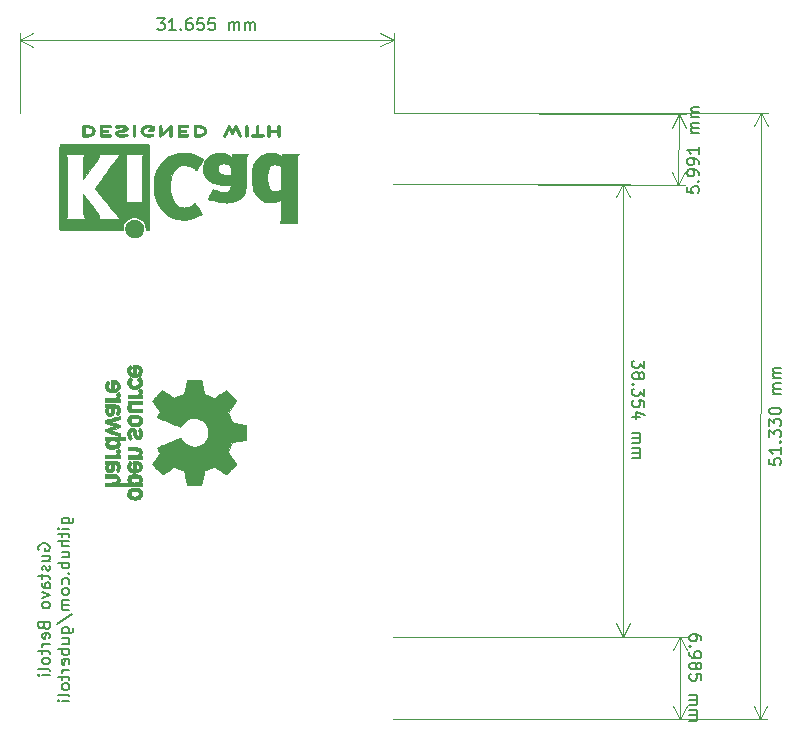
<source format=gbo>
%TF.GenerationSoftware,KiCad,Pcbnew,(5.1.7)-1*%
%TF.CreationDate,2020-12-23T17:26:38-03:00*%
%TF.ProjectId,Breadboard Power Supply,42726561-6462-46f6-9172-6420506f7765,-*%
%TF.SameCoordinates,Original*%
%TF.FileFunction,Legend,Bot*%
%TF.FilePolarity,Positive*%
%FSLAX46Y46*%
G04 Gerber Fmt 4.6, Leading zero omitted, Abs format (unit mm)*
G04 Created by KiCad (PCBNEW (5.1.7)-1) date 2020-12-23 17:26:38*
%MOMM*%
%LPD*%
G01*
G04 APERTURE LIST*
%ADD10C,0.150000*%
%ADD11C,0.120000*%
%ADD12C,0.010000*%
G04 APERTURE END LIST*
D10*
X169388426Y-69622115D02*
X169385883Y-70098299D01*
X169861812Y-70148460D01*
X169814448Y-70100588D01*
X169767339Y-70005097D01*
X169768610Y-69767005D01*
X169816737Y-69672022D01*
X169864610Y-69624658D01*
X169960101Y-69577549D01*
X170198193Y-69578820D01*
X170293175Y-69626947D01*
X170340539Y-69674820D01*
X170387649Y-69770311D01*
X170386377Y-70008403D01*
X170338250Y-70103385D01*
X170290378Y-70150749D01*
X170295719Y-69150764D02*
X170343592Y-69103400D01*
X170390956Y-69151272D01*
X170343083Y-69198636D01*
X170295719Y-69150764D01*
X170390956Y-69151272D01*
X170393753Y-68627470D02*
X170394771Y-68436997D01*
X170347661Y-68341506D01*
X170300297Y-68293633D01*
X170157951Y-68197633D01*
X169967732Y-68148998D01*
X169586785Y-68146963D01*
X169491294Y-68194072D01*
X169443421Y-68241436D01*
X169395294Y-68336419D01*
X169394276Y-68526892D01*
X169441386Y-68622383D01*
X169488750Y-68670256D01*
X169583732Y-68718383D01*
X169821824Y-68719655D01*
X169917315Y-68672545D01*
X169965188Y-68625181D01*
X170013315Y-68530199D01*
X170014333Y-68339725D01*
X169967223Y-68244234D01*
X169919859Y-68196362D01*
X169824876Y-68148235D01*
X170398840Y-67675103D02*
X170399858Y-67484630D01*
X170352748Y-67389138D01*
X170305384Y-67341266D01*
X170163038Y-67245266D01*
X169972818Y-67196630D01*
X169591872Y-67194595D01*
X169496380Y-67241705D01*
X169448508Y-67289069D01*
X169400381Y-67384052D01*
X169399363Y-67574525D01*
X169446473Y-67670016D01*
X169493837Y-67717889D01*
X169588819Y-67766016D01*
X169826911Y-67767288D01*
X169922402Y-67720178D01*
X169970275Y-67672814D01*
X170018402Y-67577831D01*
X170019419Y-67387358D01*
X169972310Y-67291867D01*
X169924946Y-67243994D01*
X169829963Y-67195867D01*
X170406471Y-66246552D02*
X170403419Y-66817972D01*
X170404945Y-66532262D02*
X169404959Y-66526921D01*
X169547305Y-66622921D01*
X169642033Y-66718666D01*
X169689143Y-66814157D01*
X170412829Y-65056093D02*
X169746172Y-65052532D01*
X169841409Y-65053041D02*
X169794045Y-65005168D01*
X169746935Y-64909677D01*
X169747698Y-64766822D01*
X169795825Y-64671839D01*
X169891316Y-64624730D01*
X170415118Y-64627527D01*
X169891316Y-64624730D02*
X169796334Y-64576603D01*
X169749224Y-64481111D01*
X169749987Y-64338256D01*
X169798114Y-64243274D01*
X169893606Y-64196164D01*
X170417408Y-64198962D01*
X170419951Y-63722778D02*
X169753294Y-63719218D01*
X169848531Y-63719726D02*
X169801167Y-63671854D01*
X169754057Y-63576362D01*
X169754820Y-63433507D01*
X169802947Y-63338525D01*
X169898438Y-63291415D01*
X170422240Y-63294213D01*
X169898438Y-63291415D02*
X169803456Y-63243288D01*
X169756346Y-63147797D01*
X169757109Y-63004942D01*
X169805236Y-62909960D01*
X169900727Y-62862850D01*
X170424529Y-62865648D01*
D11*
X168698843Y-63479945D02*
X168666843Y-69470945D01*
X144558000Y-63351000D02*
X169285255Y-63483077D01*
X144526000Y-69342000D02*
X169253255Y-69474077D01*
X168666843Y-69470945D02*
X168086448Y-68341325D01*
X168666843Y-69470945D02*
X169259272Y-68347590D01*
X168698843Y-63479945D02*
X168106414Y-64603300D01*
X168698843Y-63479945D02*
X169279238Y-64609565D01*
D10*
X170600619Y-107998023D02*
X170600619Y-107807547D01*
X170553000Y-107712309D01*
X170505380Y-107664690D01*
X170362523Y-107569452D01*
X170172047Y-107521833D01*
X169791095Y-107521833D01*
X169695857Y-107569452D01*
X169648238Y-107617071D01*
X169600619Y-107712309D01*
X169600619Y-107902785D01*
X169648238Y-107998023D01*
X169695857Y-108045642D01*
X169791095Y-108093261D01*
X170029190Y-108093261D01*
X170124428Y-108045642D01*
X170172047Y-107998023D01*
X170219666Y-107902785D01*
X170219666Y-107712309D01*
X170172047Y-107617071D01*
X170124428Y-107569452D01*
X170029190Y-107521833D01*
X169695857Y-108521833D02*
X169648238Y-108569452D01*
X169600619Y-108521833D01*
X169648238Y-108474214D01*
X169695857Y-108521833D01*
X169600619Y-108521833D01*
X169600619Y-109045642D02*
X169600619Y-109236119D01*
X169648238Y-109331357D01*
X169695857Y-109378976D01*
X169838714Y-109474214D01*
X170029190Y-109521833D01*
X170410142Y-109521833D01*
X170505380Y-109474214D01*
X170553000Y-109426595D01*
X170600619Y-109331357D01*
X170600619Y-109140880D01*
X170553000Y-109045642D01*
X170505380Y-108998023D01*
X170410142Y-108950404D01*
X170172047Y-108950404D01*
X170076809Y-108998023D01*
X170029190Y-109045642D01*
X169981571Y-109140880D01*
X169981571Y-109331357D01*
X170029190Y-109426595D01*
X170076809Y-109474214D01*
X170172047Y-109521833D01*
X170172047Y-110093261D02*
X170219666Y-109998023D01*
X170267285Y-109950404D01*
X170362523Y-109902785D01*
X170410142Y-109902785D01*
X170505380Y-109950404D01*
X170553000Y-109998023D01*
X170600619Y-110093261D01*
X170600619Y-110283738D01*
X170553000Y-110378976D01*
X170505380Y-110426595D01*
X170410142Y-110474214D01*
X170362523Y-110474214D01*
X170267285Y-110426595D01*
X170219666Y-110378976D01*
X170172047Y-110283738D01*
X170172047Y-110093261D01*
X170124428Y-109998023D01*
X170076809Y-109950404D01*
X169981571Y-109902785D01*
X169791095Y-109902785D01*
X169695857Y-109950404D01*
X169648238Y-109998023D01*
X169600619Y-110093261D01*
X169600619Y-110283738D01*
X169648238Y-110378976D01*
X169695857Y-110426595D01*
X169791095Y-110474214D01*
X169981571Y-110474214D01*
X170076809Y-110426595D01*
X170124428Y-110378976D01*
X170172047Y-110283738D01*
X170600619Y-111378976D02*
X170600619Y-110902785D01*
X170124428Y-110855166D01*
X170172047Y-110902785D01*
X170219666Y-110998023D01*
X170219666Y-111236119D01*
X170172047Y-111331357D01*
X170124428Y-111378976D01*
X170029190Y-111426595D01*
X169791095Y-111426595D01*
X169695857Y-111378976D01*
X169648238Y-111331357D01*
X169600619Y-111236119D01*
X169600619Y-110998023D01*
X169648238Y-110902785D01*
X169695857Y-110855166D01*
X169600619Y-112617071D02*
X170267285Y-112617071D01*
X170172047Y-112617071D02*
X170219666Y-112664690D01*
X170267285Y-112759928D01*
X170267285Y-112902785D01*
X170219666Y-112998023D01*
X170124428Y-113045642D01*
X169600619Y-113045642D01*
X170124428Y-113045642D02*
X170219666Y-113093261D01*
X170267285Y-113188500D01*
X170267285Y-113331357D01*
X170219666Y-113426595D01*
X170124428Y-113474214D01*
X169600619Y-113474214D01*
X169600619Y-113950404D02*
X170267285Y-113950404D01*
X170172047Y-113950404D02*
X170219666Y-113998023D01*
X170267285Y-114093261D01*
X170267285Y-114236119D01*
X170219666Y-114331357D01*
X170124428Y-114378976D01*
X169600619Y-114378976D01*
X170124428Y-114378976D02*
X170219666Y-114426595D01*
X170267285Y-114521833D01*
X170267285Y-114664690D01*
X170219666Y-114759928D01*
X170124428Y-114807547D01*
X169600619Y-114807547D01*
D11*
X168783000Y-107696000D02*
X168783000Y-114681000D01*
X144526000Y-107696000D02*
X169369421Y-107696000D01*
X144526000Y-114681000D02*
X169369421Y-114681000D01*
X168783000Y-114681000D02*
X168196579Y-113554496D01*
X168783000Y-114681000D02*
X169369421Y-113554496D01*
X168783000Y-107696000D02*
X168196579Y-108822504D01*
X168783000Y-107696000D02*
X169369421Y-108822504D01*
D10*
X165774619Y-84328523D02*
X165774619Y-84947571D01*
X165393666Y-84614238D01*
X165393666Y-84757095D01*
X165346047Y-84852333D01*
X165298428Y-84899952D01*
X165203190Y-84947571D01*
X164965095Y-84947571D01*
X164869857Y-84899952D01*
X164822238Y-84852333D01*
X164774619Y-84757095D01*
X164774619Y-84471380D01*
X164822238Y-84376142D01*
X164869857Y-84328523D01*
X165346047Y-85519000D02*
X165393666Y-85423761D01*
X165441285Y-85376142D01*
X165536523Y-85328523D01*
X165584142Y-85328523D01*
X165679380Y-85376142D01*
X165727000Y-85423761D01*
X165774619Y-85519000D01*
X165774619Y-85709476D01*
X165727000Y-85804714D01*
X165679380Y-85852333D01*
X165584142Y-85899952D01*
X165536523Y-85899952D01*
X165441285Y-85852333D01*
X165393666Y-85804714D01*
X165346047Y-85709476D01*
X165346047Y-85519000D01*
X165298428Y-85423761D01*
X165250809Y-85376142D01*
X165155571Y-85328523D01*
X164965095Y-85328523D01*
X164869857Y-85376142D01*
X164822238Y-85423761D01*
X164774619Y-85519000D01*
X164774619Y-85709476D01*
X164822238Y-85804714D01*
X164869857Y-85852333D01*
X164965095Y-85899952D01*
X165155571Y-85899952D01*
X165250809Y-85852333D01*
X165298428Y-85804714D01*
X165346047Y-85709476D01*
X164869857Y-86328523D02*
X164822238Y-86376142D01*
X164774619Y-86328523D01*
X164822238Y-86280904D01*
X164869857Y-86328523D01*
X164774619Y-86328523D01*
X165774619Y-86709476D02*
X165774619Y-87328523D01*
X165393666Y-86995190D01*
X165393666Y-87138047D01*
X165346047Y-87233285D01*
X165298428Y-87280904D01*
X165203190Y-87328523D01*
X164965095Y-87328523D01*
X164869857Y-87280904D01*
X164822238Y-87233285D01*
X164774619Y-87138047D01*
X164774619Y-86852333D01*
X164822238Y-86757095D01*
X164869857Y-86709476D01*
X165774619Y-88233285D02*
X165774619Y-87757095D01*
X165298428Y-87709476D01*
X165346047Y-87757095D01*
X165393666Y-87852333D01*
X165393666Y-88090428D01*
X165346047Y-88185666D01*
X165298428Y-88233285D01*
X165203190Y-88280904D01*
X164965095Y-88280904D01*
X164869857Y-88233285D01*
X164822238Y-88185666D01*
X164774619Y-88090428D01*
X164774619Y-87852333D01*
X164822238Y-87757095D01*
X164869857Y-87709476D01*
X165441285Y-89138047D02*
X164774619Y-89138047D01*
X165822238Y-88899952D02*
X165107952Y-88661857D01*
X165107952Y-89280904D01*
X164774619Y-90423761D02*
X165441285Y-90423761D01*
X165346047Y-90423761D02*
X165393666Y-90471380D01*
X165441285Y-90566619D01*
X165441285Y-90709476D01*
X165393666Y-90804714D01*
X165298428Y-90852333D01*
X164774619Y-90852333D01*
X165298428Y-90852333D02*
X165393666Y-90899952D01*
X165441285Y-90995190D01*
X165441285Y-91138047D01*
X165393666Y-91233285D01*
X165298428Y-91280904D01*
X164774619Y-91280904D01*
X164774619Y-91757095D02*
X165441285Y-91757095D01*
X165346047Y-91757095D02*
X165393666Y-91804714D01*
X165441285Y-91899952D01*
X165441285Y-92042809D01*
X165393666Y-92138047D01*
X165298428Y-92185666D01*
X164774619Y-92185666D01*
X165298428Y-92185666D02*
X165393666Y-92233285D01*
X165441285Y-92328523D01*
X165441285Y-92471380D01*
X165393666Y-92566619D01*
X165298428Y-92614238D01*
X164774619Y-92614238D01*
D11*
X163957000Y-69342000D02*
X163957000Y-107696000D01*
X144526000Y-69342000D02*
X164543421Y-69342000D01*
X144526000Y-107696000D02*
X164543421Y-107696000D01*
X163957000Y-107696000D02*
X163370579Y-106569496D01*
X163957000Y-107696000D02*
X164543421Y-106569496D01*
X163957000Y-69342000D02*
X163370579Y-70468504D01*
X163957000Y-69342000D02*
X164543421Y-70468504D01*
D10*
X124534451Y-55345921D02*
X125153498Y-55345491D01*
X124820430Y-55726675D01*
X124963287Y-55726575D01*
X125058558Y-55774128D01*
X125106210Y-55821714D01*
X125153895Y-55916919D01*
X125154061Y-56155014D01*
X125106508Y-56250285D01*
X125058922Y-56297938D01*
X124963717Y-56345623D01*
X124678003Y-56345821D01*
X124582732Y-56298269D01*
X124535080Y-56250683D01*
X126106574Y-56344829D02*
X125535145Y-56345226D01*
X125820860Y-56345027D02*
X125820165Y-55345027D01*
X125725026Y-55487951D01*
X125629854Y-55583255D01*
X125534649Y-55630940D01*
X126535079Y-56249293D02*
X126582731Y-56296879D01*
X126535145Y-56344531D01*
X126487493Y-56296945D01*
X126535079Y-56249293D01*
X126535145Y-56344531D01*
X127439212Y-55343902D02*
X127248736Y-55344035D01*
X127153531Y-55391720D01*
X127105945Y-55439372D01*
X127010806Y-55582295D01*
X126963319Y-55772804D01*
X126963584Y-56153757D01*
X127011269Y-56248962D01*
X127058922Y-56296548D01*
X127154193Y-56344100D01*
X127344669Y-56343968D01*
X127439874Y-56296283D01*
X127487460Y-56248631D01*
X127535013Y-56153360D01*
X127534847Y-55915264D01*
X127487162Y-55820059D01*
X127439510Y-55772473D01*
X127344239Y-55724921D01*
X127153762Y-55725053D01*
X127058557Y-55772738D01*
X127010972Y-55820390D01*
X126963419Y-55915662D01*
X128439212Y-55343207D02*
X127963021Y-55343538D01*
X127915733Y-55819762D01*
X127963319Y-55772109D01*
X128058524Y-55724424D01*
X128296619Y-55724259D01*
X128391891Y-55771812D01*
X128439543Y-55819398D01*
X128487228Y-55914602D01*
X128487393Y-56152698D01*
X128439840Y-56247969D01*
X128392255Y-56295621D01*
X128297050Y-56343306D01*
X128058954Y-56343472D01*
X127963683Y-56295919D01*
X127916031Y-56248333D01*
X129391592Y-55342545D02*
X128915402Y-55342876D01*
X128868114Y-55819100D01*
X128915700Y-55771448D01*
X129010905Y-55723762D01*
X129249000Y-55723597D01*
X129344271Y-55771150D01*
X129391923Y-55818736D01*
X129439609Y-55913941D01*
X129439774Y-56152036D01*
X129392221Y-56247307D01*
X129344635Y-56294959D01*
X129249430Y-56342644D01*
X129011335Y-56342810D01*
X128916064Y-56295257D01*
X128868412Y-56247671D01*
X130630382Y-56341685D02*
X130629919Y-55675018D01*
X130629985Y-55770256D02*
X130677571Y-55722604D01*
X130772776Y-55674919D01*
X130915633Y-55674819D01*
X131010904Y-55722372D01*
X131058590Y-55817577D01*
X131058954Y-56341387D01*
X131058590Y-55817577D02*
X131106142Y-55722306D01*
X131201347Y-55674621D01*
X131344205Y-55674522D01*
X131439476Y-55722074D01*
X131487161Y-55817279D01*
X131487525Y-56341089D01*
X131963715Y-56340758D02*
X131963252Y-55674091D01*
X131963318Y-55769329D02*
X132010904Y-55721677D01*
X132106109Y-55673992D01*
X132248966Y-55673893D01*
X132344237Y-55721446D01*
X132391923Y-55816651D01*
X132392287Y-56340460D01*
X132391923Y-55816651D02*
X132439475Y-55721379D01*
X132534680Y-55673694D01*
X132677538Y-55673595D01*
X132772809Y-55721148D01*
X132820494Y-55816353D01*
X132820858Y-56340162D01*
D11*
X112898690Y-57171628D02*
X144553690Y-57149628D01*
X112903000Y-63373000D02*
X112898283Y-56585208D01*
X144558000Y-63351000D02*
X144553283Y-56563208D01*
X144553690Y-57149628D02*
X143427594Y-57736832D01*
X144553690Y-57149628D02*
X143426779Y-56563990D01*
X112898690Y-57171628D02*
X114025601Y-57757266D01*
X112898690Y-57171628D02*
X114024786Y-56584424D01*
D10*
X176345284Y-92654875D02*
X176344988Y-93131065D01*
X176821148Y-93178981D01*
X176773559Y-93131333D01*
X176725999Y-93036065D01*
X176726148Y-92797970D01*
X176773826Y-92702761D01*
X176821475Y-92655172D01*
X176916743Y-92607612D01*
X177154838Y-92607761D01*
X177250046Y-92655439D01*
X177297635Y-92703088D01*
X177345195Y-92798356D01*
X177345047Y-93036451D01*
X177297368Y-93131659D01*
X177249720Y-93179248D01*
X177345908Y-91655499D02*
X177345551Y-92226927D01*
X177345729Y-91941213D02*
X176345730Y-91940589D01*
X176488527Y-92035917D01*
X176583706Y-92131214D01*
X176631266Y-92226482D01*
X177250937Y-91226868D02*
X177298585Y-91179279D01*
X177346175Y-91226927D01*
X177298526Y-91274517D01*
X177250937Y-91226868D01*
X177346175Y-91226927D01*
X176346412Y-90845352D02*
X176346798Y-90226304D01*
X176727543Y-90559875D01*
X176727632Y-90417018D01*
X176775310Y-90321809D01*
X176822959Y-90274220D01*
X176918227Y-90226660D01*
X177156322Y-90226809D01*
X177251530Y-90274487D01*
X177299120Y-90322136D01*
X177346679Y-90417404D01*
X177346501Y-90703118D01*
X177298823Y-90798326D01*
X177251174Y-90845916D01*
X176347006Y-89892971D02*
X176347392Y-89273923D01*
X176728137Y-89607494D01*
X176728226Y-89464637D01*
X176775904Y-89369429D01*
X176823553Y-89321839D01*
X176918821Y-89274280D01*
X177156916Y-89274428D01*
X177252124Y-89322106D01*
X177299714Y-89369755D01*
X177347273Y-89465023D01*
X177347095Y-89750737D01*
X177299417Y-89845945D01*
X177251768Y-89893535D01*
X176347778Y-88654876D02*
X176347837Y-88559638D01*
X176395516Y-88464429D01*
X176443165Y-88416840D01*
X176538432Y-88369280D01*
X176728938Y-88321780D01*
X176967033Y-88321928D01*
X177157480Y-88369666D01*
X177252688Y-88417345D01*
X177300278Y-88464993D01*
X177347837Y-88560261D01*
X177347778Y-88655499D01*
X177300099Y-88750708D01*
X177252451Y-88798297D01*
X177157183Y-88845857D01*
X176966677Y-88893357D01*
X176728582Y-88893208D01*
X176538135Y-88845471D01*
X176442927Y-88797792D01*
X176395338Y-88750144D01*
X176347778Y-88654876D01*
X177348728Y-87131690D02*
X176682061Y-87131274D01*
X176777299Y-87131334D02*
X176729710Y-87083685D01*
X176682150Y-86988417D01*
X176682239Y-86845560D01*
X176729918Y-86750352D01*
X176825186Y-86702792D01*
X177348995Y-86703119D01*
X176825186Y-86702792D02*
X176729977Y-86655114D01*
X176682418Y-86559846D01*
X176682507Y-86416989D01*
X176730185Y-86321780D01*
X176825453Y-86274221D01*
X177349262Y-86274547D01*
X177349559Y-85798357D02*
X176682893Y-85797941D01*
X176778131Y-85798001D02*
X176730541Y-85750352D01*
X176682982Y-85655084D01*
X176683071Y-85512227D01*
X176730749Y-85417019D01*
X176826017Y-85369459D01*
X177349826Y-85369786D01*
X176826017Y-85369459D02*
X176730808Y-85321781D01*
X176683249Y-85226513D01*
X176683338Y-85083656D01*
X176731016Y-84988447D01*
X176826284Y-84940888D01*
X177350093Y-84941214D01*
D11*
X175609160Y-114700378D02*
X175641160Y-63370378D01*
X144526000Y-114681000D02*
X176195581Y-114700743D01*
X144558000Y-63351000D02*
X176227581Y-63370743D01*
X175641160Y-63370378D02*
X176226878Y-64497247D01*
X175641160Y-63370378D02*
X175054037Y-64496516D01*
X175609160Y-114700378D02*
X176196283Y-113574240D01*
X175609160Y-114700378D02*
X175023442Y-113573509D01*
D10*
X114499000Y-100386190D02*
X114451380Y-100290952D01*
X114451380Y-100148095D01*
X114499000Y-100005238D01*
X114594238Y-99910000D01*
X114689476Y-99862380D01*
X114879952Y-99814761D01*
X115022809Y-99814761D01*
X115213285Y-99862380D01*
X115308523Y-99910000D01*
X115403761Y-100005238D01*
X115451380Y-100148095D01*
X115451380Y-100243333D01*
X115403761Y-100386190D01*
X115356142Y-100433809D01*
X115022809Y-100433809D01*
X115022809Y-100243333D01*
X114784714Y-101290952D02*
X115451380Y-101290952D01*
X114784714Y-100862380D02*
X115308523Y-100862380D01*
X115403761Y-100910000D01*
X115451380Y-101005238D01*
X115451380Y-101148095D01*
X115403761Y-101243333D01*
X115356142Y-101290952D01*
X115403761Y-101719523D02*
X115451380Y-101814761D01*
X115451380Y-102005238D01*
X115403761Y-102100476D01*
X115308523Y-102148095D01*
X115260904Y-102148095D01*
X115165666Y-102100476D01*
X115118047Y-102005238D01*
X115118047Y-101862380D01*
X115070428Y-101767142D01*
X114975190Y-101719523D01*
X114927571Y-101719523D01*
X114832333Y-101767142D01*
X114784714Y-101862380D01*
X114784714Y-102005238D01*
X114832333Y-102100476D01*
X114784714Y-102433809D02*
X114784714Y-102814761D01*
X114451380Y-102576666D02*
X115308523Y-102576666D01*
X115403761Y-102624285D01*
X115451380Y-102719523D01*
X115451380Y-102814761D01*
X115451380Y-103576666D02*
X114927571Y-103576666D01*
X114832333Y-103529047D01*
X114784714Y-103433809D01*
X114784714Y-103243333D01*
X114832333Y-103148095D01*
X115403761Y-103576666D02*
X115451380Y-103481428D01*
X115451380Y-103243333D01*
X115403761Y-103148095D01*
X115308523Y-103100476D01*
X115213285Y-103100476D01*
X115118047Y-103148095D01*
X115070428Y-103243333D01*
X115070428Y-103481428D01*
X115022809Y-103576666D01*
X114784714Y-103957619D02*
X115451380Y-104195714D01*
X114784714Y-104433809D01*
X115451380Y-104957619D02*
X115403761Y-104862380D01*
X115356142Y-104814761D01*
X115260904Y-104767142D01*
X114975190Y-104767142D01*
X114879952Y-104814761D01*
X114832333Y-104862380D01*
X114784714Y-104957619D01*
X114784714Y-105100476D01*
X114832333Y-105195714D01*
X114879952Y-105243333D01*
X114975190Y-105290952D01*
X115260904Y-105290952D01*
X115356142Y-105243333D01*
X115403761Y-105195714D01*
X115451380Y-105100476D01*
X115451380Y-104957619D01*
X114927571Y-106814761D02*
X114975190Y-106957619D01*
X115022809Y-107005238D01*
X115118047Y-107052857D01*
X115260904Y-107052857D01*
X115356142Y-107005238D01*
X115403761Y-106957619D01*
X115451380Y-106862380D01*
X115451380Y-106481428D01*
X114451380Y-106481428D01*
X114451380Y-106814761D01*
X114499000Y-106910000D01*
X114546619Y-106957619D01*
X114641857Y-107005238D01*
X114737095Y-107005238D01*
X114832333Y-106957619D01*
X114879952Y-106910000D01*
X114927571Y-106814761D01*
X114927571Y-106481428D01*
X115403761Y-107862380D02*
X115451380Y-107767142D01*
X115451380Y-107576666D01*
X115403761Y-107481428D01*
X115308523Y-107433809D01*
X114927571Y-107433809D01*
X114832333Y-107481428D01*
X114784714Y-107576666D01*
X114784714Y-107767142D01*
X114832333Y-107862380D01*
X114927571Y-107910000D01*
X115022809Y-107910000D01*
X115118047Y-107433809D01*
X115451380Y-108338571D02*
X114784714Y-108338571D01*
X114975190Y-108338571D02*
X114879952Y-108386190D01*
X114832333Y-108433809D01*
X114784714Y-108529047D01*
X114784714Y-108624285D01*
X114784714Y-108814761D02*
X114784714Y-109195714D01*
X114451380Y-108957619D02*
X115308523Y-108957619D01*
X115403761Y-109005238D01*
X115451380Y-109100476D01*
X115451380Y-109195714D01*
X115451380Y-109671904D02*
X115403761Y-109576666D01*
X115356142Y-109529047D01*
X115260904Y-109481428D01*
X114975190Y-109481428D01*
X114879952Y-109529047D01*
X114832333Y-109576666D01*
X114784714Y-109671904D01*
X114784714Y-109814761D01*
X114832333Y-109910000D01*
X114879952Y-109957619D01*
X114975190Y-110005238D01*
X115260904Y-110005238D01*
X115356142Y-109957619D01*
X115403761Y-109910000D01*
X115451380Y-109814761D01*
X115451380Y-109671904D01*
X115451380Y-110576666D02*
X115403761Y-110481428D01*
X115308523Y-110433809D01*
X114451380Y-110433809D01*
X115451380Y-110957619D02*
X114784714Y-110957619D01*
X114451380Y-110957619D02*
X114499000Y-110910000D01*
X114546619Y-110957619D01*
X114499000Y-111005238D01*
X114451380Y-110957619D01*
X114546619Y-110957619D01*
X116434714Y-98100476D02*
X117244238Y-98100476D01*
X117339476Y-98052857D01*
X117387095Y-98005238D01*
X117434714Y-97910000D01*
X117434714Y-97767142D01*
X117387095Y-97671904D01*
X117053761Y-98100476D02*
X117101380Y-98005238D01*
X117101380Y-97814761D01*
X117053761Y-97719523D01*
X117006142Y-97671904D01*
X116910904Y-97624285D01*
X116625190Y-97624285D01*
X116529952Y-97671904D01*
X116482333Y-97719523D01*
X116434714Y-97814761D01*
X116434714Y-98005238D01*
X116482333Y-98100476D01*
X117101380Y-98576666D02*
X116434714Y-98576666D01*
X116101380Y-98576666D02*
X116149000Y-98529047D01*
X116196619Y-98576666D01*
X116149000Y-98624285D01*
X116101380Y-98576666D01*
X116196619Y-98576666D01*
X116434714Y-98910000D02*
X116434714Y-99290952D01*
X116101380Y-99052857D02*
X116958523Y-99052857D01*
X117053761Y-99100476D01*
X117101380Y-99195714D01*
X117101380Y-99290952D01*
X117101380Y-99624285D02*
X116101380Y-99624285D01*
X117101380Y-100052857D02*
X116577571Y-100052857D01*
X116482333Y-100005238D01*
X116434714Y-99910000D01*
X116434714Y-99767142D01*
X116482333Y-99671904D01*
X116529952Y-99624285D01*
X116434714Y-100957619D02*
X117101380Y-100957619D01*
X116434714Y-100529047D02*
X116958523Y-100529047D01*
X117053761Y-100576666D01*
X117101380Y-100671904D01*
X117101380Y-100814761D01*
X117053761Y-100910000D01*
X117006142Y-100957619D01*
X117101380Y-101433809D02*
X116101380Y-101433809D01*
X116482333Y-101433809D02*
X116434714Y-101529047D01*
X116434714Y-101719523D01*
X116482333Y-101814761D01*
X116529952Y-101862380D01*
X116625190Y-101910000D01*
X116910904Y-101910000D01*
X117006142Y-101862380D01*
X117053761Y-101814761D01*
X117101380Y-101719523D01*
X117101380Y-101529047D01*
X117053761Y-101433809D01*
X117006142Y-102338571D02*
X117053761Y-102386190D01*
X117101380Y-102338571D01*
X117053761Y-102290952D01*
X117006142Y-102338571D01*
X117101380Y-102338571D01*
X117053761Y-103243333D02*
X117101380Y-103148095D01*
X117101380Y-102957619D01*
X117053761Y-102862380D01*
X117006142Y-102814761D01*
X116910904Y-102767142D01*
X116625190Y-102767142D01*
X116529952Y-102814761D01*
X116482333Y-102862380D01*
X116434714Y-102957619D01*
X116434714Y-103148095D01*
X116482333Y-103243333D01*
X117101380Y-103814761D02*
X117053761Y-103719523D01*
X117006142Y-103671904D01*
X116910904Y-103624285D01*
X116625190Y-103624285D01*
X116529952Y-103671904D01*
X116482333Y-103719523D01*
X116434714Y-103814761D01*
X116434714Y-103957619D01*
X116482333Y-104052857D01*
X116529952Y-104100476D01*
X116625190Y-104148095D01*
X116910904Y-104148095D01*
X117006142Y-104100476D01*
X117053761Y-104052857D01*
X117101380Y-103957619D01*
X117101380Y-103814761D01*
X117101380Y-104576666D02*
X116434714Y-104576666D01*
X116529952Y-104576666D02*
X116482333Y-104624285D01*
X116434714Y-104719523D01*
X116434714Y-104862380D01*
X116482333Y-104957619D01*
X116577571Y-105005238D01*
X117101380Y-105005238D01*
X116577571Y-105005238D02*
X116482333Y-105052857D01*
X116434714Y-105148095D01*
X116434714Y-105290952D01*
X116482333Y-105386190D01*
X116577571Y-105433809D01*
X117101380Y-105433809D01*
X116053761Y-106624285D02*
X117339476Y-105767142D01*
X116434714Y-107386190D02*
X117244238Y-107386190D01*
X117339476Y-107338571D01*
X117387095Y-107290952D01*
X117434714Y-107195714D01*
X117434714Y-107052857D01*
X117387095Y-106957619D01*
X117053761Y-107386190D02*
X117101380Y-107290952D01*
X117101380Y-107100476D01*
X117053761Y-107005238D01*
X117006142Y-106957619D01*
X116910904Y-106910000D01*
X116625190Y-106910000D01*
X116529952Y-106957619D01*
X116482333Y-107005238D01*
X116434714Y-107100476D01*
X116434714Y-107290952D01*
X116482333Y-107386190D01*
X116434714Y-108290952D02*
X117101380Y-108290952D01*
X116434714Y-107862380D02*
X116958523Y-107862380D01*
X117053761Y-107910000D01*
X117101380Y-108005238D01*
X117101380Y-108148095D01*
X117053761Y-108243333D01*
X117006142Y-108290952D01*
X117101380Y-108767142D02*
X116101380Y-108767142D01*
X116482333Y-108767142D02*
X116434714Y-108862380D01*
X116434714Y-109052857D01*
X116482333Y-109148095D01*
X116529952Y-109195714D01*
X116625190Y-109243333D01*
X116910904Y-109243333D01*
X117006142Y-109195714D01*
X117053761Y-109148095D01*
X117101380Y-109052857D01*
X117101380Y-108862380D01*
X117053761Y-108767142D01*
X117053761Y-110052857D02*
X117101380Y-109957619D01*
X117101380Y-109767142D01*
X117053761Y-109671904D01*
X116958523Y-109624285D01*
X116577571Y-109624285D01*
X116482333Y-109671904D01*
X116434714Y-109767142D01*
X116434714Y-109957619D01*
X116482333Y-110052857D01*
X116577571Y-110100476D01*
X116672809Y-110100476D01*
X116768047Y-109624285D01*
X117101380Y-110529047D02*
X116434714Y-110529047D01*
X116625190Y-110529047D02*
X116529952Y-110576666D01*
X116482333Y-110624285D01*
X116434714Y-110719523D01*
X116434714Y-110814761D01*
X116434714Y-111005238D02*
X116434714Y-111386190D01*
X116101380Y-111148095D02*
X116958523Y-111148095D01*
X117053761Y-111195714D01*
X117101380Y-111290952D01*
X117101380Y-111386190D01*
X117101380Y-111862380D02*
X117053761Y-111767142D01*
X117006142Y-111719523D01*
X116910904Y-111671904D01*
X116625190Y-111671904D01*
X116529952Y-111719523D01*
X116482333Y-111767142D01*
X116434714Y-111862380D01*
X116434714Y-112005238D01*
X116482333Y-112100476D01*
X116529952Y-112148095D01*
X116625190Y-112195714D01*
X116910904Y-112195714D01*
X117006142Y-112148095D01*
X117053761Y-112100476D01*
X117101380Y-112005238D01*
X117101380Y-111862380D01*
X117101380Y-112767142D02*
X117053761Y-112671904D01*
X116958523Y-112624285D01*
X116101380Y-112624285D01*
X117101380Y-113148095D02*
X116434714Y-113148095D01*
X116101380Y-113148095D02*
X116149000Y-113100476D01*
X116196619Y-113148095D01*
X116149000Y-113195714D01*
X116101380Y-113148095D01*
X116196619Y-113148095D01*
D12*
%TO.C,REF\u002A\u002A*%
G36*
X123201440Y-94204091D02*
G01*
X123175501Y-94151588D01*
X123130300Y-94086842D01*
X123081009Y-94039653D01*
X123019115Y-94007335D01*
X122936104Y-93987203D01*
X122823462Y-93976570D01*
X122672676Y-93972753D01*
X122607851Y-93972530D01*
X122465779Y-93973182D01*
X122364243Y-93975888D01*
X122293985Y-93981776D01*
X122245744Y-93991973D01*
X122210262Y-94007606D01*
X122186057Y-94023872D01*
X122083071Y-94127705D01*
X122021126Y-94249979D01*
X122002494Y-94381886D01*
X122029451Y-94514616D01*
X122048514Y-94556667D01*
X122100985Y-94657334D01*
X121278741Y-94657334D01*
X121316733Y-94583865D01*
X121346128Y-94487059D01*
X121353658Y-94368072D01*
X121339755Y-94249255D01*
X121308524Y-94159527D01*
X121249046Y-94085101D01*
X121163934Y-94021510D01*
X121155195Y-94016729D01*
X121114034Y-93996563D01*
X121072546Y-93981835D01*
X121022287Y-93971697D01*
X120954816Y-93965301D01*
X120861691Y-93961799D01*
X120734469Y-93960342D01*
X120591299Y-93960079D01*
X120134529Y-93960079D01*
X120134529Y-94234000D01*
X120976769Y-94234000D01*
X121041237Y-94310617D01*
X121092806Y-94390207D01*
X121102182Y-94465578D01*
X121078053Y-94541367D01*
X121054426Y-94581759D01*
X121020773Y-94611821D01*
X120969913Y-94633203D01*
X120894666Y-94647550D01*
X120787854Y-94656510D01*
X120642296Y-94661730D01*
X120545412Y-94663569D01*
X120146980Y-94669785D01*
X120139453Y-94800520D01*
X120131927Y-94931255D01*
X122604418Y-94931255D01*
X122604418Y-94657334D01*
X122466577Y-94650350D01*
X122370893Y-94626818D01*
X122311359Y-94582865D01*
X122281971Y-94514618D01*
X122276098Y-94445667D01*
X122282846Y-94367614D01*
X122309406Y-94315811D01*
X122344501Y-94283417D01*
X122382248Y-94257916D01*
X122424300Y-94242735D01*
X122483221Y-94235981D01*
X122571572Y-94235759D01*
X122645552Y-94238032D01*
X122757000Y-94243251D01*
X122830167Y-94251021D01*
X122876578Y-94264105D01*
X122907756Y-94285268D01*
X122925777Y-94305240D01*
X122965075Y-94388686D01*
X122971421Y-94487449D01*
X122957884Y-94544159D01*
X122909767Y-94600308D01*
X122816167Y-94637501D01*
X122677746Y-94655528D01*
X122604418Y-94657334D01*
X122604418Y-94931255D01*
X123222372Y-94931255D01*
X123222372Y-94794295D01*
X123219121Y-94712065D01*
X123207574Y-94669640D01*
X123185048Y-94657339D01*
X123184380Y-94657334D01*
X123162319Y-94651626D01*
X123164824Y-94626453D01*
X123189065Y-94576402D01*
X123226149Y-94459781D01*
X123230047Y-94328571D01*
X123201440Y-94204091D01*
G37*
X123201440Y-94204091D02*
X123175501Y-94151588D01*
X123130300Y-94086842D01*
X123081009Y-94039653D01*
X123019115Y-94007335D01*
X122936104Y-93987203D01*
X122823462Y-93976570D01*
X122672676Y-93972753D01*
X122607851Y-93972530D01*
X122465779Y-93973182D01*
X122364243Y-93975888D01*
X122293985Y-93981776D01*
X122245744Y-93991973D01*
X122210262Y-94007606D01*
X122186057Y-94023872D01*
X122083071Y-94127705D01*
X122021126Y-94249979D01*
X122002494Y-94381886D01*
X122029451Y-94514616D01*
X122048514Y-94556667D01*
X122100985Y-94657334D01*
X121278741Y-94657334D01*
X121316733Y-94583865D01*
X121346128Y-94487059D01*
X121353658Y-94368072D01*
X121339755Y-94249255D01*
X121308524Y-94159527D01*
X121249046Y-94085101D01*
X121163934Y-94021510D01*
X121155195Y-94016729D01*
X121114034Y-93996563D01*
X121072546Y-93981835D01*
X121022287Y-93971697D01*
X120954816Y-93965301D01*
X120861691Y-93961799D01*
X120734469Y-93960342D01*
X120591299Y-93960079D01*
X120134529Y-93960079D01*
X120134529Y-94234000D01*
X120976769Y-94234000D01*
X121041237Y-94310617D01*
X121092806Y-94390207D01*
X121102182Y-94465578D01*
X121078053Y-94541367D01*
X121054426Y-94581759D01*
X121020773Y-94611821D01*
X120969913Y-94633203D01*
X120894666Y-94647550D01*
X120787854Y-94656510D01*
X120642296Y-94661730D01*
X120545412Y-94663569D01*
X120146980Y-94669785D01*
X120139453Y-94800520D01*
X120131927Y-94931255D01*
X122604418Y-94931255D01*
X122604418Y-94657334D01*
X122466577Y-94650350D01*
X122370893Y-94626818D01*
X122311359Y-94582865D01*
X122281971Y-94514618D01*
X122276098Y-94445667D01*
X122282846Y-94367614D01*
X122309406Y-94315811D01*
X122344501Y-94283417D01*
X122382248Y-94257916D01*
X122424300Y-94242735D01*
X122483221Y-94235981D01*
X122571572Y-94235759D01*
X122645552Y-94238032D01*
X122757000Y-94243251D01*
X122830167Y-94251021D01*
X122876578Y-94264105D01*
X122907756Y-94285268D01*
X122925777Y-94305240D01*
X122965075Y-94388686D01*
X122971421Y-94487449D01*
X122957884Y-94544159D01*
X122909767Y-94600308D01*
X122816167Y-94637501D01*
X122677746Y-94655528D01*
X122604418Y-94657334D01*
X122604418Y-94931255D01*
X123222372Y-94931255D01*
X123222372Y-94794295D01*
X123219121Y-94712065D01*
X123207574Y-94669640D01*
X123185048Y-94657339D01*
X123184380Y-94657334D01*
X123162319Y-94651626D01*
X123164824Y-94626453D01*
X123189065Y-94576402D01*
X123226149Y-94459781D01*
X123230047Y-94328571D01*
X123201440Y-94204091D01*
G36*
X121345078Y-93165280D02*
G01*
X121313820Y-93048130D01*
X121257163Y-92958949D01*
X121182955Y-92896016D01*
X121151284Y-92876452D01*
X121118109Y-92862008D01*
X121075671Y-92851911D01*
X121016212Y-92845385D01*
X120931971Y-92841658D01*
X120815190Y-92839954D01*
X120658110Y-92839500D01*
X120616435Y-92839491D01*
X120134529Y-92839491D01*
X120134529Y-92959020D01*
X120139869Y-93035261D01*
X120153396Y-93091634D01*
X120161738Y-93105758D01*
X120176136Y-93144370D01*
X120161738Y-93183808D01*
X120143763Y-93248738D01*
X120136528Y-93343055D01*
X120139667Y-93447593D01*
X120152814Y-93543189D01*
X120169682Y-93599000D01*
X120239014Y-93707002D01*
X120335228Y-93774497D01*
X120463156Y-93804841D01*
X120466441Y-93805123D01*
X120523192Y-93802460D01*
X120523192Y-93561647D01*
X120458642Y-93540595D01*
X120422314Y-93506303D01*
X120394838Y-93437468D01*
X120383871Y-93346610D01*
X120389269Y-93253958D01*
X120410890Y-93179744D01*
X120424761Y-93158951D01*
X120488857Y-93122619D01*
X120561722Y-93113412D01*
X120657470Y-93113412D01*
X120657470Y-93251173D01*
X120647395Y-93382047D01*
X120618852Y-93481259D01*
X120574361Y-93542977D01*
X120523192Y-93561647D01*
X120523192Y-93802460D01*
X120606210Y-93798564D01*
X120716718Y-93752466D01*
X120800288Y-93665800D01*
X120807890Y-93653821D01*
X120832643Y-93602345D01*
X120847632Y-93538632D01*
X120854918Y-93449565D01*
X120856593Y-93343755D01*
X120856686Y-93113412D01*
X120953245Y-93113412D01*
X121028164Y-93123183D01*
X121078356Y-93148116D01*
X121081028Y-93151035D01*
X121102985Y-93206519D01*
X121111495Y-93290273D01*
X121107313Y-93382833D01*
X121091191Y-93464730D01*
X121067010Y-93513327D01*
X121047641Y-93539659D01*
X121043943Y-93567465D01*
X121059812Y-93605839D01*
X121099145Y-93663875D01*
X121165836Y-93750669D01*
X121172084Y-93758635D01*
X121195200Y-93754553D01*
X121233648Y-93720499D01*
X121276373Y-93668740D01*
X121312321Y-93611545D01*
X121320809Y-93593575D01*
X121337748Y-93528028D01*
X121349830Y-93431980D01*
X121354677Y-93324671D01*
X121354687Y-93319653D01*
X121345078Y-93165280D01*
G37*
X121345078Y-93165280D02*
X121313820Y-93048130D01*
X121257163Y-92958949D01*
X121182955Y-92896016D01*
X121151284Y-92876452D01*
X121118109Y-92862008D01*
X121075671Y-92851911D01*
X121016212Y-92845385D01*
X120931971Y-92841658D01*
X120815190Y-92839954D01*
X120658110Y-92839500D01*
X120616435Y-92839491D01*
X120134529Y-92839491D01*
X120134529Y-92959020D01*
X120139869Y-93035261D01*
X120153396Y-93091634D01*
X120161738Y-93105758D01*
X120176136Y-93144370D01*
X120161738Y-93183808D01*
X120143763Y-93248738D01*
X120136528Y-93343055D01*
X120139667Y-93447593D01*
X120152814Y-93543189D01*
X120169682Y-93599000D01*
X120239014Y-93707002D01*
X120335228Y-93774497D01*
X120463156Y-93804841D01*
X120466441Y-93805123D01*
X120523192Y-93802460D01*
X120523192Y-93561647D01*
X120458642Y-93540595D01*
X120422314Y-93506303D01*
X120394838Y-93437468D01*
X120383871Y-93346610D01*
X120389269Y-93253958D01*
X120410890Y-93179744D01*
X120424761Y-93158951D01*
X120488857Y-93122619D01*
X120561722Y-93113412D01*
X120657470Y-93113412D01*
X120657470Y-93251173D01*
X120647395Y-93382047D01*
X120618852Y-93481259D01*
X120574361Y-93542977D01*
X120523192Y-93561647D01*
X120523192Y-93802460D01*
X120606210Y-93798564D01*
X120716718Y-93752466D01*
X120800288Y-93665800D01*
X120807890Y-93653821D01*
X120832643Y-93602345D01*
X120847632Y-93538632D01*
X120854918Y-93449565D01*
X120856593Y-93343755D01*
X120856686Y-93113412D01*
X120953245Y-93113412D01*
X121028164Y-93123183D01*
X121078356Y-93148116D01*
X121081028Y-93151035D01*
X121102985Y-93206519D01*
X121111495Y-93290273D01*
X121107313Y-93382833D01*
X121091191Y-93464730D01*
X121067010Y-93513327D01*
X121047641Y-93539659D01*
X121043943Y-93567465D01*
X121059812Y-93605839D01*
X121099145Y-93663875D01*
X121165836Y-93750669D01*
X121172084Y-93758635D01*
X121195200Y-93754553D01*
X121233648Y-93720499D01*
X121276373Y-93668740D01*
X121312321Y-93611545D01*
X121320809Y-93593575D01*
X121337748Y-93528028D01*
X121349830Y-93431980D01*
X121354677Y-93324671D01*
X121354687Y-93319653D01*
X121345078Y-93165280D01*
G36*
X121352079Y-92391236D02*
G01*
X121340909Y-92353970D01*
X121316367Y-92341957D01*
X121305288Y-92341451D01*
X121274428Y-92339296D01*
X121269583Y-92324449D01*
X121290740Y-92284343D01*
X121305194Y-92260520D01*
X121336150Y-92185362D01*
X121351456Y-92095594D01*
X121352633Y-92001471D01*
X121341201Y-91913246D01*
X121318680Y-91841174D01*
X121286591Y-91795508D01*
X121246455Y-91786502D01*
X121235585Y-91791047D01*
X121190466Y-91824179D01*
X121134974Y-91875555D01*
X121126004Y-91884848D01*
X121084755Y-91933818D01*
X121071428Y-91976069D01*
X121080729Y-92035159D01*
X121086910Y-92058831D01*
X121101754Y-92132496D01*
X121095079Y-92184290D01*
X121071535Y-92228031D01*
X121039939Y-92268098D01*
X121000202Y-92297608D01*
X120944748Y-92318116D01*
X120865997Y-92331176D01*
X120756371Y-92338344D01*
X120608294Y-92341176D01*
X120518889Y-92341451D01*
X120134529Y-92341451D01*
X120134529Y-92590471D01*
X121354725Y-92590471D01*
X121354725Y-92465961D01*
X121352079Y-92391236D01*
G37*
X121352079Y-92391236D02*
X121340909Y-92353970D01*
X121316367Y-92341957D01*
X121305288Y-92341451D01*
X121274428Y-92339296D01*
X121269583Y-92324449D01*
X121290740Y-92284343D01*
X121305194Y-92260520D01*
X121336150Y-92185362D01*
X121351456Y-92095594D01*
X121352633Y-92001471D01*
X121341201Y-91913246D01*
X121318680Y-91841174D01*
X121286591Y-91795508D01*
X121246455Y-91786502D01*
X121235585Y-91791047D01*
X121190466Y-91824179D01*
X121134974Y-91875555D01*
X121126004Y-91884848D01*
X121084755Y-91933818D01*
X121071428Y-91976069D01*
X121080729Y-92035159D01*
X121086910Y-92058831D01*
X121101754Y-92132496D01*
X121095079Y-92184290D01*
X121071535Y-92228031D01*
X121039939Y-92268098D01*
X121000202Y-92297608D01*
X120944748Y-92318116D01*
X120865997Y-92331176D01*
X120756371Y-92338344D01*
X120608294Y-92341176D01*
X120518889Y-92341451D01*
X120134529Y-92341451D01*
X120134529Y-92590471D01*
X121354725Y-92590471D01*
X121354725Y-92465961D01*
X121352079Y-92391236D01*
G36*
X120134529Y-90822432D02*
G01*
X120134529Y-90959393D01*
X120136860Y-91038889D01*
X120146512Y-91080292D01*
X120167475Y-91095199D01*
X120181649Y-91096353D01*
X120210073Y-91098867D01*
X120215525Y-91114720D01*
X120198002Y-91156379D01*
X120181649Y-91188776D01*
X120142897Y-91313151D01*
X120140654Y-91448354D01*
X120169556Y-91558274D01*
X120239381Y-91660634D01*
X120342445Y-91738660D01*
X120464011Y-91781386D01*
X120470808Y-91782474D01*
X120544968Y-91788822D01*
X120651430Y-91791979D01*
X120731948Y-91791725D01*
X120731948Y-91519711D01*
X120624930Y-91513410D01*
X120536722Y-91499075D01*
X120486910Y-91479669D01*
X120418838Y-91406254D01*
X120394436Y-91319086D01*
X120414169Y-91229196D01*
X120473032Y-91152383D01*
X120512621Y-91123292D01*
X120559862Y-91106283D01*
X120628819Y-91098316D01*
X120732393Y-91096353D01*
X120834961Y-91099866D01*
X120925079Y-91109143D01*
X120985387Y-91122294D01*
X120990792Y-91124486D01*
X121055060Y-91177522D01*
X121090344Y-91254933D01*
X121096041Y-91341546D01*
X121071547Y-91422193D01*
X121016258Y-91481703D01*
X121005257Y-91487876D01*
X120938173Y-91507199D01*
X120841716Y-91517726D01*
X120731948Y-91519711D01*
X120731948Y-91791725D01*
X120772775Y-91791596D01*
X120838082Y-91789806D01*
X120999645Y-91777627D01*
X121120947Y-91752315D01*
X121210621Y-91710207D01*
X121277301Y-91647641D01*
X121316443Y-91586900D01*
X121343960Y-91502036D01*
X121353397Y-91396485D01*
X121345710Y-91288402D01*
X121321854Y-91195942D01*
X121293315Y-91147090D01*
X121247399Y-91096353D01*
X121827863Y-91096353D01*
X121827863Y-90822432D01*
X120134529Y-90822432D01*
G37*
X120134529Y-90822432D02*
X120134529Y-90959393D01*
X120136860Y-91038889D01*
X120146512Y-91080292D01*
X120167475Y-91095199D01*
X120181649Y-91096353D01*
X120210073Y-91098867D01*
X120215525Y-91114720D01*
X120198002Y-91156379D01*
X120181649Y-91188776D01*
X120142897Y-91313151D01*
X120140654Y-91448354D01*
X120169556Y-91558274D01*
X120239381Y-91660634D01*
X120342445Y-91738660D01*
X120464011Y-91781386D01*
X120470808Y-91782474D01*
X120544968Y-91788822D01*
X120651430Y-91791979D01*
X120731948Y-91791725D01*
X120731948Y-91519711D01*
X120624930Y-91513410D01*
X120536722Y-91499075D01*
X120486910Y-91479669D01*
X120418838Y-91406254D01*
X120394436Y-91319086D01*
X120414169Y-91229196D01*
X120473032Y-91152383D01*
X120512621Y-91123292D01*
X120559862Y-91106283D01*
X120628819Y-91098316D01*
X120732393Y-91096353D01*
X120834961Y-91099866D01*
X120925079Y-91109143D01*
X120985387Y-91122294D01*
X120990792Y-91124486D01*
X121055060Y-91177522D01*
X121090344Y-91254933D01*
X121096041Y-91341546D01*
X121071547Y-91422193D01*
X121016258Y-91481703D01*
X121005257Y-91487876D01*
X120938173Y-91507199D01*
X120841716Y-91517726D01*
X120731948Y-91519711D01*
X120731948Y-91791725D01*
X120772775Y-91791596D01*
X120838082Y-91789806D01*
X120999645Y-91777627D01*
X121120947Y-91752315D01*
X121210621Y-91710207D01*
X121277301Y-91647641D01*
X121316443Y-91586900D01*
X121343960Y-91502036D01*
X121353397Y-91396485D01*
X121345710Y-91288402D01*
X121321854Y-91195942D01*
X121293315Y-91147090D01*
X121247399Y-91096353D01*
X121827863Y-91096353D01*
X121827863Y-90822432D01*
X120134529Y-90822432D01*
G36*
X121349668Y-89866472D02*
G01*
X121342274Y-89767986D01*
X120956294Y-89639224D01*
X120570314Y-89510463D01*
X120707274Y-89470089D01*
X120791917Y-89445793D01*
X120906303Y-89413833D01*
X121032037Y-89379321D01*
X121099480Y-89361072D01*
X121354725Y-89292429D01*
X121354725Y-89009227D01*
X121087029Y-89093878D01*
X120955362Y-89135565D01*
X120796542Y-89185926D01*
X120630872Y-89238519D01*
X120483157Y-89285470D01*
X120146980Y-89392411D01*
X120131956Y-89623339D01*
X120338684Y-89685950D01*
X120467104Y-89724562D01*
X120608678Y-89766700D01*
X120733715Y-89803528D01*
X120738691Y-89804982D01*
X120823414Y-89832489D01*
X120881222Y-89856758D01*
X120903082Y-89873757D01*
X120900554Y-89877250D01*
X120866664Y-89889510D01*
X120794070Y-89912805D01*
X120691899Y-89944300D01*
X120569280Y-89981158D01*
X120501833Y-90001101D01*
X120134529Y-90109105D01*
X120134529Y-90338321D01*
X120713500Y-90521561D01*
X120875909Y-90573037D01*
X121023398Y-90619930D01*
X121149040Y-90660023D01*
X121245905Y-90691103D01*
X121307066Y-90710955D01*
X121324935Y-90716989D01*
X121343232Y-90712212D01*
X121351245Y-90674703D01*
X121350443Y-90596645D01*
X121349837Y-90584426D01*
X121342274Y-90439674D01*
X120993647Y-90344870D01*
X120866503Y-90310023D01*
X120754735Y-90278883D01*
X120668047Y-90254191D01*
X120616144Y-90238688D01*
X120607682Y-90235824D01*
X120617413Y-90223954D01*
X120667828Y-90200017D01*
X120752065Y-90166761D01*
X120863259Y-90126936D01*
X120963703Y-90093270D01*
X121357061Y-89964959D01*
X121349668Y-89866472D01*
G37*
X121349668Y-89866472D02*
X121342274Y-89767986D01*
X120956294Y-89639224D01*
X120570314Y-89510463D01*
X120707274Y-89470089D01*
X120791917Y-89445793D01*
X120906303Y-89413833D01*
X121032037Y-89379321D01*
X121099480Y-89361072D01*
X121354725Y-89292429D01*
X121354725Y-89009227D01*
X121087029Y-89093878D01*
X120955362Y-89135565D01*
X120796542Y-89185926D01*
X120630872Y-89238519D01*
X120483157Y-89285470D01*
X120146980Y-89392411D01*
X120131956Y-89623339D01*
X120338684Y-89685950D01*
X120467104Y-89724562D01*
X120608678Y-89766700D01*
X120733715Y-89803528D01*
X120738691Y-89804982D01*
X120823414Y-89832489D01*
X120881222Y-89856758D01*
X120903082Y-89873757D01*
X120900554Y-89877250D01*
X120866664Y-89889510D01*
X120794070Y-89912805D01*
X120691899Y-89944300D01*
X120569280Y-89981158D01*
X120501833Y-90001101D01*
X120134529Y-90109105D01*
X120134529Y-90338321D01*
X120713500Y-90521561D01*
X120875909Y-90573037D01*
X121023398Y-90619930D01*
X121149040Y-90660023D01*
X121245905Y-90691103D01*
X121307066Y-90710955D01*
X121324935Y-90716989D01*
X121343232Y-90712212D01*
X121351245Y-90674703D01*
X121350443Y-90596645D01*
X121349837Y-90584426D01*
X121342274Y-90439674D01*
X120993647Y-90344870D01*
X120866503Y-90310023D01*
X120754735Y-90278883D01*
X120668047Y-90254191D01*
X120616144Y-90238688D01*
X120607682Y-90235824D01*
X120617413Y-90223954D01*
X120667828Y-90200017D01*
X120752065Y-90166761D01*
X120863259Y-90126936D01*
X120963703Y-90093270D01*
X121357061Y-89964959D01*
X121349668Y-89866472D01*
G36*
X121347331Y-88367541D02*
G01*
X121321837Y-88262580D01*
X121308331Y-88232239D01*
X121272954Y-88173427D01*
X121233110Y-88128291D01*
X121181880Y-88094894D01*
X121112346Y-88071299D01*
X121017591Y-88055567D01*
X120890695Y-88045761D01*
X120724742Y-88039943D01*
X120613892Y-88037734D01*
X120134529Y-88029604D01*
X120134529Y-88168469D01*
X120138062Y-88252713D01*
X120150134Y-88296116D01*
X120170406Y-88307334D01*
X120192326Y-88313256D01*
X120188135Y-88339734D01*
X120170559Y-88375814D01*
X120143618Y-88466138D01*
X120136358Y-88582223D01*
X120148233Y-88704320D01*
X120178695Y-88812679D01*
X120182923Y-88822398D01*
X120252495Y-88921432D01*
X120349211Y-88986719D01*
X120462262Y-89016760D01*
X120502878Y-89014465D01*
X120502878Y-88769367D01*
X120448218Y-88747771D01*
X120409048Y-88683741D01*
X120388026Y-88580435D01*
X120385234Y-88525226D01*
X120392380Y-88433218D01*
X120420152Y-88372059D01*
X120433353Y-88357138D01*
X120505171Y-88316713D01*
X120570314Y-88307334D01*
X120657470Y-88307334D01*
X120657470Y-88428731D01*
X120650278Y-88569847D01*
X120627655Y-88668827D01*
X120588036Y-88731367D01*
X120570372Y-88745369D01*
X120502878Y-88769367D01*
X120502878Y-89014465D01*
X120580843Y-89010059D01*
X120694145Y-88965120D01*
X120770715Y-88903804D01*
X120803819Y-88866668D01*
X120825575Y-88830313D01*
X120838839Y-88783010D01*
X120846472Y-88713027D01*
X120851330Y-88608636D01*
X120852727Y-88567230D01*
X120861220Y-88307334D01*
X120939884Y-88307715D01*
X121022572Y-88317781D01*
X121072569Y-88354171D01*
X121104511Y-88427689D01*
X121105080Y-88429661D01*
X121117639Y-88533895D01*
X121101234Y-88635892D01*
X121061343Y-88711695D01*
X121041646Y-88742110D01*
X121044371Y-88774868D01*
X121072909Y-88825279D01*
X121093050Y-88854881D01*
X121136081Y-88912782D01*
X121168338Y-88948648D01*
X121177573Y-88954403D01*
X121225364Y-88930705D01*
X121282438Y-88860687D01*
X121301695Y-88830275D01*
X121334860Y-88742845D01*
X121353650Y-88625017D01*
X121357871Y-88494134D01*
X121347331Y-88367541D01*
G37*
X121347331Y-88367541D02*
X121321837Y-88262580D01*
X121308331Y-88232239D01*
X121272954Y-88173427D01*
X121233110Y-88128291D01*
X121181880Y-88094894D01*
X121112346Y-88071299D01*
X121017591Y-88055567D01*
X120890695Y-88045761D01*
X120724742Y-88039943D01*
X120613892Y-88037734D01*
X120134529Y-88029604D01*
X120134529Y-88168469D01*
X120138062Y-88252713D01*
X120150134Y-88296116D01*
X120170406Y-88307334D01*
X120192326Y-88313256D01*
X120188135Y-88339734D01*
X120170559Y-88375814D01*
X120143618Y-88466138D01*
X120136358Y-88582223D01*
X120148233Y-88704320D01*
X120178695Y-88812679D01*
X120182923Y-88822398D01*
X120252495Y-88921432D01*
X120349211Y-88986719D01*
X120462262Y-89016760D01*
X120502878Y-89014465D01*
X120502878Y-88769367D01*
X120448218Y-88747771D01*
X120409048Y-88683741D01*
X120388026Y-88580435D01*
X120385234Y-88525226D01*
X120392380Y-88433218D01*
X120420152Y-88372059D01*
X120433353Y-88357138D01*
X120505171Y-88316713D01*
X120570314Y-88307334D01*
X120657470Y-88307334D01*
X120657470Y-88428731D01*
X120650278Y-88569847D01*
X120627655Y-88668827D01*
X120588036Y-88731367D01*
X120570372Y-88745369D01*
X120502878Y-88769367D01*
X120502878Y-89014465D01*
X120580843Y-89010059D01*
X120694145Y-88965120D01*
X120770715Y-88903804D01*
X120803819Y-88866668D01*
X120825575Y-88830313D01*
X120838839Y-88783010D01*
X120846472Y-88713027D01*
X120851330Y-88608636D01*
X120852727Y-88567230D01*
X120861220Y-88307334D01*
X120939884Y-88307715D01*
X121022572Y-88317781D01*
X121072569Y-88354171D01*
X121104511Y-88427689D01*
X121105080Y-88429661D01*
X121117639Y-88533895D01*
X121101234Y-88635892D01*
X121061343Y-88711695D01*
X121041646Y-88742110D01*
X121044371Y-88774868D01*
X121072909Y-88825279D01*
X121093050Y-88854881D01*
X121136081Y-88912782D01*
X121168338Y-88948648D01*
X121177573Y-88954403D01*
X121225364Y-88930705D01*
X121282438Y-88860687D01*
X121301695Y-88830275D01*
X121334860Y-88742845D01*
X121353650Y-88625017D01*
X121357871Y-88494134D01*
X121347331Y-88367541D01*
G36*
X121355117Y-87185554D02*
G01*
X121336245Y-87089823D01*
X121308301Y-87035323D01*
X121261877Y-86977992D01*
X121158889Y-87059559D01*
X121096521Y-87109850D01*
X121066093Y-87143999D01*
X121061445Y-87177937D01*
X121076414Y-87227594D01*
X121084883Y-87250904D01*
X121097378Y-87345937D01*
X121070594Y-87432968D01*
X121010085Y-87496862D01*
X120990792Y-87507241D01*
X120939686Y-87518544D01*
X120845500Y-87527268D01*
X120714911Y-87533003D01*
X120554595Y-87535340D01*
X120531789Y-87535373D01*
X120134529Y-87535373D01*
X120134529Y-87809295D01*
X121354725Y-87809295D01*
X121354725Y-87672334D01*
X121352663Y-87593362D01*
X121343487Y-87552221D01*
X121322710Y-87537008D01*
X121303114Y-87535373D01*
X121251503Y-87535373D01*
X121303114Y-87469760D01*
X121338325Y-87394525D01*
X121355735Y-87293456D01*
X121355117Y-87185554D01*
G37*
X121355117Y-87185554D02*
X121336245Y-87089823D01*
X121308301Y-87035323D01*
X121261877Y-86977992D01*
X121158889Y-87059559D01*
X121096521Y-87109850D01*
X121066093Y-87143999D01*
X121061445Y-87177937D01*
X121076414Y-87227594D01*
X121084883Y-87250904D01*
X121097378Y-87345937D01*
X121070594Y-87432968D01*
X121010085Y-87496862D01*
X120990792Y-87507241D01*
X120939686Y-87518544D01*
X120845500Y-87527268D01*
X120714911Y-87533003D01*
X120554595Y-87535340D01*
X120531789Y-87535373D01*
X120134529Y-87535373D01*
X120134529Y-87809295D01*
X121354725Y-87809295D01*
X121354725Y-87672334D01*
X121352663Y-87593362D01*
X121343487Y-87552221D01*
X121322710Y-87537008D01*
X121303114Y-87535373D01*
X121251503Y-87535373D01*
X121303114Y-87469760D01*
X121338325Y-87394525D01*
X121355735Y-87293456D01*
X121355117Y-87185554D01*
G36*
X121348216Y-86398693D02*
G01*
X121317269Y-86279663D01*
X121253400Y-86179979D01*
X121205687Y-86131712D01*
X121092894Y-86052592D01*
X120962050Y-86007248D01*
X120801208Y-85991670D01*
X120788206Y-85991590D01*
X120657470Y-85991451D01*
X120657470Y-86743909D01*
X120588990Y-86727870D01*
X120526969Y-86698909D01*
X120462346Y-86648222D01*
X120452029Y-86637621D01*
X120396195Y-86546506D01*
X120386725Y-86442600D01*
X120423460Y-86323000D01*
X120433353Y-86302726D01*
X120463426Y-86240544D01*
X120480560Y-86198894D01*
X120482145Y-86191627D01*
X120466758Y-86166260D01*
X120429113Y-86117880D01*
X120408541Y-86093321D01*
X120361286Y-86042430D01*
X120330083Y-86025719D01*
X120301380Y-86037317D01*
X120293532Y-86043517D01*
X120259181Y-86085507D01*
X120217435Y-86154794D01*
X120193065Y-86203118D01*
X120150127Y-86340289D01*
X120136214Y-86492153D01*
X120152700Y-86635976D01*
X120164504Y-86676255D01*
X120231311Y-86800922D01*
X120334108Y-86893329D01*
X120473895Y-86954010D01*
X120651670Y-86983502D01*
X120744627Y-86986740D01*
X120879967Y-86977286D01*
X120879967Y-86738510D01*
X120869962Y-86715416D01*
X120862112Y-86653338D01*
X120857479Y-86563086D01*
X120856686Y-86501942D01*
X120857451Y-86391960D01*
X120861030Y-86322543D01*
X120869351Y-86284462D01*
X120884343Y-86268485D01*
X120906097Y-86265373D01*
X120973108Y-86286722D01*
X121039336Y-86340471D01*
X121090168Y-86411178D01*
X121110962Y-86481911D01*
X121092516Y-86577984D01*
X121039189Y-86661151D01*
X120962323Y-86718814D01*
X120879967Y-86738510D01*
X120879967Y-86977286D01*
X120941709Y-86972972D01*
X121098729Y-86930480D01*
X121216931Y-86858365D01*
X121297560Y-86755727D01*
X121341861Y-86621668D01*
X121350393Y-86549043D01*
X121348216Y-86398693D01*
G37*
X121348216Y-86398693D02*
X121317269Y-86279663D01*
X121253400Y-86179979D01*
X121205687Y-86131712D01*
X121092894Y-86052592D01*
X120962050Y-86007248D01*
X120801208Y-85991670D01*
X120788206Y-85991590D01*
X120657470Y-85991451D01*
X120657470Y-86743909D01*
X120588990Y-86727870D01*
X120526969Y-86698909D01*
X120462346Y-86648222D01*
X120452029Y-86637621D01*
X120396195Y-86546506D01*
X120386725Y-86442600D01*
X120423460Y-86323000D01*
X120433353Y-86302726D01*
X120463426Y-86240544D01*
X120480560Y-86198894D01*
X120482145Y-86191627D01*
X120466758Y-86166260D01*
X120429113Y-86117880D01*
X120408541Y-86093321D01*
X120361286Y-86042430D01*
X120330083Y-86025719D01*
X120301380Y-86037317D01*
X120293532Y-86043517D01*
X120259181Y-86085507D01*
X120217435Y-86154794D01*
X120193065Y-86203118D01*
X120150127Y-86340289D01*
X120136214Y-86492153D01*
X120152700Y-86635976D01*
X120164504Y-86676255D01*
X120231311Y-86800922D01*
X120334108Y-86893329D01*
X120473895Y-86954010D01*
X120651670Y-86983502D01*
X120744627Y-86986740D01*
X120879967Y-86977286D01*
X120879967Y-86738510D01*
X120869962Y-86715416D01*
X120862112Y-86653338D01*
X120857479Y-86563086D01*
X120856686Y-86501942D01*
X120857451Y-86391960D01*
X120861030Y-86322543D01*
X120869351Y-86284462D01*
X120884343Y-86268485D01*
X120906097Y-86265373D01*
X120973108Y-86286722D01*
X121039336Y-86340471D01*
X121090168Y-86411178D01*
X121110962Y-86481911D01*
X121092516Y-86577984D01*
X121039189Y-86661151D01*
X120962323Y-86718814D01*
X120879967Y-86738510D01*
X120879967Y-86977286D01*
X120941709Y-86972972D01*
X121098729Y-86930480D01*
X121216931Y-86858365D01*
X121297560Y-86755727D01*
X121341861Y-86621668D01*
X121350393Y-86549043D01*
X121348216Y-86398693D01*
G36*
X123209432Y-95450753D02*
G01*
X123151837Y-95320478D01*
X123055666Y-95221581D01*
X122920771Y-95153918D01*
X122747004Y-95117345D01*
X122719874Y-95114724D01*
X122528592Y-95112670D01*
X122360927Y-95139301D01*
X122225033Y-95192999D01*
X122181319Y-95221753D01*
X122088802Y-95321909D01*
X122028881Y-95449463D01*
X122004015Y-95592163D01*
X122016661Y-95737760D01*
X122055609Y-95848438D01*
X122121245Y-95943616D01*
X122207301Y-96021406D01*
X122209315Y-96022751D01*
X122262430Y-96054343D01*
X122315840Y-96074873D01*
X122383246Y-96087305D01*
X122478347Y-96094603D01*
X122556334Y-96097818D01*
X122627056Y-96099156D01*
X122627056Y-95850186D01*
X122556652Y-95847753D01*
X122462932Y-95838920D01*
X122402786Y-95823336D01*
X122359994Y-95795234D01*
X122334998Y-95768914D01*
X122282662Y-95675608D01*
X122275667Y-95577980D01*
X122313324Y-95487058D01*
X122355521Y-95441598D01*
X122398044Y-95408838D01*
X122438733Y-95389677D01*
X122491686Y-95381267D01*
X122571003Y-95380763D01*
X122644050Y-95383355D01*
X122748399Y-95388929D01*
X122816080Y-95397766D01*
X122860226Y-95413693D01*
X122893969Y-95440538D01*
X122913254Y-95461811D01*
X122963914Y-95550794D01*
X122966440Y-95646789D01*
X122936433Y-95727281D01*
X122873769Y-95795947D01*
X122770832Y-95836856D01*
X122627056Y-95850186D01*
X122627056Y-96099156D01*
X122711418Y-96100754D01*
X122827400Y-96095740D01*
X122914633Y-96080717D01*
X122983470Y-96053624D01*
X123044263Y-96012400D01*
X123062314Y-95997115D01*
X123152254Y-95901546D01*
X123204789Y-95799039D01*
X123226799Y-95673679D01*
X123228598Y-95612550D01*
X123209432Y-95450753D01*
G37*
X123209432Y-95450753D02*
X123151837Y-95320478D01*
X123055666Y-95221581D01*
X122920771Y-95153918D01*
X122747004Y-95117345D01*
X122719874Y-95114724D01*
X122528592Y-95112670D01*
X122360927Y-95139301D01*
X122225033Y-95192999D01*
X122181319Y-95221753D01*
X122088802Y-95321909D01*
X122028881Y-95449463D01*
X122004015Y-95592163D01*
X122016661Y-95737760D01*
X122055609Y-95848438D01*
X122121245Y-95943616D01*
X122207301Y-96021406D01*
X122209315Y-96022751D01*
X122262430Y-96054343D01*
X122315840Y-96074873D01*
X122383246Y-96087305D01*
X122478347Y-96094603D01*
X122556334Y-96097818D01*
X122627056Y-96099156D01*
X122627056Y-95850186D01*
X122556652Y-95847753D01*
X122462932Y-95838920D01*
X122402786Y-95823336D01*
X122359994Y-95795234D01*
X122334998Y-95768914D01*
X122282662Y-95675608D01*
X122275667Y-95577980D01*
X122313324Y-95487058D01*
X122355521Y-95441598D01*
X122398044Y-95408838D01*
X122438733Y-95389677D01*
X122491686Y-95381267D01*
X122571003Y-95380763D01*
X122644050Y-95383355D01*
X122748399Y-95388929D01*
X122816080Y-95397766D01*
X122860226Y-95413693D01*
X122893969Y-95440538D01*
X122913254Y-95461811D01*
X122963914Y-95550794D01*
X122966440Y-95646789D01*
X122936433Y-95727281D01*
X122873769Y-95795947D01*
X122770832Y-95836856D01*
X122627056Y-95850186D01*
X122627056Y-96099156D01*
X122711418Y-96100754D01*
X122827400Y-96095740D01*
X122914633Y-96080717D01*
X122983470Y-96053624D01*
X123044263Y-96012400D01*
X123062314Y-95997115D01*
X123152254Y-95901546D01*
X123204789Y-95799039D01*
X123226799Y-95673679D01*
X123228598Y-95612550D01*
X123209432Y-95450753D01*
G36*
X123194646Y-93110796D02*
G01*
X123182963Y-93085981D01*
X123120049Y-93000094D01*
X123028231Y-92918879D01*
X122927132Y-92858236D01*
X122880651Y-92840988D01*
X122797624Y-92825251D01*
X122697287Y-92815867D01*
X122655853Y-92814728D01*
X122525118Y-92814589D01*
X122525118Y-93567047D01*
X122456637Y-93551007D01*
X122375645Y-93511637D01*
X122305649Y-93442806D01*
X122260559Y-93360919D01*
X122251196Y-93308737D01*
X122262559Y-93237971D01*
X122291057Y-93153540D01*
X122304169Y-93124858D01*
X122357142Y-93018791D01*
X122288099Y-92928272D01*
X122241403Y-92876039D01*
X122202860Y-92848247D01*
X122191548Y-92846840D01*
X122164132Y-92871668D01*
X122122468Y-92926083D01*
X122089963Y-92975472D01*
X122031532Y-93108748D01*
X122005085Y-93258161D01*
X122011961Y-93406249D01*
X122047904Y-93524295D01*
X122124899Y-93645982D01*
X122226272Y-93732460D01*
X122357430Y-93786559D01*
X122523776Y-93811109D01*
X122599892Y-93813286D01*
X122774315Y-93804573D01*
X122779389Y-93803503D01*
X122779389Y-93554173D01*
X122763032Y-93547306D01*
X122754012Y-93519083D01*
X122750146Y-93460873D01*
X122749251Y-93364042D01*
X122749235Y-93326757D01*
X122750587Y-93213317D01*
X122755495Y-93141378D01*
X122765240Y-93102687D01*
X122781101Y-93088995D01*
X122786195Y-93088510D01*
X122826674Y-93104137D01*
X122883379Y-93143247D01*
X122903234Y-93160061D01*
X122959389Y-93222481D01*
X122981468Y-93287547D01*
X122983314Y-93322603D01*
X122960234Y-93417442D01*
X122898241Y-93496973D01*
X122808198Y-93547423D01*
X122805265Y-93548317D01*
X122779389Y-93554173D01*
X122779389Y-93803503D01*
X122911657Y-93775601D01*
X123021539Y-93723410D01*
X123099539Y-93659579D01*
X123184118Y-93541567D01*
X123229314Y-93402842D01*
X123233400Y-93255290D01*
X123194646Y-93110796D01*
G37*
X123194646Y-93110796D02*
X123182963Y-93085981D01*
X123120049Y-93000094D01*
X123028231Y-92918879D01*
X122927132Y-92858236D01*
X122880651Y-92840988D01*
X122797624Y-92825251D01*
X122697287Y-92815867D01*
X122655853Y-92814728D01*
X122525118Y-92814589D01*
X122525118Y-93567047D01*
X122456637Y-93551007D01*
X122375645Y-93511637D01*
X122305649Y-93442806D01*
X122260559Y-93360919D01*
X122251196Y-93308737D01*
X122262559Y-93237971D01*
X122291057Y-93153540D01*
X122304169Y-93124858D01*
X122357142Y-93018791D01*
X122288099Y-92928272D01*
X122241403Y-92876039D01*
X122202860Y-92848247D01*
X122191548Y-92846840D01*
X122164132Y-92871668D01*
X122122468Y-92926083D01*
X122089963Y-92975472D01*
X122031532Y-93108748D01*
X122005085Y-93258161D01*
X122011961Y-93406249D01*
X122047904Y-93524295D01*
X122124899Y-93645982D01*
X122226272Y-93732460D01*
X122357430Y-93786559D01*
X122523776Y-93811109D01*
X122599892Y-93813286D01*
X122774315Y-93804573D01*
X122779389Y-93803503D01*
X122779389Y-93554173D01*
X122763032Y-93547306D01*
X122754012Y-93519083D01*
X122750146Y-93460873D01*
X122749251Y-93364042D01*
X122749235Y-93326757D01*
X122750587Y-93213317D01*
X122755495Y-93141378D01*
X122765240Y-93102687D01*
X122781101Y-93088995D01*
X122786195Y-93088510D01*
X122826674Y-93104137D01*
X122883379Y-93143247D01*
X122903234Y-93160061D01*
X122959389Y-93222481D01*
X122981468Y-93287547D01*
X122983314Y-93322603D01*
X122960234Y-93417442D01*
X122898241Y-93496973D01*
X122808198Y-93547423D01*
X122805265Y-93548317D01*
X122779389Y-93554173D01*
X122779389Y-93803503D01*
X122911657Y-93775601D01*
X123021539Y-93723410D01*
X123099539Y-93659579D01*
X123184118Y-93541567D01*
X123229314Y-93402842D01*
X123233400Y-93255290D01*
X123194646Y-93110796D01*
G36*
X123226655Y-90396241D02*
G01*
X123208771Y-90301941D01*
X123171367Y-90204110D01*
X123166598Y-90193657D01*
X123127588Y-90119469D01*
X123091336Y-90068090D01*
X123068113Y-90051483D01*
X123030239Y-90067298D01*
X122974356Y-90105712D01*
X122953495Y-90122763D01*
X122871382Y-90193031D01*
X122924832Y-90283621D01*
X122960439Y-90369836D01*
X122979471Y-90469451D01*
X122980674Y-90564981D01*
X122962790Y-90638939D01*
X122951627Y-90656688D01*
X122900447Y-90690488D01*
X122841491Y-90694596D01*
X122795433Y-90669304D01*
X122786501Y-90654344D01*
X122775408Y-90609514D01*
X122762370Y-90530714D01*
X122749912Y-90433574D01*
X122747958Y-90415654D01*
X122720970Y-90259635D01*
X122675127Y-90146477D01*
X122606197Y-90071431D01*
X122509946Y-90029747D01*
X122392383Y-90016762D01*
X122258746Y-90034701D01*
X122153805Y-90092950D01*
X122077370Y-90191745D01*
X122029252Y-90331318D01*
X122010268Y-90486255D01*
X122010496Y-90612602D01*
X122027738Y-90715087D01*
X122051543Y-90785079D01*
X122093022Y-90873517D01*
X122141158Y-90955246D01*
X122162345Y-90984295D01*
X122223324Y-91059000D01*
X122314492Y-90968902D01*
X122405661Y-90878804D01*
X122337872Y-90776368D01*
X122286958Y-90673626D01*
X122260327Y-90563913D01*
X122257517Y-90458449D01*
X122278065Y-90368454D01*
X122321507Y-90305146D01*
X122358162Y-90284704D01*
X122416947Y-90287771D01*
X122461901Y-90338566D01*
X122492943Y-90436952D01*
X122507290Y-90544744D01*
X122534663Y-90710635D01*
X122586307Y-90833876D01*
X122663734Y-90916114D01*
X122768456Y-90958999D01*
X122892613Y-90964940D01*
X123022298Y-90935594D01*
X123120323Y-90868691D01*
X123187134Y-90763629D01*
X123223180Y-90619810D01*
X123230246Y-90513262D01*
X123226655Y-90396241D01*
G37*
X123226655Y-90396241D02*
X123208771Y-90301941D01*
X123171367Y-90204110D01*
X123166598Y-90193657D01*
X123127588Y-90119469D01*
X123091336Y-90068090D01*
X123068113Y-90051483D01*
X123030239Y-90067298D01*
X122974356Y-90105712D01*
X122953495Y-90122763D01*
X122871382Y-90193031D01*
X122924832Y-90283621D01*
X122960439Y-90369836D01*
X122979471Y-90469451D01*
X122980674Y-90564981D01*
X122962790Y-90638939D01*
X122951627Y-90656688D01*
X122900447Y-90690488D01*
X122841491Y-90694596D01*
X122795433Y-90669304D01*
X122786501Y-90654344D01*
X122775408Y-90609514D01*
X122762370Y-90530714D01*
X122749912Y-90433574D01*
X122747958Y-90415654D01*
X122720970Y-90259635D01*
X122675127Y-90146477D01*
X122606197Y-90071431D01*
X122509946Y-90029747D01*
X122392383Y-90016762D01*
X122258746Y-90034701D01*
X122153805Y-90092950D01*
X122077370Y-90191745D01*
X122029252Y-90331318D01*
X122010268Y-90486255D01*
X122010496Y-90612602D01*
X122027738Y-90715087D01*
X122051543Y-90785079D01*
X122093022Y-90873517D01*
X122141158Y-90955246D01*
X122162345Y-90984295D01*
X122223324Y-91059000D01*
X122314492Y-90968902D01*
X122405661Y-90878804D01*
X122337872Y-90776368D01*
X122286958Y-90673626D01*
X122260327Y-90563913D01*
X122257517Y-90458449D01*
X122278065Y-90368454D01*
X122321507Y-90305146D01*
X122358162Y-90284704D01*
X122416947Y-90287771D01*
X122461901Y-90338566D01*
X122492943Y-90436952D01*
X122507290Y-90544744D01*
X122534663Y-90710635D01*
X122586307Y-90833876D01*
X122663734Y-90916114D01*
X122768456Y-90958999D01*
X122892613Y-90964940D01*
X123022298Y-90935594D01*
X123120323Y-90868691D01*
X123187134Y-90763629D01*
X123223180Y-90619810D01*
X123230246Y-90513262D01*
X123226655Y-90396241D01*
G36*
X123207636Y-89214453D02*
G01*
X123139041Y-89088498D01*
X123030755Y-88989953D01*
X122942685Y-88943522D01*
X122864899Y-88923588D01*
X122754007Y-88910672D01*
X122626262Y-88905137D01*
X122497916Y-88907346D01*
X122385221Y-88917663D01*
X122325031Y-88929714D01*
X122242689Y-88970366D01*
X122155230Y-89040770D01*
X122078749Y-89125618D01*
X122029345Y-89209603D01*
X122028561Y-89211651D01*
X122006973Y-89315866D01*
X122006438Y-89439373D01*
X122026092Y-89556739D01*
X122041845Y-89602058D01*
X122108034Y-89718780D01*
X122194754Y-89802376D01*
X122309562Y-89857299D01*
X122460018Y-89888005D01*
X122538827Y-89894953D01*
X122637855Y-89894067D01*
X122637855Y-89627138D01*
X122493355Y-89618146D01*
X122383240Y-89592264D01*
X122312884Y-89551132D01*
X122292765Y-89521828D01*
X122278735Y-89446749D01*
X122282889Y-89357506D01*
X122303078Y-89280350D01*
X122314185Y-89260117D01*
X122378877Y-89206735D01*
X122477881Y-89171500D01*
X122598368Y-89156502D01*
X122727506Y-89163828D01*
X122805225Y-89180201D01*
X122895229Y-89227210D01*
X122951491Y-89301418D01*
X122970943Y-89390791D01*
X122950519Y-89483293D01*
X122900563Y-89554347D01*
X122859345Y-89591688D01*
X122818719Y-89613482D01*
X122763736Y-89623870D01*
X122679451Y-89626994D01*
X122637855Y-89627138D01*
X122637855Y-89894067D01*
X122749126Y-89893070D01*
X122921577Y-89858820D01*
X123056186Y-89792198D01*
X123152960Y-89693201D01*
X123211906Y-89561825D01*
X123218741Y-89533615D01*
X123234787Y-89364074D01*
X123207636Y-89214453D01*
G37*
X123207636Y-89214453D02*
X123139041Y-89088498D01*
X123030755Y-88989953D01*
X122942685Y-88943522D01*
X122864899Y-88923588D01*
X122754007Y-88910672D01*
X122626262Y-88905137D01*
X122497916Y-88907346D01*
X122385221Y-88917663D01*
X122325031Y-88929714D01*
X122242689Y-88970366D01*
X122155230Y-89040770D01*
X122078749Y-89125618D01*
X122029345Y-89209603D01*
X122028561Y-89211651D01*
X122006973Y-89315866D01*
X122006438Y-89439373D01*
X122026092Y-89556739D01*
X122041845Y-89602058D01*
X122108034Y-89718780D01*
X122194754Y-89802376D01*
X122309562Y-89857299D01*
X122460018Y-89888005D01*
X122538827Y-89894953D01*
X122637855Y-89894067D01*
X122637855Y-89627138D01*
X122493355Y-89618146D01*
X122383240Y-89592264D01*
X122312884Y-89551132D01*
X122292765Y-89521828D01*
X122278735Y-89446749D01*
X122282889Y-89357506D01*
X122303078Y-89280350D01*
X122314185Y-89260117D01*
X122378877Y-89206735D01*
X122477881Y-89171500D01*
X122598368Y-89156502D01*
X122727506Y-89163828D01*
X122805225Y-89180201D01*
X122895229Y-89227210D01*
X122951491Y-89301418D01*
X122970943Y-89390791D01*
X122950519Y-89483293D01*
X122900563Y-89554347D01*
X122859345Y-89591688D01*
X122818719Y-89613482D01*
X122763736Y-89623870D01*
X122679451Y-89626994D01*
X122637855Y-89627138D01*
X122637855Y-89894067D01*
X122749126Y-89893070D01*
X122921577Y-89858820D01*
X123056186Y-89792198D01*
X123152960Y-89693201D01*
X123211906Y-89561825D01*
X123218741Y-89533615D01*
X123234787Y-89364074D01*
X123207636Y-89214453D01*
G36*
X122834755Y-88456746D02*
G01*
X122652121Y-88454392D01*
X122513400Y-88445793D01*
X122412853Y-88428640D01*
X122344746Y-88400626D01*
X122303341Y-88359443D01*
X122282903Y-88302783D01*
X122277682Y-88232628D01*
X122283532Y-88159152D01*
X122304907Y-88103343D01*
X122347542Y-88062891D01*
X122417175Y-88035491D01*
X122519540Y-88018833D01*
X122660376Y-88010611D01*
X122834755Y-88008510D01*
X123222372Y-88008510D01*
X123222372Y-87734589D01*
X122027078Y-87734589D01*
X122027078Y-87871549D01*
X122030424Y-87954116D01*
X122042174Y-87996632D01*
X122064480Y-88008510D01*
X122084346Y-88015664D01*
X122080143Y-88044135D01*
X122052029Y-88101524D01*
X122008658Y-88233055D01*
X122011730Y-88372562D01*
X122058826Y-88506235D01*
X122096029Y-88569892D01*
X122136309Y-88618447D01*
X122186709Y-88653919D01*
X122254271Y-88678326D01*
X122346035Y-88693687D01*
X122469045Y-88702018D01*
X122630341Y-88705338D01*
X122755072Y-88705765D01*
X123222372Y-88705765D01*
X123222372Y-88456746D01*
X122834755Y-88456746D01*
G37*
X122834755Y-88456746D02*
X122652121Y-88454392D01*
X122513400Y-88445793D01*
X122412853Y-88428640D01*
X122344746Y-88400626D01*
X122303341Y-88359443D01*
X122282903Y-88302783D01*
X122277682Y-88232628D01*
X122283532Y-88159152D01*
X122304907Y-88103343D01*
X122347542Y-88062891D01*
X122417175Y-88035491D01*
X122519540Y-88018833D01*
X122660376Y-88010611D01*
X122834755Y-88008510D01*
X123222372Y-88008510D01*
X123222372Y-87734589D01*
X122027078Y-87734589D01*
X122027078Y-87871549D01*
X122030424Y-87954116D01*
X122042174Y-87996632D01*
X122064480Y-88008510D01*
X122084346Y-88015664D01*
X122080143Y-88044135D01*
X122052029Y-88101524D01*
X122008658Y-88233055D01*
X122011730Y-88372562D01*
X122058826Y-88506235D01*
X122096029Y-88569892D01*
X122136309Y-88618447D01*
X122186709Y-88653919D01*
X122254271Y-88678326D01*
X122346035Y-88693687D01*
X122469045Y-88702018D01*
X122630341Y-88705338D01*
X122755072Y-88705765D01*
X123222372Y-88705765D01*
X123222372Y-88456746D01*
X122834755Y-88456746D01*
G36*
X123211944Y-86033024D02*
G01*
X123150652Y-85888744D01*
X123120815Y-85843301D01*
X123074964Y-85785221D01*
X123038911Y-85748762D01*
X123027168Y-85742432D01*
X123001111Y-85760307D01*
X122956895Y-85806050D01*
X122926035Y-85842672D01*
X122845480Y-85942912D01*
X122912082Y-86022065D01*
X122955079Y-86083231D01*
X122969921Y-86142871D01*
X122966296Y-86211128D01*
X122939348Y-86319518D01*
X122883413Y-86394128D01*
X122792986Y-86439470D01*
X122662565Y-86460053D01*
X122662483Y-86460058D01*
X122516710Y-86458278D01*
X122409755Y-86430613D01*
X122336936Y-86375429D01*
X122312277Y-86337808D01*
X122281569Y-86237895D01*
X122281551Y-86131178D01*
X122311345Y-86038331D01*
X122325902Y-86016353D01*
X122363086Y-85961235D01*
X122369180Y-85918141D01*
X122341504Y-85871665D01*
X122291795Y-85820284D01*
X122207884Y-85738954D01*
X122133454Y-85829251D01*
X122049451Y-85968764D01*
X122008053Y-86126088D01*
X122011050Y-86290497D01*
X122038500Y-86398469D01*
X122106380Y-86524669D01*
X122213169Y-86625599D01*
X122288549Y-86671452D01*
X122396703Y-86708590D01*
X122533682Y-86727173D01*
X122682136Y-86727316D01*
X122824719Y-86709135D01*
X122944082Y-86672745D01*
X122956320Y-86667013D01*
X123076345Y-86582135D01*
X123163733Y-86467218D01*
X123216671Y-86331341D01*
X123233346Y-86183583D01*
X123211944Y-86033024D01*
G37*
X123211944Y-86033024D02*
X123150652Y-85888744D01*
X123120815Y-85843301D01*
X123074964Y-85785221D01*
X123038911Y-85748762D01*
X123027168Y-85742432D01*
X123001111Y-85760307D01*
X122956895Y-85806050D01*
X122926035Y-85842672D01*
X122845480Y-85942912D01*
X122912082Y-86022065D01*
X122955079Y-86083231D01*
X122969921Y-86142871D01*
X122966296Y-86211128D01*
X122939348Y-86319518D01*
X122883413Y-86394128D01*
X122792986Y-86439470D01*
X122662565Y-86460053D01*
X122662483Y-86460058D01*
X122516710Y-86458278D01*
X122409755Y-86430613D01*
X122336936Y-86375429D01*
X122312277Y-86337808D01*
X122281569Y-86237895D01*
X122281551Y-86131178D01*
X122311345Y-86038331D01*
X122325902Y-86016353D01*
X122363086Y-85961235D01*
X122369180Y-85918141D01*
X122341504Y-85871665D01*
X122291795Y-85820284D01*
X122207884Y-85738954D01*
X122133454Y-85829251D01*
X122049451Y-85968764D01*
X122008053Y-86126088D01*
X122011050Y-86290497D01*
X122038500Y-86398469D01*
X122106380Y-86524669D01*
X122213169Y-86625599D01*
X122288549Y-86671452D01*
X122396703Y-86708590D01*
X122533682Y-86727173D01*
X122682136Y-86727316D01*
X122824719Y-86709135D01*
X122944082Y-86672745D01*
X122956320Y-86667013D01*
X123076345Y-86582135D01*
X123163733Y-86467218D01*
X123216671Y-86331341D01*
X123233346Y-86183583D01*
X123211944Y-86033024D01*
G36*
X123226645Y-85120713D02*
G01*
X123211155Y-85056949D01*
X123154431Y-84934700D01*
X123067798Y-84830166D01*
X122963926Y-84757820D01*
X122940604Y-84747881D01*
X122879516Y-84734246D01*
X122789147Y-84724702D01*
X122697810Y-84721451D01*
X122525118Y-84721451D01*
X122525118Y-85082530D01*
X122524555Y-85231454D01*
X122521136Y-85336368D01*
X122512269Y-85403063D01*
X122495359Y-85437334D01*
X122467811Y-85444972D01*
X122427032Y-85431771D01*
X122379317Y-85408123D01*
X122299686Y-85342157D01*
X122260013Y-85250488D01*
X122261305Y-85138445D01*
X122304486Y-85011528D01*
X122357776Y-84901842D01*
X122285809Y-84810827D01*
X122213843Y-84719812D01*
X122134731Y-84805437D01*
X122059983Y-84919750D01*
X122014916Y-85060334D01*
X122002304Y-85211551D01*
X122024921Y-85357764D01*
X122032595Y-85381353D01*
X122099704Y-85509859D01*
X122199753Y-85605449D01*
X122335729Y-85670139D01*
X122510620Y-85705943D01*
X122514368Y-85706360D01*
X122704968Y-85709566D01*
X122772965Y-85696607D01*
X122772965Y-85443608D01*
X122762509Y-85420373D01*
X122754500Y-85357290D01*
X122749927Y-85264294D01*
X122749235Y-85205362D01*
X122749668Y-85095463D01*
X122752422Y-85026748D01*
X122759679Y-84990595D01*
X122773624Y-84978385D01*
X122796438Y-84981496D01*
X122805265Y-84984106D01*
X122888200Y-85028656D01*
X122955040Y-85098721D01*
X122984411Y-85160554D01*
X122982638Y-85242699D01*
X122946010Y-85325938D01*
X122885366Y-85395762D01*
X122811544Y-85437663D01*
X122772965Y-85443608D01*
X122772965Y-85696607D01*
X122872605Y-85677615D01*
X123013289Y-85614227D01*
X123123026Y-85523122D01*
X123197826Y-85408022D01*
X123233696Y-85272645D01*
X123226645Y-85120713D01*
G37*
X123226645Y-85120713D02*
X123211155Y-85056949D01*
X123154431Y-84934700D01*
X123067798Y-84830166D01*
X122963926Y-84757820D01*
X122940604Y-84747881D01*
X122879516Y-84734246D01*
X122789147Y-84724702D01*
X122697810Y-84721451D01*
X122525118Y-84721451D01*
X122525118Y-85082530D01*
X122524555Y-85231454D01*
X122521136Y-85336368D01*
X122512269Y-85403063D01*
X122495359Y-85437334D01*
X122467811Y-85444972D01*
X122427032Y-85431771D01*
X122379317Y-85408123D01*
X122299686Y-85342157D01*
X122260013Y-85250488D01*
X122261305Y-85138445D01*
X122304486Y-85011528D01*
X122357776Y-84901842D01*
X122285809Y-84810827D01*
X122213843Y-84719812D01*
X122134731Y-84805437D01*
X122059983Y-84919750D01*
X122014916Y-85060334D01*
X122002304Y-85211551D01*
X122024921Y-85357764D01*
X122032595Y-85381353D01*
X122099704Y-85509859D01*
X122199753Y-85605449D01*
X122335729Y-85670139D01*
X122510620Y-85705943D01*
X122514368Y-85706360D01*
X122704968Y-85709566D01*
X122772965Y-85696607D01*
X122772965Y-85443608D01*
X122762509Y-85420373D01*
X122754500Y-85357290D01*
X122749927Y-85264294D01*
X122749235Y-85205362D01*
X122749668Y-85095463D01*
X122752422Y-85026748D01*
X122759679Y-84990595D01*
X122773624Y-84978385D01*
X122796438Y-84981496D01*
X122805265Y-84984106D01*
X122888200Y-85028656D01*
X122955040Y-85098721D01*
X122984411Y-85160554D01*
X122982638Y-85242699D01*
X122946010Y-85325938D01*
X122885366Y-85395762D01*
X122811544Y-85437663D01*
X122772965Y-85443608D01*
X122772965Y-85696607D01*
X122872605Y-85677615D01*
X123013289Y-85614227D01*
X123123026Y-85523122D01*
X123197826Y-85408022D01*
X123233696Y-85272645D01*
X123226645Y-85120713D01*
G36*
X123201801Y-91917240D02*
G01*
X123172198Y-91855264D01*
X123129439Y-91795241D01*
X123080225Y-91749514D01*
X123017456Y-91716207D01*
X122934029Y-91693445D01*
X122822841Y-91679353D01*
X122676791Y-91672058D01*
X122488777Y-91669682D01*
X122469088Y-91669645D01*
X122027078Y-91669098D01*
X122027078Y-91943020D01*
X122434565Y-91943020D01*
X122585529Y-91943215D01*
X122694944Y-91944564D01*
X122771067Y-91948212D01*
X122822152Y-91955304D01*
X122856455Y-91966987D01*
X122882232Y-91984406D01*
X122907702Y-92008671D01*
X122962429Y-92093565D01*
X122972584Y-92186239D01*
X122937983Y-92274527D01*
X122912230Y-92305230D01*
X122888018Y-92327771D01*
X122862088Y-92343954D01*
X122826292Y-92354832D01*
X122772481Y-92361458D01*
X122692507Y-92364885D01*
X122578221Y-92366166D01*
X122439093Y-92366353D01*
X122027078Y-92366353D01*
X122027078Y-92640275D01*
X123222372Y-92640275D01*
X123222372Y-92503314D01*
X123219121Y-92421084D01*
X123207574Y-92378660D01*
X123185048Y-92366359D01*
X123184380Y-92366353D01*
X123162319Y-92360646D01*
X123164823Y-92335473D01*
X123189063Y-92285422D01*
X123224729Y-92171906D01*
X123228695Y-92042055D01*
X123201801Y-91917240D01*
G37*
X123201801Y-91917240D02*
X123172198Y-91855264D01*
X123129439Y-91795241D01*
X123080225Y-91749514D01*
X123017456Y-91716207D01*
X122934029Y-91693445D01*
X122822841Y-91679353D01*
X122676791Y-91672058D01*
X122488777Y-91669682D01*
X122469088Y-91669645D01*
X122027078Y-91669098D01*
X122027078Y-91943020D01*
X122434565Y-91943020D01*
X122585529Y-91943215D01*
X122694944Y-91944564D01*
X122771067Y-91948212D01*
X122822152Y-91955304D01*
X122856455Y-91966987D01*
X122882232Y-91984406D01*
X122907702Y-92008671D01*
X122962429Y-92093565D01*
X122972584Y-92186239D01*
X122937983Y-92274527D01*
X122912230Y-92305230D01*
X122888018Y-92327771D01*
X122862088Y-92343954D01*
X122826292Y-92354832D01*
X122772481Y-92361458D01*
X122692507Y-92364885D01*
X122578221Y-92366166D01*
X122439093Y-92366353D01*
X122027078Y-92366353D01*
X122027078Y-92640275D01*
X123222372Y-92640275D01*
X123222372Y-92503314D01*
X123219121Y-92421084D01*
X123207574Y-92378660D01*
X123185048Y-92366359D01*
X123184380Y-92366353D01*
X123162319Y-92360646D01*
X123164823Y-92335473D01*
X123189063Y-92285422D01*
X123224729Y-92171906D01*
X123228695Y-92042055D01*
X123201801Y-91917240D01*
G36*
X123223528Y-86860363D02*
G01*
X123197359Y-86774710D01*
X123164293Y-86719563D01*
X123138145Y-86701599D01*
X123107148Y-86706543D01*
X123058453Y-86738628D01*
X123023965Y-86765757D01*
X122961617Y-86821683D01*
X122935385Y-86863701D01*
X122937097Y-86899520D01*
X122964137Y-87005776D01*
X122962909Y-87083811D01*
X122932265Y-87147180D01*
X122914330Y-87168454D01*
X122851221Y-87236549D01*
X122027078Y-87236549D01*
X122027078Y-87510471D01*
X123222372Y-87510471D01*
X123222372Y-87373510D01*
X123219121Y-87291281D01*
X123207574Y-87248856D01*
X123185048Y-87236555D01*
X123184380Y-87236549D01*
X123160785Y-87230740D01*
X123163862Y-87204469D01*
X123180885Y-87168069D01*
X123212561Y-87092889D01*
X123231619Y-87031842D01*
X123236504Y-86953292D01*
X123223528Y-86860363D01*
G37*
X123223528Y-86860363D02*
X123197359Y-86774710D01*
X123164293Y-86719563D01*
X123138145Y-86701599D01*
X123107148Y-86706543D01*
X123058453Y-86738628D01*
X123023965Y-86765757D01*
X122961617Y-86821683D01*
X122935385Y-86863701D01*
X122937097Y-86899520D01*
X122964137Y-87005776D01*
X122962909Y-87083811D01*
X122932265Y-87147180D01*
X122914330Y-87168454D01*
X122851221Y-87236549D01*
X122027078Y-87236549D01*
X122027078Y-87510471D01*
X123222372Y-87510471D01*
X123222372Y-87373510D01*
X123219121Y-87291281D01*
X123207574Y-87248856D01*
X123185048Y-87236555D01*
X123184380Y-87236549D01*
X123160785Y-87230740D01*
X123163862Y-87204469D01*
X123180885Y-87168069D01*
X123212561Y-87092889D01*
X123231619Y-87031842D01*
X123236504Y-86953292D01*
X123223528Y-86860363D01*
G36*
X131477828Y-89677465D02*
G01*
X130880637Y-89564883D01*
X130709390Y-89149469D01*
X130538143Y-88734056D01*
X130877022Y-88235698D01*
X130971378Y-88096132D01*
X131055625Y-87969972D01*
X131125917Y-87863105D01*
X131178408Y-87781418D01*
X131209251Y-87730799D01*
X131215902Y-87717014D01*
X131198797Y-87692180D01*
X131151511Y-87639112D01*
X131080083Y-87563760D01*
X130990555Y-87472071D01*
X130888966Y-87369993D01*
X130781357Y-87263474D01*
X130673768Y-87158464D01*
X130572240Y-87060909D01*
X130482814Y-86976758D01*
X130411529Y-86911960D01*
X130364427Y-86872462D01*
X130348663Y-86863020D01*
X130319602Y-86876609D01*
X130255934Y-86914707D01*
X130163888Y-86973306D01*
X130049691Y-87048403D01*
X129919571Y-87135991D01*
X129845354Y-87186746D01*
X129709833Y-87279255D01*
X129587539Y-87361460D01*
X129484560Y-87429370D01*
X129406982Y-87479000D01*
X129360894Y-87506360D01*
X129351208Y-87510471D01*
X129323681Y-87501151D01*
X129259527Y-87475746D01*
X129167765Y-87438089D01*
X129057416Y-87392014D01*
X128937500Y-87341354D01*
X128817036Y-87289941D01*
X128705046Y-87241611D01*
X128610548Y-87200194D01*
X128542563Y-87169526D01*
X128510112Y-87153438D01*
X128508835Y-87152489D01*
X128502638Y-87127228D01*
X128488815Y-87059954D01*
X128468723Y-86957640D01*
X128443721Y-86827259D01*
X128415169Y-86675784D01*
X128398704Y-86587406D01*
X128367886Y-86425548D01*
X128338561Y-86279351D01*
X128312334Y-86156213D01*
X128290809Y-86063531D01*
X128275590Y-86008699D01*
X128270762Y-85997677D01*
X128238081Y-85986881D01*
X128164270Y-85978171D01*
X128057963Y-85971540D01*
X127927788Y-85966982D01*
X127782379Y-85964491D01*
X127630365Y-85964062D01*
X127480378Y-85965689D01*
X127341049Y-85969365D01*
X127221010Y-85975085D01*
X127128890Y-85982842D01*
X127073323Y-85992632D01*
X127061755Y-85998504D01*
X127047890Y-86033601D01*
X127028067Y-86107972D01*
X127004616Y-86211777D01*
X126979864Y-86335181D01*
X126971857Y-86378259D01*
X126933814Y-86585953D01*
X126903176Y-86750016D01*
X126878726Y-86875870D01*
X126859246Y-86968935D01*
X126843519Y-87034633D01*
X126830327Y-87078383D01*
X126818451Y-87105608D01*
X126806675Y-87121728D01*
X126804347Y-87123983D01*
X126766855Y-87146497D01*
X126693890Y-87180842D01*
X126594388Y-87223589D01*
X126477282Y-87271308D01*
X126351507Y-87320570D01*
X126225998Y-87367945D01*
X126109690Y-87410005D01*
X126011516Y-87443320D01*
X125940412Y-87464459D01*
X125905313Y-87469995D01*
X125904083Y-87469534D01*
X125875394Y-87450777D01*
X125812270Y-87408224D01*
X125721282Y-87346347D01*
X125609000Y-87269618D01*
X125481995Y-87182509D01*
X125445902Y-87157701D01*
X125315052Y-87069247D01*
X125195664Y-86991412D01*
X125094593Y-86928434D01*
X125018696Y-86884555D01*
X124974828Y-86864015D01*
X124969438Y-86863020D01*
X124941111Y-86880278D01*
X124884994Y-86927964D01*
X124807118Y-86999950D01*
X124713515Y-87090103D01*
X124610214Y-87192295D01*
X124503249Y-87300394D01*
X124398649Y-87408272D01*
X124302446Y-87509796D01*
X124220671Y-87598838D01*
X124159355Y-87669267D01*
X124124529Y-87714953D01*
X124118843Y-87727591D01*
X124132235Y-87757009D01*
X124168356Y-87817239D01*
X124221119Y-87898470D01*
X124263588Y-87960970D01*
X124341515Y-88074215D01*
X124433271Y-88208326D01*
X124524880Y-88342845D01*
X124573909Y-88415167D01*
X124739485Y-88659962D01*
X124628380Y-88865449D01*
X124579707Y-88959064D01*
X124541874Y-89038670D01*
X124520297Y-89092533D01*
X124517294Y-89106243D01*
X124539462Y-89122730D01*
X124602106Y-89155255D01*
X124699446Y-89201391D01*
X124825706Y-89258710D01*
X124975105Y-89324784D01*
X125141867Y-89397185D01*
X125320213Y-89473484D01*
X125504364Y-89551254D01*
X125688543Y-89628066D01*
X125866970Y-89701494D01*
X126033868Y-89769108D01*
X126183458Y-89828480D01*
X126309962Y-89877184D01*
X126407601Y-89912790D01*
X126470598Y-89932870D01*
X126492234Y-89936100D01*
X126519831Y-89910504D01*
X126564630Y-89854461D01*
X126617321Y-89779689D01*
X126621490Y-89773413D01*
X126776186Y-89580155D01*
X126956664Y-89424326D01*
X127157153Y-89307276D01*
X127371881Y-89230355D01*
X127595078Y-89194914D01*
X127820974Y-89202303D01*
X128043796Y-89253873D01*
X128257776Y-89350974D01*
X128304591Y-89379542D01*
X128493637Y-89528132D01*
X128645443Y-89703673D01*
X128759221Y-89900090D01*
X128834180Y-90111307D01*
X128869533Y-90331247D01*
X128864488Y-90553837D01*
X128818256Y-90772999D01*
X128730049Y-90982658D01*
X128599076Y-91176739D01*
X128545918Y-91236774D01*
X128379516Y-91389565D01*
X128204343Y-91500903D01*
X128007989Y-91577277D01*
X127813538Y-91619813D01*
X127594913Y-91630314D01*
X127375203Y-91595299D01*
X127161835Y-91518327D01*
X126962233Y-91402953D01*
X126783826Y-91252734D01*
X126634038Y-91071227D01*
X126618249Y-91047373D01*
X126566543Y-90971799D01*
X126521743Y-90914349D01*
X126493138Y-90886883D01*
X126492234Y-90886483D01*
X126461291Y-90892380D01*
X126391064Y-90915755D01*
X126287330Y-90954179D01*
X126155865Y-91005223D01*
X126002448Y-91066458D01*
X125832854Y-91135456D01*
X125652862Y-91209786D01*
X125468247Y-91287022D01*
X125284787Y-91364732D01*
X125108259Y-91440489D01*
X124944441Y-91511863D01*
X124799108Y-91576426D01*
X124678038Y-91631748D01*
X124587008Y-91675400D01*
X124531795Y-91704954D01*
X124517294Y-91716856D01*
X124528586Y-91753223D01*
X124558870Y-91821270D01*
X124602735Y-91909263D01*
X124628380Y-91957649D01*
X124739485Y-92163137D01*
X124573909Y-92407932D01*
X124489085Y-92532894D01*
X124395739Y-92669705D01*
X124307847Y-92797911D01*
X124263588Y-92862129D01*
X124202937Y-92952449D01*
X124154874Y-93028929D01*
X124125485Y-93081593D01*
X124119273Y-93098698D01*
X124136032Y-93123595D01*
X124182819Y-93178695D01*
X124254775Y-93258657D01*
X124347043Y-93358139D01*
X124454765Y-93471800D01*
X124523929Y-93543685D01*
X124647498Y-93669449D01*
X124758021Y-93778137D01*
X124850770Y-93865355D01*
X124921018Y-93926711D01*
X124964035Y-93957809D01*
X124972765Y-93960792D01*
X125005971Y-93946947D01*
X125073113Y-93908688D01*
X125167392Y-93850258D01*
X125282010Y-93775903D01*
X125410172Y-93689865D01*
X125445902Y-93665397D01*
X125575766Y-93576245D01*
X125692686Y-93496262D01*
X125790093Y-93429920D01*
X125861416Y-93381689D01*
X125900085Y-93356043D01*
X125904083Y-93353565D01*
X125934900Y-93357271D01*
X126002656Y-93376939D01*
X126098416Y-93409140D01*
X126213246Y-93450445D01*
X126338211Y-93497425D01*
X126464376Y-93546651D01*
X126582807Y-93594692D01*
X126684570Y-93638119D01*
X126760729Y-93673504D01*
X126802351Y-93697416D01*
X126804347Y-93699116D01*
X126816242Y-93713738D01*
X126828005Y-93738435D01*
X126840854Y-93778628D01*
X126856006Y-93839737D01*
X126874679Y-93927183D01*
X126898090Y-94046388D01*
X126927458Y-94202773D01*
X126964000Y-94401757D01*
X126971857Y-94444840D01*
X126996528Y-94572529D01*
X127020662Y-94683847D01*
X127041931Y-94768955D01*
X127058007Y-94818017D01*
X127061755Y-94824595D01*
X127094982Y-94835436D01*
X127169234Y-94844247D01*
X127275879Y-94851024D01*
X127406288Y-94855760D01*
X127551828Y-94858450D01*
X127703869Y-94859087D01*
X127853779Y-94857666D01*
X127992927Y-94854180D01*
X128112683Y-94848624D01*
X128204414Y-94840992D01*
X128259489Y-94831278D01*
X128270762Y-94825422D01*
X128282132Y-94792820D01*
X128300631Y-94718582D01*
X128324653Y-94610104D01*
X128352593Y-94474783D01*
X128382847Y-94320015D01*
X128398704Y-94235692D01*
X128428611Y-94075704D01*
X128455705Y-93933033D01*
X128478624Y-93814652D01*
X128496012Y-93727535D01*
X128506508Y-93678655D01*
X128508835Y-93670610D01*
X128535069Y-93657013D01*
X128598260Y-93628271D01*
X128689378Y-93588215D01*
X128799398Y-93540676D01*
X128919290Y-93489485D01*
X129040028Y-93438474D01*
X129152584Y-93391474D01*
X129247929Y-93352316D01*
X129317038Y-93324831D01*
X129350881Y-93312851D01*
X129352360Y-93312628D01*
X129379058Y-93326209D01*
X129440495Y-93364285D01*
X129530566Y-93422853D01*
X129643165Y-93497912D01*
X129772185Y-93585460D01*
X129846294Y-93636353D01*
X129982178Y-93729091D01*
X130105546Y-93811459D01*
X130210158Y-93879439D01*
X130289772Y-93929012D01*
X130338148Y-93956158D01*
X130348993Y-93960079D01*
X130374235Y-93943225D01*
X130428131Y-93896632D01*
X130504642Y-93826251D01*
X130597732Y-93738035D01*
X130701360Y-93637935D01*
X130809491Y-93531902D01*
X130916085Y-93425889D01*
X131015105Y-93325848D01*
X131100513Y-93237730D01*
X131166270Y-93167487D01*
X131206339Y-93121072D01*
X131215902Y-93105544D01*
X131202455Y-93080261D01*
X131164680Y-93019789D01*
X131106420Y-92930008D01*
X131031521Y-92816797D01*
X130943830Y-92686036D01*
X130877022Y-92587400D01*
X130538143Y-92089043D01*
X130709390Y-91673629D01*
X130880637Y-91258216D01*
X131477828Y-91145634D01*
X132075020Y-91033051D01*
X132075020Y-89790048D01*
X131477828Y-89677465D01*
G37*
X131477828Y-89677465D02*
X130880637Y-89564883D01*
X130709390Y-89149469D01*
X130538143Y-88734056D01*
X130877022Y-88235698D01*
X130971378Y-88096132D01*
X131055625Y-87969972D01*
X131125917Y-87863105D01*
X131178408Y-87781418D01*
X131209251Y-87730799D01*
X131215902Y-87717014D01*
X131198797Y-87692180D01*
X131151511Y-87639112D01*
X131080083Y-87563760D01*
X130990555Y-87472071D01*
X130888966Y-87369993D01*
X130781357Y-87263474D01*
X130673768Y-87158464D01*
X130572240Y-87060909D01*
X130482814Y-86976758D01*
X130411529Y-86911960D01*
X130364427Y-86872462D01*
X130348663Y-86863020D01*
X130319602Y-86876609D01*
X130255934Y-86914707D01*
X130163888Y-86973306D01*
X130049691Y-87048403D01*
X129919571Y-87135991D01*
X129845354Y-87186746D01*
X129709833Y-87279255D01*
X129587539Y-87361460D01*
X129484560Y-87429370D01*
X129406982Y-87479000D01*
X129360894Y-87506360D01*
X129351208Y-87510471D01*
X129323681Y-87501151D01*
X129259527Y-87475746D01*
X129167765Y-87438089D01*
X129057416Y-87392014D01*
X128937500Y-87341354D01*
X128817036Y-87289941D01*
X128705046Y-87241611D01*
X128610548Y-87200194D01*
X128542563Y-87169526D01*
X128510112Y-87153438D01*
X128508835Y-87152489D01*
X128502638Y-87127228D01*
X128488815Y-87059954D01*
X128468723Y-86957640D01*
X128443721Y-86827259D01*
X128415169Y-86675784D01*
X128398704Y-86587406D01*
X128367886Y-86425548D01*
X128338561Y-86279351D01*
X128312334Y-86156213D01*
X128290809Y-86063531D01*
X128275590Y-86008699D01*
X128270762Y-85997677D01*
X128238081Y-85986881D01*
X128164270Y-85978171D01*
X128057963Y-85971540D01*
X127927788Y-85966982D01*
X127782379Y-85964491D01*
X127630365Y-85964062D01*
X127480378Y-85965689D01*
X127341049Y-85969365D01*
X127221010Y-85975085D01*
X127128890Y-85982842D01*
X127073323Y-85992632D01*
X127061755Y-85998504D01*
X127047890Y-86033601D01*
X127028067Y-86107972D01*
X127004616Y-86211777D01*
X126979864Y-86335181D01*
X126971857Y-86378259D01*
X126933814Y-86585953D01*
X126903176Y-86750016D01*
X126878726Y-86875870D01*
X126859246Y-86968935D01*
X126843519Y-87034633D01*
X126830327Y-87078383D01*
X126818451Y-87105608D01*
X126806675Y-87121728D01*
X126804347Y-87123983D01*
X126766855Y-87146497D01*
X126693890Y-87180842D01*
X126594388Y-87223589D01*
X126477282Y-87271308D01*
X126351507Y-87320570D01*
X126225998Y-87367945D01*
X126109690Y-87410005D01*
X126011516Y-87443320D01*
X125940412Y-87464459D01*
X125905313Y-87469995D01*
X125904083Y-87469534D01*
X125875394Y-87450777D01*
X125812270Y-87408224D01*
X125721282Y-87346347D01*
X125609000Y-87269618D01*
X125481995Y-87182509D01*
X125445902Y-87157701D01*
X125315052Y-87069247D01*
X125195664Y-86991412D01*
X125094593Y-86928434D01*
X125018696Y-86884555D01*
X124974828Y-86864015D01*
X124969438Y-86863020D01*
X124941111Y-86880278D01*
X124884994Y-86927964D01*
X124807118Y-86999950D01*
X124713515Y-87090103D01*
X124610214Y-87192295D01*
X124503249Y-87300394D01*
X124398649Y-87408272D01*
X124302446Y-87509796D01*
X124220671Y-87598838D01*
X124159355Y-87669267D01*
X124124529Y-87714953D01*
X124118843Y-87727591D01*
X124132235Y-87757009D01*
X124168356Y-87817239D01*
X124221119Y-87898470D01*
X124263588Y-87960970D01*
X124341515Y-88074215D01*
X124433271Y-88208326D01*
X124524880Y-88342845D01*
X124573909Y-88415167D01*
X124739485Y-88659962D01*
X124628380Y-88865449D01*
X124579707Y-88959064D01*
X124541874Y-89038670D01*
X124520297Y-89092533D01*
X124517294Y-89106243D01*
X124539462Y-89122730D01*
X124602106Y-89155255D01*
X124699446Y-89201391D01*
X124825706Y-89258710D01*
X124975105Y-89324784D01*
X125141867Y-89397185D01*
X125320213Y-89473484D01*
X125504364Y-89551254D01*
X125688543Y-89628066D01*
X125866970Y-89701494D01*
X126033868Y-89769108D01*
X126183458Y-89828480D01*
X126309962Y-89877184D01*
X126407601Y-89912790D01*
X126470598Y-89932870D01*
X126492234Y-89936100D01*
X126519831Y-89910504D01*
X126564630Y-89854461D01*
X126617321Y-89779689D01*
X126621490Y-89773413D01*
X126776186Y-89580155D01*
X126956664Y-89424326D01*
X127157153Y-89307276D01*
X127371881Y-89230355D01*
X127595078Y-89194914D01*
X127820974Y-89202303D01*
X128043796Y-89253873D01*
X128257776Y-89350974D01*
X128304591Y-89379542D01*
X128493637Y-89528132D01*
X128645443Y-89703673D01*
X128759221Y-89900090D01*
X128834180Y-90111307D01*
X128869533Y-90331247D01*
X128864488Y-90553837D01*
X128818256Y-90772999D01*
X128730049Y-90982658D01*
X128599076Y-91176739D01*
X128545918Y-91236774D01*
X128379516Y-91389565D01*
X128204343Y-91500903D01*
X128007989Y-91577277D01*
X127813538Y-91619813D01*
X127594913Y-91630314D01*
X127375203Y-91595299D01*
X127161835Y-91518327D01*
X126962233Y-91402953D01*
X126783826Y-91252734D01*
X126634038Y-91071227D01*
X126618249Y-91047373D01*
X126566543Y-90971799D01*
X126521743Y-90914349D01*
X126493138Y-90886883D01*
X126492234Y-90886483D01*
X126461291Y-90892380D01*
X126391064Y-90915755D01*
X126287330Y-90954179D01*
X126155865Y-91005223D01*
X126002448Y-91066458D01*
X125832854Y-91135456D01*
X125652862Y-91209786D01*
X125468247Y-91287022D01*
X125284787Y-91364732D01*
X125108259Y-91440489D01*
X124944441Y-91511863D01*
X124799108Y-91576426D01*
X124678038Y-91631748D01*
X124587008Y-91675400D01*
X124531795Y-91704954D01*
X124517294Y-91716856D01*
X124528586Y-91753223D01*
X124558870Y-91821270D01*
X124602735Y-91909263D01*
X124628380Y-91957649D01*
X124739485Y-92163137D01*
X124573909Y-92407932D01*
X124489085Y-92532894D01*
X124395739Y-92669705D01*
X124307847Y-92797911D01*
X124263588Y-92862129D01*
X124202937Y-92952449D01*
X124154874Y-93028929D01*
X124125485Y-93081593D01*
X124119273Y-93098698D01*
X124136032Y-93123595D01*
X124182819Y-93178695D01*
X124254775Y-93258657D01*
X124347043Y-93358139D01*
X124454765Y-93471800D01*
X124523929Y-93543685D01*
X124647498Y-93669449D01*
X124758021Y-93778137D01*
X124850770Y-93865355D01*
X124921018Y-93926711D01*
X124964035Y-93957809D01*
X124972765Y-93960792D01*
X125005971Y-93946947D01*
X125073113Y-93908688D01*
X125167392Y-93850258D01*
X125282010Y-93775903D01*
X125410172Y-93689865D01*
X125445902Y-93665397D01*
X125575766Y-93576245D01*
X125692686Y-93496262D01*
X125790093Y-93429920D01*
X125861416Y-93381689D01*
X125900085Y-93356043D01*
X125904083Y-93353565D01*
X125934900Y-93357271D01*
X126002656Y-93376939D01*
X126098416Y-93409140D01*
X126213246Y-93450445D01*
X126338211Y-93497425D01*
X126464376Y-93546651D01*
X126582807Y-93594692D01*
X126684570Y-93638119D01*
X126760729Y-93673504D01*
X126802351Y-93697416D01*
X126804347Y-93699116D01*
X126816242Y-93713738D01*
X126828005Y-93738435D01*
X126840854Y-93778628D01*
X126856006Y-93839737D01*
X126874679Y-93927183D01*
X126898090Y-94046388D01*
X126927458Y-94202773D01*
X126964000Y-94401757D01*
X126971857Y-94444840D01*
X126996528Y-94572529D01*
X127020662Y-94683847D01*
X127041931Y-94768955D01*
X127058007Y-94818017D01*
X127061755Y-94824595D01*
X127094982Y-94835436D01*
X127169234Y-94844247D01*
X127275879Y-94851024D01*
X127406288Y-94855760D01*
X127551828Y-94858450D01*
X127703869Y-94859087D01*
X127853779Y-94857666D01*
X127992927Y-94854180D01*
X128112683Y-94848624D01*
X128204414Y-94840992D01*
X128259489Y-94831278D01*
X128270762Y-94825422D01*
X128282132Y-94792820D01*
X128300631Y-94718582D01*
X128324653Y-94610104D01*
X128352593Y-94474783D01*
X128382847Y-94320015D01*
X128398704Y-94235692D01*
X128428611Y-94075704D01*
X128455705Y-93933033D01*
X128478624Y-93814652D01*
X128496012Y-93727535D01*
X128506508Y-93678655D01*
X128508835Y-93670610D01*
X128535069Y-93657013D01*
X128598260Y-93628271D01*
X128689378Y-93588215D01*
X128799398Y-93540676D01*
X128919290Y-93489485D01*
X129040028Y-93438474D01*
X129152584Y-93391474D01*
X129247929Y-93352316D01*
X129317038Y-93324831D01*
X129350881Y-93312851D01*
X129352360Y-93312628D01*
X129379058Y-93326209D01*
X129440495Y-93364285D01*
X129530566Y-93422853D01*
X129643165Y-93497912D01*
X129772185Y-93585460D01*
X129846294Y-93636353D01*
X129982178Y-93729091D01*
X130105546Y-93811459D01*
X130210158Y-93879439D01*
X130289772Y-93929012D01*
X130338148Y-93956158D01*
X130348993Y-93960079D01*
X130374235Y-93943225D01*
X130428131Y-93896632D01*
X130504642Y-93826251D01*
X130597732Y-93738035D01*
X130701360Y-93637935D01*
X130809491Y-93531902D01*
X130916085Y-93425889D01*
X131015105Y-93325848D01*
X131100513Y-93237730D01*
X131166270Y-93167487D01*
X131206339Y-93121072D01*
X131215902Y-93105544D01*
X131202455Y-93080261D01*
X131164680Y-93019789D01*
X131106420Y-92930008D01*
X131031521Y-92816797D01*
X130943830Y-92686036D01*
X130877022Y-92587400D01*
X130538143Y-92089043D01*
X130709390Y-91673629D01*
X130880637Y-91258216D01*
X131477828Y-91145634D01*
X132075020Y-91033051D01*
X132075020Y-89790048D01*
X131477828Y-89677465D01*
G36*
X118494911Y-73315340D02*
G01*
X118844460Y-73315293D01*
X119007170Y-73315286D01*
X121611571Y-73315285D01*
X121611571Y-73161762D01*
X121627957Y-72974937D01*
X121677412Y-72802633D01*
X121760380Y-72643825D01*
X121877305Y-72497490D01*
X121916864Y-72457968D01*
X122059170Y-72345862D01*
X122216078Y-72264101D01*
X122382928Y-72212647D01*
X122555061Y-72191463D01*
X122727815Y-72200513D01*
X122896530Y-72239758D01*
X123056546Y-72309162D01*
X123203202Y-72408689D01*
X123269068Y-72468735D01*
X123391808Y-72615957D01*
X123481812Y-72777853D01*
X123538294Y-72952573D01*
X123560471Y-73138265D01*
X123560766Y-73156533D01*
X123561928Y-73315280D01*
X123631700Y-73315283D01*
X123693595Y-73306882D01*
X123750135Y-73286444D01*
X123753872Y-73284333D01*
X123766642Y-73277707D01*
X123778368Y-73272546D01*
X123789094Y-73267349D01*
X123798861Y-73260610D01*
X123807712Y-73250829D01*
X123815689Y-73236500D01*
X123822835Y-73216122D01*
X123829192Y-73188192D01*
X123834802Y-73151205D01*
X123839707Y-73103660D01*
X123843951Y-73044053D01*
X123847576Y-72970881D01*
X123850623Y-72882641D01*
X123853136Y-72777830D01*
X123855156Y-72654945D01*
X123856726Y-72512483D01*
X123857888Y-72348940D01*
X123858686Y-72162814D01*
X123859160Y-71952602D01*
X123859354Y-71716800D01*
X123859310Y-71453906D01*
X123859070Y-71162416D01*
X123858677Y-70840828D01*
X123858173Y-70487638D01*
X123857600Y-70101343D01*
X123857001Y-69680440D01*
X123856932Y-69629160D01*
X123856395Y-69205574D01*
X123855939Y-68816770D01*
X123855516Y-68461247D01*
X123855079Y-68137502D01*
X123854578Y-67844034D01*
X123853965Y-67579339D01*
X123853192Y-67341915D01*
X123852211Y-67130260D01*
X123850974Y-66942871D01*
X123849432Y-66778246D01*
X123847537Y-66634883D01*
X123845241Y-66511280D01*
X123842496Y-66405933D01*
X123839253Y-66317341D01*
X123835464Y-66244000D01*
X123831081Y-66184410D01*
X123826055Y-66137067D01*
X123820339Y-66100469D01*
X123813884Y-66073114D01*
X123806641Y-66053498D01*
X123798563Y-66040121D01*
X123789602Y-66031479D01*
X123779708Y-66026070D01*
X123768835Y-66022392D01*
X123756933Y-66018942D01*
X123743954Y-66014218D01*
X123740783Y-66012780D01*
X123730819Y-66009549D01*
X123714141Y-66006580D01*
X123689293Y-66003863D01*
X123654820Y-66001387D01*
X123609264Y-65999142D01*
X123551170Y-65997117D01*
X123479081Y-65995302D01*
X123391542Y-65993685D01*
X123287095Y-65992257D01*
X123164285Y-65991007D01*
X123021655Y-65989924D01*
X122857749Y-65988998D01*
X122671110Y-65988218D01*
X122460284Y-65987574D01*
X122223812Y-65987054D01*
X121960239Y-65986649D01*
X121668110Y-65986348D01*
X121345966Y-65986140D01*
X120992353Y-65986015D01*
X120605814Y-65985962D01*
X120184892Y-65985971D01*
X120048544Y-65985984D01*
X119618284Y-65986053D01*
X119222836Y-65986166D01*
X118860727Y-65986335D01*
X118530483Y-65986570D01*
X118230629Y-65986884D01*
X117959692Y-65987287D01*
X117716200Y-65987793D01*
X117498677Y-65988411D01*
X117305650Y-65989154D01*
X117135646Y-65990032D01*
X116987190Y-65991059D01*
X116858810Y-65992244D01*
X116749031Y-65993600D01*
X116656380Y-65995138D01*
X116579383Y-65996870D01*
X116516566Y-65998806D01*
X116466456Y-66000960D01*
X116427579Y-66003341D01*
X116398462Y-66005963D01*
X116377629Y-66008835D01*
X116363609Y-66011970D01*
X116355966Y-66014841D01*
X116342382Y-66020570D01*
X116329910Y-66024794D01*
X116318502Y-66029015D01*
X116308111Y-66034732D01*
X116298691Y-66043445D01*
X116290192Y-66056655D01*
X116282570Y-66075863D01*
X116275775Y-66102567D01*
X116269762Y-66138270D01*
X116264483Y-66184470D01*
X116259890Y-66242668D01*
X116255936Y-66314365D01*
X116252575Y-66401060D01*
X116249759Y-66504254D01*
X116247440Y-66625447D01*
X116245572Y-66766140D01*
X116245084Y-66820143D01*
X116729296Y-66820143D01*
X118440744Y-66820143D01*
X118407813Y-66870036D01*
X118375053Y-66921307D01*
X118347311Y-66970131D01*
X118324193Y-67019924D01*
X118305303Y-67074102D01*
X118290249Y-67136084D01*
X118278633Y-67209285D01*
X118270064Y-67297122D01*
X118264144Y-67403012D01*
X118260481Y-67530372D01*
X118258679Y-67682619D01*
X118258344Y-67863168D01*
X118259081Y-68075438D01*
X118259499Y-68154245D01*
X118264214Y-68999089D01*
X118799428Y-68270443D01*
X118951054Y-68063735D01*
X119082419Y-67883740D01*
X119194943Y-67728075D01*
X119290043Y-67594353D01*
X119369138Y-67480191D01*
X119433647Y-67383203D01*
X119484988Y-67301006D01*
X119524580Y-67231214D01*
X119553840Y-67171442D01*
X119574188Y-67119307D01*
X119587042Y-67072424D01*
X119593819Y-67028407D01*
X119595940Y-66984873D01*
X119594821Y-66939436D01*
X119594536Y-66933725D01*
X119588643Y-66820067D01*
X121464229Y-66820143D01*
X121324722Y-66960811D01*
X121286865Y-66999285D01*
X121250953Y-67036721D01*
X121215407Y-67075186D01*
X121178653Y-67116742D01*
X121139114Y-67163455D01*
X121095214Y-67217390D01*
X121045377Y-67280610D01*
X120988028Y-67355182D01*
X120921589Y-67443168D01*
X120844485Y-67546635D01*
X120755139Y-67667646D01*
X120651976Y-67808266D01*
X120533420Y-67970560D01*
X120397895Y-68156593D01*
X120243823Y-68368429D01*
X120117538Y-68542196D01*
X119959046Y-68760499D01*
X119820784Y-68951371D01*
X119701501Y-69116626D01*
X119599943Y-69258074D01*
X119514859Y-69377529D01*
X119444995Y-69476802D01*
X119389100Y-69557705D01*
X119345920Y-69622051D01*
X119314203Y-69671653D01*
X119292698Y-69708321D01*
X119280150Y-69733868D01*
X119275308Y-69750107D01*
X119276763Y-69758645D01*
X119294401Y-69781365D01*
X119332534Y-69829457D01*
X119388862Y-69900062D01*
X119461084Y-69990322D01*
X119546899Y-70097379D01*
X119644006Y-70218373D01*
X119750104Y-70350446D01*
X119862891Y-70490740D01*
X119980068Y-70636397D01*
X120099333Y-70784556D01*
X120164933Y-70866000D01*
X121793686Y-70866000D01*
X121861379Y-70743535D01*
X121929071Y-70621071D01*
X121929071Y-67065071D01*
X121861379Y-66942607D01*
X121793686Y-66820143D01*
X122594441Y-66820143D01*
X122785602Y-66820198D01*
X122943499Y-66820449D01*
X123071152Y-66821021D01*
X123171581Y-66822041D01*
X123247807Y-66823635D01*
X123302852Y-66825930D01*
X123339736Y-66829050D01*
X123361479Y-66833123D01*
X123371102Y-66838275D01*
X123371627Y-66844633D01*
X123366074Y-66852321D01*
X123366016Y-66852385D01*
X123343140Y-66885476D01*
X123312849Y-66939281D01*
X123286097Y-66992992D01*
X123235357Y-67101357D01*
X123230182Y-68983678D01*
X123225007Y-70866000D01*
X121793686Y-70866000D01*
X120164933Y-70866000D01*
X120218385Y-70932361D01*
X120334923Y-71076953D01*
X120446646Y-71215472D01*
X120551254Y-71345061D01*
X120646444Y-71462860D01*
X120729917Y-71566012D01*
X120799371Y-71651657D01*
X120852506Y-71716938D01*
X120883715Y-71755000D01*
X121004903Y-71897330D01*
X121121493Y-72025770D01*
X121229397Y-72136114D01*
X121324530Y-72224159D01*
X121392043Y-72278138D01*
X121471873Y-72335571D01*
X119635892Y-72335571D01*
X119636408Y-72227835D01*
X119631276Y-72148628D01*
X119611985Y-72075195D01*
X119582123Y-72005585D01*
X119562712Y-71966259D01*
X119541841Y-71927293D01*
X119517604Y-71886099D01*
X119488094Y-71840092D01*
X119451406Y-71786683D01*
X119405632Y-71723286D01*
X119348865Y-71647315D01*
X119279200Y-71556183D01*
X119194730Y-71447302D01*
X119093547Y-71318086D01*
X118973747Y-71165948D01*
X118833421Y-70988302D01*
X118817571Y-70968258D01*
X118264214Y-70268492D01*
X118258857Y-71043496D01*
X118257779Y-71275632D01*
X118258008Y-71472154D01*
X118259557Y-71633708D01*
X118262437Y-71760944D01*
X118266659Y-71854508D01*
X118272234Y-71915048D01*
X118274107Y-71926532D01*
X118303505Y-72047501D01*
X118342022Y-72156554D01*
X118385974Y-72244237D01*
X118412379Y-72281426D01*
X118457940Y-72335571D01*
X117593470Y-72335571D01*
X117387255Y-72335395D01*
X117214812Y-72334821D01*
X117073627Y-72333783D01*
X116961188Y-72332213D01*
X116874983Y-72330046D01*
X116812498Y-72327212D01*
X116771221Y-72323647D01*
X116748640Y-72319282D01*
X116742241Y-72314051D01*
X116742683Y-72312893D01*
X116761009Y-72285231D01*
X116791604Y-72241385D01*
X116807433Y-72219209D01*
X116823798Y-72197080D01*
X116838508Y-72177291D01*
X116851656Y-72157894D01*
X116863333Y-72136942D01*
X116873632Y-72112488D01*
X116882646Y-72082584D01*
X116890468Y-72045283D01*
X116897191Y-71998637D01*
X116902906Y-71940699D01*
X116907707Y-71869521D01*
X116911685Y-71783156D01*
X116914935Y-71679656D01*
X116917548Y-71557075D01*
X116919617Y-71413463D01*
X116921234Y-71246875D01*
X116922493Y-71055363D01*
X116923485Y-70836978D01*
X116924304Y-70589774D01*
X116925042Y-70311804D01*
X116925791Y-70001119D01*
X116926492Y-69715700D01*
X116927153Y-69397508D01*
X116927497Y-69093923D01*
X116927532Y-68806885D01*
X116927268Y-68538331D01*
X116926715Y-68290202D01*
X116925880Y-68064437D01*
X116924773Y-67862974D01*
X116923404Y-67687754D01*
X116921781Y-67540714D01*
X116919913Y-67423794D01*
X116917811Y-67338933D01*
X116915482Y-67288071D01*
X116915041Y-67282696D01*
X116898992Y-67159387D01*
X116873936Y-67060356D01*
X116835779Y-66973930D01*
X116780428Y-66888435D01*
X116773504Y-66879107D01*
X116729296Y-66820143D01*
X116245084Y-66820143D01*
X116244108Y-66927832D01*
X116242999Y-67112024D01*
X116242199Y-67320216D01*
X116241661Y-67553909D01*
X116241338Y-67814602D01*
X116241183Y-68103796D01*
X116241146Y-68422991D01*
X116241183Y-68773687D01*
X116241245Y-69157386D01*
X116241285Y-69575586D01*
X116241286Y-69658607D01*
X116241309Y-70081211D01*
X116241388Y-70469019D01*
X116241533Y-70823520D01*
X116241756Y-71146203D01*
X116242069Y-71438558D01*
X116242483Y-71702073D01*
X116243009Y-71938238D01*
X116243660Y-72148542D01*
X116244447Y-72334474D01*
X116245381Y-72497525D01*
X116246474Y-72639182D01*
X116247737Y-72760936D01*
X116249183Y-72864275D01*
X116250821Y-72950689D01*
X116252666Y-73021667D01*
X116254726Y-73078699D01*
X116257015Y-73123273D01*
X116259544Y-73156879D01*
X116262324Y-73181007D01*
X116265367Y-73197144D01*
X116268684Y-73206782D01*
X116268807Y-73207022D01*
X116275640Y-73221745D01*
X116281330Y-73235074D01*
X116287626Y-73247078D01*
X116296272Y-73257827D01*
X116309014Y-73267389D01*
X116327600Y-73275833D01*
X116353774Y-73283229D01*
X116389284Y-73289646D01*
X116435875Y-73295152D01*
X116495293Y-73299817D01*
X116569285Y-73303709D01*
X116659597Y-73306898D01*
X116767975Y-73309453D01*
X116896165Y-73311442D01*
X117045913Y-73312935D01*
X117218966Y-73314002D01*
X117417069Y-73314709D01*
X117641969Y-73315128D01*
X117895412Y-73315327D01*
X118179144Y-73315374D01*
X118494911Y-73315340D01*
G37*
X118494911Y-73315340D02*
X118844460Y-73315293D01*
X119007170Y-73315286D01*
X121611571Y-73315285D01*
X121611571Y-73161762D01*
X121627957Y-72974937D01*
X121677412Y-72802633D01*
X121760380Y-72643825D01*
X121877305Y-72497490D01*
X121916864Y-72457968D01*
X122059170Y-72345862D01*
X122216078Y-72264101D01*
X122382928Y-72212647D01*
X122555061Y-72191463D01*
X122727815Y-72200513D01*
X122896530Y-72239758D01*
X123056546Y-72309162D01*
X123203202Y-72408689D01*
X123269068Y-72468735D01*
X123391808Y-72615957D01*
X123481812Y-72777853D01*
X123538294Y-72952573D01*
X123560471Y-73138265D01*
X123560766Y-73156533D01*
X123561928Y-73315280D01*
X123631700Y-73315283D01*
X123693595Y-73306882D01*
X123750135Y-73286444D01*
X123753872Y-73284333D01*
X123766642Y-73277707D01*
X123778368Y-73272546D01*
X123789094Y-73267349D01*
X123798861Y-73260610D01*
X123807712Y-73250829D01*
X123815689Y-73236500D01*
X123822835Y-73216122D01*
X123829192Y-73188192D01*
X123834802Y-73151205D01*
X123839707Y-73103660D01*
X123843951Y-73044053D01*
X123847576Y-72970881D01*
X123850623Y-72882641D01*
X123853136Y-72777830D01*
X123855156Y-72654945D01*
X123856726Y-72512483D01*
X123857888Y-72348940D01*
X123858686Y-72162814D01*
X123859160Y-71952602D01*
X123859354Y-71716800D01*
X123859310Y-71453906D01*
X123859070Y-71162416D01*
X123858677Y-70840828D01*
X123858173Y-70487638D01*
X123857600Y-70101343D01*
X123857001Y-69680440D01*
X123856932Y-69629160D01*
X123856395Y-69205574D01*
X123855939Y-68816770D01*
X123855516Y-68461247D01*
X123855079Y-68137502D01*
X123854578Y-67844034D01*
X123853965Y-67579339D01*
X123853192Y-67341915D01*
X123852211Y-67130260D01*
X123850974Y-66942871D01*
X123849432Y-66778246D01*
X123847537Y-66634883D01*
X123845241Y-66511280D01*
X123842496Y-66405933D01*
X123839253Y-66317341D01*
X123835464Y-66244000D01*
X123831081Y-66184410D01*
X123826055Y-66137067D01*
X123820339Y-66100469D01*
X123813884Y-66073114D01*
X123806641Y-66053498D01*
X123798563Y-66040121D01*
X123789602Y-66031479D01*
X123779708Y-66026070D01*
X123768835Y-66022392D01*
X123756933Y-66018942D01*
X123743954Y-66014218D01*
X123740783Y-66012780D01*
X123730819Y-66009549D01*
X123714141Y-66006580D01*
X123689293Y-66003863D01*
X123654820Y-66001387D01*
X123609264Y-65999142D01*
X123551170Y-65997117D01*
X123479081Y-65995302D01*
X123391542Y-65993685D01*
X123287095Y-65992257D01*
X123164285Y-65991007D01*
X123021655Y-65989924D01*
X122857749Y-65988998D01*
X122671110Y-65988218D01*
X122460284Y-65987574D01*
X122223812Y-65987054D01*
X121960239Y-65986649D01*
X121668110Y-65986348D01*
X121345966Y-65986140D01*
X120992353Y-65986015D01*
X120605814Y-65985962D01*
X120184892Y-65985971D01*
X120048544Y-65985984D01*
X119618284Y-65986053D01*
X119222836Y-65986166D01*
X118860727Y-65986335D01*
X118530483Y-65986570D01*
X118230629Y-65986884D01*
X117959692Y-65987287D01*
X117716200Y-65987793D01*
X117498677Y-65988411D01*
X117305650Y-65989154D01*
X117135646Y-65990032D01*
X116987190Y-65991059D01*
X116858810Y-65992244D01*
X116749031Y-65993600D01*
X116656380Y-65995138D01*
X116579383Y-65996870D01*
X116516566Y-65998806D01*
X116466456Y-66000960D01*
X116427579Y-66003341D01*
X116398462Y-66005963D01*
X116377629Y-66008835D01*
X116363609Y-66011970D01*
X116355966Y-66014841D01*
X116342382Y-66020570D01*
X116329910Y-66024794D01*
X116318502Y-66029015D01*
X116308111Y-66034732D01*
X116298691Y-66043445D01*
X116290192Y-66056655D01*
X116282570Y-66075863D01*
X116275775Y-66102567D01*
X116269762Y-66138270D01*
X116264483Y-66184470D01*
X116259890Y-66242668D01*
X116255936Y-66314365D01*
X116252575Y-66401060D01*
X116249759Y-66504254D01*
X116247440Y-66625447D01*
X116245572Y-66766140D01*
X116245084Y-66820143D01*
X116729296Y-66820143D01*
X118440744Y-66820143D01*
X118407813Y-66870036D01*
X118375053Y-66921307D01*
X118347311Y-66970131D01*
X118324193Y-67019924D01*
X118305303Y-67074102D01*
X118290249Y-67136084D01*
X118278633Y-67209285D01*
X118270064Y-67297122D01*
X118264144Y-67403012D01*
X118260481Y-67530372D01*
X118258679Y-67682619D01*
X118258344Y-67863168D01*
X118259081Y-68075438D01*
X118259499Y-68154245D01*
X118264214Y-68999089D01*
X118799428Y-68270443D01*
X118951054Y-68063735D01*
X119082419Y-67883740D01*
X119194943Y-67728075D01*
X119290043Y-67594353D01*
X119369138Y-67480191D01*
X119433647Y-67383203D01*
X119484988Y-67301006D01*
X119524580Y-67231214D01*
X119553840Y-67171442D01*
X119574188Y-67119307D01*
X119587042Y-67072424D01*
X119593819Y-67028407D01*
X119595940Y-66984873D01*
X119594821Y-66939436D01*
X119594536Y-66933725D01*
X119588643Y-66820067D01*
X121464229Y-66820143D01*
X121324722Y-66960811D01*
X121286865Y-66999285D01*
X121250953Y-67036721D01*
X121215407Y-67075186D01*
X121178653Y-67116742D01*
X121139114Y-67163455D01*
X121095214Y-67217390D01*
X121045377Y-67280610D01*
X120988028Y-67355182D01*
X120921589Y-67443168D01*
X120844485Y-67546635D01*
X120755139Y-67667646D01*
X120651976Y-67808266D01*
X120533420Y-67970560D01*
X120397895Y-68156593D01*
X120243823Y-68368429D01*
X120117538Y-68542196D01*
X119959046Y-68760499D01*
X119820784Y-68951371D01*
X119701501Y-69116626D01*
X119599943Y-69258074D01*
X119514859Y-69377529D01*
X119444995Y-69476802D01*
X119389100Y-69557705D01*
X119345920Y-69622051D01*
X119314203Y-69671653D01*
X119292698Y-69708321D01*
X119280150Y-69733868D01*
X119275308Y-69750107D01*
X119276763Y-69758645D01*
X119294401Y-69781365D01*
X119332534Y-69829457D01*
X119388862Y-69900062D01*
X119461084Y-69990322D01*
X119546899Y-70097379D01*
X119644006Y-70218373D01*
X119750104Y-70350446D01*
X119862891Y-70490740D01*
X119980068Y-70636397D01*
X120099333Y-70784556D01*
X120164933Y-70866000D01*
X121793686Y-70866000D01*
X121861379Y-70743535D01*
X121929071Y-70621071D01*
X121929071Y-67065071D01*
X121861379Y-66942607D01*
X121793686Y-66820143D01*
X122594441Y-66820143D01*
X122785602Y-66820198D01*
X122943499Y-66820449D01*
X123071152Y-66821021D01*
X123171581Y-66822041D01*
X123247807Y-66823635D01*
X123302852Y-66825930D01*
X123339736Y-66829050D01*
X123361479Y-66833123D01*
X123371102Y-66838275D01*
X123371627Y-66844633D01*
X123366074Y-66852321D01*
X123366016Y-66852385D01*
X123343140Y-66885476D01*
X123312849Y-66939281D01*
X123286097Y-66992992D01*
X123235357Y-67101357D01*
X123230182Y-68983678D01*
X123225007Y-70866000D01*
X121793686Y-70866000D01*
X120164933Y-70866000D01*
X120218385Y-70932361D01*
X120334923Y-71076953D01*
X120446646Y-71215472D01*
X120551254Y-71345061D01*
X120646444Y-71462860D01*
X120729917Y-71566012D01*
X120799371Y-71651657D01*
X120852506Y-71716938D01*
X120883715Y-71755000D01*
X121004903Y-71897330D01*
X121121493Y-72025770D01*
X121229397Y-72136114D01*
X121324530Y-72224159D01*
X121392043Y-72278138D01*
X121471873Y-72335571D01*
X119635892Y-72335571D01*
X119636408Y-72227835D01*
X119631276Y-72148628D01*
X119611985Y-72075195D01*
X119582123Y-72005585D01*
X119562712Y-71966259D01*
X119541841Y-71927293D01*
X119517604Y-71886099D01*
X119488094Y-71840092D01*
X119451406Y-71786683D01*
X119405632Y-71723286D01*
X119348865Y-71647315D01*
X119279200Y-71556183D01*
X119194730Y-71447302D01*
X119093547Y-71318086D01*
X118973747Y-71165948D01*
X118833421Y-70988302D01*
X118817571Y-70968258D01*
X118264214Y-70268492D01*
X118258857Y-71043496D01*
X118257779Y-71275632D01*
X118258008Y-71472154D01*
X118259557Y-71633708D01*
X118262437Y-71760944D01*
X118266659Y-71854508D01*
X118272234Y-71915048D01*
X118274107Y-71926532D01*
X118303505Y-72047501D01*
X118342022Y-72156554D01*
X118385974Y-72244237D01*
X118412379Y-72281426D01*
X118457940Y-72335571D01*
X117593470Y-72335571D01*
X117387255Y-72335395D01*
X117214812Y-72334821D01*
X117073627Y-72333783D01*
X116961188Y-72332213D01*
X116874983Y-72330046D01*
X116812498Y-72327212D01*
X116771221Y-72323647D01*
X116748640Y-72319282D01*
X116742241Y-72314051D01*
X116742683Y-72312893D01*
X116761009Y-72285231D01*
X116791604Y-72241385D01*
X116807433Y-72219209D01*
X116823798Y-72197080D01*
X116838508Y-72177291D01*
X116851656Y-72157894D01*
X116863333Y-72136942D01*
X116873632Y-72112488D01*
X116882646Y-72082584D01*
X116890468Y-72045283D01*
X116897191Y-71998637D01*
X116902906Y-71940699D01*
X116907707Y-71869521D01*
X116911685Y-71783156D01*
X116914935Y-71679656D01*
X116917548Y-71557075D01*
X116919617Y-71413463D01*
X116921234Y-71246875D01*
X116922493Y-71055363D01*
X116923485Y-70836978D01*
X116924304Y-70589774D01*
X116925042Y-70311804D01*
X116925791Y-70001119D01*
X116926492Y-69715700D01*
X116927153Y-69397508D01*
X116927497Y-69093923D01*
X116927532Y-68806885D01*
X116927268Y-68538331D01*
X116926715Y-68290202D01*
X116925880Y-68064437D01*
X116924773Y-67862974D01*
X116923404Y-67687754D01*
X116921781Y-67540714D01*
X116919913Y-67423794D01*
X116917811Y-67338933D01*
X116915482Y-67288071D01*
X116915041Y-67282696D01*
X116898992Y-67159387D01*
X116873936Y-67060356D01*
X116835779Y-66973930D01*
X116780428Y-66888435D01*
X116773504Y-66879107D01*
X116729296Y-66820143D01*
X116245084Y-66820143D01*
X116244108Y-66927832D01*
X116242999Y-67112024D01*
X116242199Y-67320216D01*
X116241661Y-67553909D01*
X116241338Y-67814602D01*
X116241183Y-68103796D01*
X116241146Y-68422991D01*
X116241183Y-68773687D01*
X116241245Y-69157386D01*
X116241285Y-69575586D01*
X116241286Y-69658607D01*
X116241309Y-70081211D01*
X116241388Y-70469019D01*
X116241533Y-70823520D01*
X116241756Y-71146203D01*
X116242069Y-71438558D01*
X116242483Y-71702073D01*
X116243009Y-71938238D01*
X116243660Y-72148542D01*
X116244447Y-72334474D01*
X116245381Y-72497525D01*
X116246474Y-72639182D01*
X116247737Y-72760936D01*
X116249183Y-72864275D01*
X116250821Y-72950689D01*
X116252666Y-73021667D01*
X116254726Y-73078699D01*
X116257015Y-73123273D01*
X116259544Y-73156879D01*
X116262324Y-73181007D01*
X116265367Y-73197144D01*
X116268684Y-73206782D01*
X116268807Y-73207022D01*
X116275640Y-73221745D01*
X116281330Y-73235074D01*
X116287626Y-73247078D01*
X116296272Y-73257827D01*
X116309014Y-73267389D01*
X116327600Y-73275833D01*
X116353774Y-73283229D01*
X116389284Y-73289646D01*
X116435875Y-73295152D01*
X116495293Y-73299817D01*
X116569285Y-73303709D01*
X116659597Y-73306898D01*
X116767975Y-73309453D01*
X116896165Y-73311442D01*
X117045913Y-73312935D01*
X117218966Y-73314002D01*
X117417069Y-73314709D01*
X117641969Y-73315128D01*
X117895412Y-73315327D01*
X118179144Y-73315374D01*
X118494911Y-73315340D01*
G36*
X126946378Y-72407769D02*
G01*
X127142019Y-72386351D01*
X127331562Y-72348015D01*
X127522717Y-72290762D01*
X127723196Y-72212591D01*
X127940708Y-72111504D01*
X127979880Y-72091924D01*
X128069772Y-72047638D01*
X128154553Y-72007761D01*
X128225855Y-71976102D01*
X128275310Y-71956468D01*
X128282908Y-71953996D01*
X128355714Y-71932183D01*
X128029803Y-71458056D01*
X127950123Y-71342177D01*
X127877272Y-71236306D01*
X127813730Y-71144038D01*
X127761972Y-71068967D01*
X127724477Y-71014687D01*
X127703723Y-70984793D01*
X127700351Y-70980059D01*
X127686655Y-70989958D01*
X127652943Y-71019715D01*
X127605244Y-71063927D01*
X127578920Y-71088916D01*
X127429772Y-71207544D01*
X127262268Y-71297687D01*
X127117928Y-71347064D01*
X127031283Y-71362571D01*
X126922796Y-71372021D01*
X126805227Y-71375239D01*
X126691334Y-71372049D01*
X126593879Y-71362276D01*
X126554990Y-71354791D01*
X126379712Y-71294488D01*
X126221765Y-71202410D01*
X126081268Y-71078727D01*
X125958335Y-70923607D01*
X125853085Y-70737219D01*
X125765635Y-70519730D01*
X125696100Y-70271308D01*
X125654775Y-70058643D01*
X125643994Y-69964759D01*
X125636648Y-69843476D01*
X125632667Y-69703507D01*
X125631979Y-69553569D01*
X125634514Y-69402378D01*
X125640200Y-69258649D01*
X125648967Y-69131097D01*
X125660744Y-69028438D01*
X125663293Y-69012599D01*
X125719481Y-68757464D01*
X125796036Y-68531658D01*
X125893426Y-68334169D01*
X126012114Y-68163986D01*
X126096363Y-68071978D01*
X126247770Y-67947057D01*
X126413817Y-67854460D01*
X126591701Y-67794691D01*
X126778622Y-67768254D01*
X126971778Y-67775652D01*
X127168369Y-67817389D01*
X127284597Y-67858229D01*
X127445438Y-67940010D01*
X127611213Y-68057322D01*
X127704073Y-68136655D01*
X127756214Y-68182571D01*
X127797180Y-68216258D01*
X127820498Y-68232490D01*
X127823393Y-68232985D01*
X127833800Y-68216399D01*
X127860767Y-68172568D01*
X127901996Y-68105252D01*
X127955189Y-68018206D01*
X128018050Y-67915190D01*
X128088281Y-67799959D01*
X128127372Y-67735769D01*
X128425964Y-67245323D01*
X128053161Y-67061085D01*
X127918369Y-66994907D01*
X127809175Y-66942722D01*
X127718907Y-66901940D01*
X127640888Y-66869967D01*
X127568444Y-66844213D01*
X127494901Y-66822086D01*
X127413584Y-66800993D01*
X127335643Y-66782470D01*
X127266366Y-66768137D01*
X127193917Y-66757306D01*
X127111042Y-66749374D01*
X127010488Y-66743742D01*
X126885003Y-66739808D01*
X126800428Y-66738109D01*
X126679754Y-66736950D01*
X126564042Y-66737535D01*
X126460951Y-66739696D01*
X126378138Y-66743268D01*
X126323260Y-66748083D01*
X126320008Y-66748563D01*
X126035043Y-66810214D01*
X125767442Y-66903715D01*
X125517297Y-67029007D01*
X125284704Y-67186026D01*
X125069757Y-67374711D01*
X124872550Y-67595000D01*
X124729727Y-67790786D01*
X124577680Y-68047051D01*
X124454773Y-68317683D01*
X124360410Y-68604851D01*
X124293999Y-68910724D01*
X124254944Y-69237472D01*
X124242640Y-69569261D01*
X124252759Y-69890221D01*
X124284561Y-70186354D01*
X124339054Y-70462655D01*
X124417250Y-70724119D01*
X124520159Y-70975742D01*
X124532447Y-71001810D01*
X124667820Y-71245493D01*
X124834089Y-71477382D01*
X125026541Y-71692677D01*
X125240466Y-71886578D01*
X125471155Y-72054285D01*
X125686109Y-72177304D01*
X125903258Y-72273655D01*
X126120868Y-72343449D01*
X126347362Y-72388587D01*
X126591166Y-72410969D01*
X126736928Y-72414269D01*
X126946378Y-72407769D01*
G37*
X126946378Y-72407769D02*
X127142019Y-72386351D01*
X127331562Y-72348015D01*
X127522717Y-72290762D01*
X127723196Y-72212591D01*
X127940708Y-72111504D01*
X127979880Y-72091924D01*
X128069772Y-72047638D01*
X128154553Y-72007761D01*
X128225855Y-71976102D01*
X128275310Y-71956468D01*
X128282908Y-71953996D01*
X128355714Y-71932183D01*
X128029803Y-71458056D01*
X127950123Y-71342177D01*
X127877272Y-71236306D01*
X127813730Y-71144038D01*
X127761972Y-71068967D01*
X127724477Y-71014687D01*
X127703723Y-70984793D01*
X127700351Y-70980059D01*
X127686655Y-70989958D01*
X127652943Y-71019715D01*
X127605244Y-71063927D01*
X127578920Y-71088916D01*
X127429772Y-71207544D01*
X127262268Y-71297687D01*
X127117928Y-71347064D01*
X127031283Y-71362571D01*
X126922796Y-71372021D01*
X126805227Y-71375239D01*
X126691334Y-71372049D01*
X126593879Y-71362276D01*
X126554990Y-71354791D01*
X126379712Y-71294488D01*
X126221765Y-71202410D01*
X126081268Y-71078727D01*
X125958335Y-70923607D01*
X125853085Y-70737219D01*
X125765635Y-70519730D01*
X125696100Y-70271308D01*
X125654775Y-70058643D01*
X125643994Y-69964759D01*
X125636648Y-69843476D01*
X125632667Y-69703507D01*
X125631979Y-69553569D01*
X125634514Y-69402378D01*
X125640200Y-69258649D01*
X125648967Y-69131097D01*
X125660744Y-69028438D01*
X125663293Y-69012599D01*
X125719481Y-68757464D01*
X125796036Y-68531658D01*
X125893426Y-68334169D01*
X126012114Y-68163986D01*
X126096363Y-68071978D01*
X126247770Y-67947057D01*
X126413817Y-67854460D01*
X126591701Y-67794691D01*
X126778622Y-67768254D01*
X126971778Y-67775652D01*
X127168369Y-67817389D01*
X127284597Y-67858229D01*
X127445438Y-67940010D01*
X127611213Y-68057322D01*
X127704073Y-68136655D01*
X127756214Y-68182571D01*
X127797180Y-68216258D01*
X127820498Y-68232490D01*
X127823393Y-68232985D01*
X127833800Y-68216399D01*
X127860767Y-68172568D01*
X127901996Y-68105252D01*
X127955189Y-68018206D01*
X128018050Y-67915190D01*
X128088281Y-67799959D01*
X128127372Y-67735769D01*
X128425964Y-67245323D01*
X128053161Y-67061085D01*
X127918369Y-66994907D01*
X127809175Y-66942722D01*
X127718907Y-66901940D01*
X127640888Y-66869967D01*
X127568444Y-66844213D01*
X127494901Y-66822086D01*
X127413584Y-66800993D01*
X127335643Y-66782470D01*
X127266366Y-66768137D01*
X127193917Y-66757306D01*
X127111042Y-66749374D01*
X127010488Y-66743742D01*
X126885003Y-66739808D01*
X126800428Y-66738109D01*
X126679754Y-66736950D01*
X126564042Y-66737535D01*
X126460951Y-66739696D01*
X126378138Y-66743268D01*
X126323260Y-66748083D01*
X126320008Y-66748563D01*
X126035043Y-66810214D01*
X125767442Y-66903715D01*
X125517297Y-67029007D01*
X125284704Y-67186026D01*
X125069757Y-67374711D01*
X124872550Y-67595000D01*
X124729727Y-67790786D01*
X124577680Y-68047051D01*
X124454773Y-68317683D01*
X124360410Y-68604851D01*
X124293999Y-68910724D01*
X124254944Y-69237472D01*
X124242640Y-69569261D01*
X124252759Y-69890221D01*
X124284561Y-70186354D01*
X124339054Y-70462655D01*
X124417250Y-70724119D01*
X124520159Y-70975742D01*
X124532447Y-71001810D01*
X124667820Y-71245493D01*
X124834089Y-71477382D01*
X125026541Y-71692677D01*
X125240466Y-71886578D01*
X125471155Y-72054285D01*
X125686109Y-72177304D01*
X125903258Y-72273655D01*
X126120868Y-72343449D01*
X126347362Y-72388587D01*
X126591166Y-72410969D01*
X126736928Y-72414269D01*
X126946378Y-72407769D01*
G36*
X130550632Y-70949270D02*
G01*
X130640523Y-70942465D01*
X130897715Y-70908247D01*
X131125485Y-70853669D01*
X131324943Y-70777980D01*
X131497197Y-70680430D01*
X131643359Y-70560268D01*
X131764536Y-70416742D01*
X131861839Y-70249102D01*
X131932891Y-70067714D01*
X131950927Y-70009854D01*
X131966632Y-69955671D01*
X131980192Y-69902248D01*
X131991792Y-69846667D01*
X132001617Y-69786012D01*
X132009853Y-69717365D01*
X132016684Y-69637810D01*
X132022295Y-69544428D01*
X132026872Y-69434304D01*
X132030600Y-69304519D01*
X132033665Y-69152158D01*
X132036250Y-68974302D01*
X132038542Y-68768035D01*
X132040725Y-68530439D01*
X132042286Y-68344143D01*
X132052785Y-67065071D01*
X132120821Y-66941982D01*
X132153038Y-66882683D01*
X132177012Y-66836623D01*
X132188450Y-66812107D01*
X132188857Y-66810447D01*
X132171375Y-66808546D01*
X132121574Y-66806795D01*
X132043421Y-66805242D01*
X131940882Y-66803938D01*
X131817922Y-66802930D01*
X131678510Y-66802269D01*
X131526611Y-66802003D01*
X131508500Y-66802000D01*
X130828143Y-66802000D01*
X130828143Y-66956214D01*
X130826982Y-67025906D01*
X130823887Y-67079206D01*
X130819432Y-67107783D01*
X130817463Y-67110428D01*
X130799455Y-67099347D01*
X130762393Y-67070264D01*
X130714222Y-67029421D01*
X130713141Y-67028476D01*
X130625235Y-66963029D01*
X130514217Y-66897312D01*
X130392631Y-66837781D01*
X130273021Y-66790891D01*
X130220357Y-66774867D01*
X130115551Y-66754515D01*
X129986950Y-66741528D01*
X129846325Y-66736091D01*
X129705448Y-66738389D01*
X129576093Y-66748608D01*
X129485571Y-66763311D01*
X129263580Y-66828501D01*
X129063729Y-66921406D01*
X128887319Y-67040874D01*
X128735650Y-67185753D01*
X128610024Y-67354890D01*
X128511741Y-67547133D01*
X128469341Y-67663786D01*
X128442768Y-67777167D01*
X128425158Y-67913278D01*
X128417010Y-68059563D01*
X128417278Y-68080849D01*
X129644321Y-68080849D01*
X129654496Y-67972150D01*
X129688378Y-67881815D01*
X129751000Y-67798005D01*
X129775052Y-67773429D01*
X129860551Y-67706989D01*
X129959373Y-67664426D01*
X130077768Y-67643823D01*
X130202445Y-67642306D01*
X130320698Y-67652323D01*
X130411239Y-67671915D01*
X130450560Y-67686630D01*
X130521432Y-67726735D01*
X130596525Y-67783137D01*
X130665038Y-67846439D01*
X130716172Y-67907245D01*
X130729750Y-67929551D01*
X130740305Y-67960788D01*
X130747810Y-68010493D01*
X130752613Y-68083413D01*
X130755065Y-68184297D01*
X130755571Y-68280311D01*
X130755228Y-68392250D01*
X130753843Y-68473191D01*
X130750881Y-68528415D01*
X130745808Y-68563206D01*
X130738090Y-68582846D01*
X130727192Y-68592620D01*
X130723821Y-68594176D01*
X130694529Y-68598971D01*
X130636756Y-68602892D01*
X130558304Y-68605586D01*
X130466974Y-68606701D01*
X130447143Y-68606702D01*
X130325063Y-68604754D01*
X130230749Y-68598959D01*
X130155807Y-68588525D01*
X130093903Y-68573286D01*
X129940349Y-68515216D01*
X129819932Y-68443821D01*
X129731610Y-68357961D01*
X129674339Y-68256493D01*
X129647078Y-68138275D01*
X129644321Y-68080849D01*
X128417278Y-68080849D01*
X128418823Y-68203467D01*
X128431096Y-68332435D01*
X128440670Y-68384540D01*
X128501801Y-68578003D01*
X128594757Y-68756007D01*
X128717783Y-68916845D01*
X128869124Y-69058810D01*
X129047025Y-69180194D01*
X129249732Y-69279291D01*
X129422071Y-69339467D01*
X129537253Y-69371081D01*
X129647423Y-69395646D01*
X129759719Y-69413961D01*
X129881275Y-69426822D01*
X130019229Y-69435028D01*
X130180715Y-69439376D01*
X130326715Y-69440600D01*
X130759645Y-69441785D01*
X130751351Y-69571920D01*
X130727801Y-69713117D01*
X130677703Y-69834482D01*
X130603191Y-69932983D01*
X130506399Y-70005591D01*
X130421171Y-70041021D01*
X130299056Y-70063350D01*
X130153683Y-70066557D01*
X129991867Y-70051823D01*
X129820422Y-70020330D01*
X129646163Y-69973260D01*
X129475904Y-69911797D01*
X129352176Y-69855583D01*
X129292647Y-69826717D01*
X129247242Y-69806557D01*
X129224150Y-69798690D01*
X129222897Y-69798942D01*
X129214929Y-69816563D01*
X129195031Y-69863267D01*
X129165077Y-69934582D01*
X129126939Y-70026031D01*
X129082488Y-70133141D01*
X129037305Y-70242451D01*
X128856667Y-70680260D01*
X128985155Y-70701364D01*
X129040846Y-70711953D01*
X129124564Y-70729737D01*
X129229139Y-70753102D01*
X129347399Y-70780435D01*
X129472172Y-70810119D01*
X129521857Y-70822182D01*
X129736807Y-70872038D01*
X129924995Y-70909416D01*
X130093446Y-70935073D01*
X130249186Y-70949765D01*
X130399240Y-70954245D01*
X130550632Y-70949270D01*
G37*
X130550632Y-70949270D02*
X130640523Y-70942465D01*
X130897715Y-70908247D01*
X131125485Y-70853669D01*
X131324943Y-70777980D01*
X131497197Y-70680430D01*
X131643359Y-70560268D01*
X131764536Y-70416742D01*
X131861839Y-70249102D01*
X131932891Y-70067714D01*
X131950927Y-70009854D01*
X131966632Y-69955671D01*
X131980192Y-69902248D01*
X131991792Y-69846667D01*
X132001617Y-69786012D01*
X132009853Y-69717365D01*
X132016684Y-69637810D01*
X132022295Y-69544428D01*
X132026872Y-69434304D01*
X132030600Y-69304519D01*
X132033665Y-69152158D01*
X132036250Y-68974302D01*
X132038542Y-68768035D01*
X132040725Y-68530439D01*
X132042286Y-68344143D01*
X132052785Y-67065071D01*
X132120821Y-66941982D01*
X132153038Y-66882683D01*
X132177012Y-66836623D01*
X132188450Y-66812107D01*
X132188857Y-66810447D01*
X132171375Y-66808546D01*
X132121574Y-66806795D01*
X132043421Y-66805242D01*
X131940882Y-66803938D01*
X131817922Y-66802930D01*
X131678510Y-66802269D01*
X131526611Y-66802003D01*
X131508500Y-66802000D01*
X130828143Y-66802000D01*
X130828143Y-66956214D01*
X130826982Y-67025906D01*
X130823887Y-67079206D01*
X130819432Y-67107783D01*
X130817463Y-67110428D01*
X130799455Y-67099347D01*
X130762393Y-67070264D01*
X130714222Y-67029421D01*
X130713141Y-67028476D01*
X130625235Y-66963029D01*
X130514217Y-66897312D01*
X130392631Y-66837781D01*
X130273021Y-66790891D01*
X130220357Y-66774867D01*
X130115551Y-66754515D01*
X129986950Y-66741528D01*
X129846325Y-66736091D01*
X129705448Y-66738389D01*
X129576093Y-66748608D01*
X129485571Y-66763311D01*
X129263580Y-66828501D01*
X129063729Y-66921406D01*
X128887319Y-67040874D01*
X128735650Y-67185753D01*
X128610024Y-67354890D01*
X128511741Y-67547133D01*
X128469341Y-67663786D01*
X128442768Y-67777167D01*
X128425158Y-67913278D01*
X128417010Y-68059563D01*
X128417278Y-68080849D01*
X129644321Y-68080849D01*
X129654496Y-67972150D01*
X129688378Y-67881815D01*
X129751000Y-67798005D01*
X129775052Y-67773429D01*
X129860551Y-67706989D01*
X129959373Y-67664426D01*
X130077768Y-67643823D01*
X130202445Y-67642306D01*
X130320698Y-67652323D01*
X130411239Y-67671915D01*
X130450560Y-67686630D01*
X130521432Y-67726735D01*
X130596525Y-67783137D01*
X130665038Y-67846439D01*
X130716172Y-67907245D01*
X130729750Y-67929551D01*
X130740305Y-67960788D01*
X130747810Y-68010493D01*
X130752613Y-68083413D01*
X130755065Y-68184297D01*
X130755571Y-68280311D01*
X130755228Y-68392250D01*
X130753843Y-68473191D01*
X130750881Y-68528415D01*
X130745808Y-68563206D01*
X130738090Y-68582846D01*
X130727192Y-68592620D01*
X130723821Y-68594176D01*
X130694529Y-68598971D01*
X130636756Y-68602892D01*
X130558304Y-68605586D01*
X130466974Y-68606701D01*
X130447143Y-68606702D01*
X130325063Y-68604754D01*
X130230749Y-68598959D01*
X130155807Y-68588525D01*
X130093903Y-68573286D01*
X129940349Y-68515216D01*
X129819932Y-68443821D01*
X129731610Y-68357961D01*
X129674339Y-68256493D01*
X129647078Y-68138275D01*
X129644321Y-68080849D01*
X128417278Y-68080849D01*
X128418823Y-68203467D01*
X128431096Y-68332435D01*
X128440670Y-68384540D01*
X128501801Y-68578003D01*
X128594757Y-68756007D01*
X128717783Y-68916845D01*
X128869124Y-69058810D01*
X129047025Y-69180194D01*
X129249732Y-69279291D01*
X129422071Y-69339467D01*
X129537253Y-69371081D01*
X129647423Y-69395646D01*
X129759719Y-69413961D01*
X129881275Y-69426822D01*
X130019229Y-69435028D01*
X130180715Y-69439376D01*
X130326715Y-69440600D01*
X130759645Y-69441785D01*
X130751351Y-69571920D01*
X130727801Y-69713117D01*
X130677703Y-69834482D01*
X130603191Y-69932983D01*
X130506399Y-70005591D01*
X130421171Y-70041021D01*
X130299056Y-70063350D01*
X130153683Y-70066557D01*
X129991867Y-70051823D01*
X129820422Y-70020330D01*
X129646163Y-69973260D01*
X129475904Y-69911797D01*
X129352176Y-69855583D01*
X129292647Y-69826717D01*
X129247242Y-69806557D01*
X129224150Y-69798690D01*
X129222897Y-69798942D01*
X129214929Y-69816563D01*
X129195031Y-69863267D01*
X129165077Y-69934582D01*
X129126939Y-70026031D01*
X129082488Y-70133141D01*
X129037305Y-70242451D01*
X128856667Y-70680260D01*
X128985155Y-70701364D01*
X129040846Y-70711953D01*
X129124564Y-70729737D01*
X129229139Y-70753102D01*
X129347399Y-70780435D01*
X129472172Y-70810119D01*
X129521857Y-70822182D01*
X129736807Y-70872038D01*
X129924995Y-70909416D01*
X130093446Y-70935073D01*
X130249186Y-70949765D01*
X130399240Y-70954245D01*
X130550632Y-70949270D01*
G36*
X135406571Y-72676911D02*
G01*
X135560876Y-72676277D01*
X135613321Y-72675958D01*
X136334500Y-72671214D01*
X136343571Y-69904428D01*
X136344769Y-69529244D01*
X136345832Y-69188583D01*
X136346827Y-68880682D01*
X136347823Y-68603779D01*
X136348888Y-68356112D01*
X136350091Y-68135919D01*
X136351499Y-67941438D01*
X136353182Y-67770906D01*
X136355206Y-67622560D01*
X136357641Y-67494639D01*
X136360554Y-67385380D01*
X136364015Y-67293021D01*
X136368090Y-67215800D01*
X136372849Y-67151954D01*
X136378360Y-67099722D01*
X136384691Y-67057340D01*
X136391910Y-67023047D01*
X136400085Y-66995080D01*
X136409285Y-66971676D01*
X136419577Y-66951075D01*
X136431031Y-66931513D01*
X136443715Y-66911228D01*
X136457695Y-66888457D01*
X136460561Y-66883607D01*
X136508640Y-66801567D01*
X135118928Y-66811071D01*
X135109857Y-66963705D01*
X135104918Y-67036955D01*
X135099771Y-67079304D01*
X135092786Y-67096108D01*
X135082337Y-67092723D01*
X135073571Y-67083040D01*
X135035388Y-67047771D01*
X134973155Y-67002437D01*
X134895641Y-66952454D01*
X134811613Y-66903239D01*
X134729839Y-66860209D01*
X134667052Y-66831899D01*
X134519954Y-66785376D01*
X134351180Y-66752421D01*
X134173191Y-66734293D01*
X133998447Y-66732250D01*
X133839407Y-66747553D01*
X133836788Y-66747991D01*
X133619168Y-66802598D01*
X133415455Y-66889599D01*
X133227613Y-67007124D01*
X133057607Y-67153303D01*
X132907402Y-67326266D01*
X132778964Y-67524143D01*
X132674257Y-67745064D01*
X132617246Y-67908714D01*
X132579651Y-68045625D01*
X132551771Y-68178202D01*
X132532753Y-68314498D01*
X132521745Y-68462567D01*
X132517895Y-68630463D01*
X132519600Y-68767560D01*
X133858359Y-68767560D01*
X133864694Y-68537671D01*
X133884679Y-68339889D01*
X133918927Y-68172461D01*
X133968055Y-68033631D01*
X134032676Y-67921642D01*
X134113405Y-67834741D01*
X134206591Y-67773308D01*
X134255080Y-67750374D01*
X134297134Y-67736625D01*
X134344020Y-67730334D01*
X134407004Y-67729778D01*
X134474857Y-67732227D01*
X134608295Y-67743996D01*
X134713832Y-67767045D01*
X134747000Y-67778590D01*
X134822735Y-67812689D01*
X134902614Y-67855509D01*
X134937500Y-67876943D01*
X135028214Y-67936444D01*
X135028214Y-69822416D01*
X134928428Y-69882229D01*
X134789267Y-69949815D01*
X134647087Y-69989786D01*
X134507090Y-70002378D01*
X134374474Y-69987827D01*
X134254440Y-69946368D01*
X134152188Y-69878237D01*
X134119195Y-69845534D01*
X134039667Y-69738381D01*
X133975299Y-69608673D01*
X133925553Y-69454186D01*
X133889891Y-69272698D01*
X133867775Y-69061985D01*
X133858667Y-68819825D01*
X133858359Y-68767560D01*
X132519600Y-68767560D01*
X132520310Y-68824626D01*
X132535605Y-69123287D01*
X132566358Y-69392675D01*
X132613381Y-69636715D01*
X132677482Y-69859330D01*
X132759472Y-70064444D01*
X132788730Y-70125254D01*
X132906581Y-70323560D01*
X133048996Y-70499788D01*
X133212629Y-70651092D01*
X133394131Y-70774629D01*
X133590153Y-70867553D01*
X133707655Y-70905885D01*
X133823054Y-70928641D01*
X133961907Y-70942180D01*
X134112574Y-70946508D01*
X134263413Y-70941632D01*
X134402785Y-70927556D01*
X134514691Y-70905475D01*
X134647884Y-70862172D01*
X134776979Y-70806489D01*
X134889928Y-70744064D01*
X134950043Y-70701697D01*
X134991510Y-70670193D01*
X135020545Y-70651010D01*
X135027150Y-70648286D01*
X135029198Y-70665837D01*
X135031107Y-70716125D01*
X135032836Y-70795600D01*
X135034341Y-70900714D01*
X135035581Y-71027917D01*
X135036513Y-71173661D01*
X135037095Y-71334397D01*
X135037286Y-71498116D01*
X135037179Y-71707812D01*
X135036658Y-71884604D01*
X135035416Y-72031874D01*
X135033148Y-72153003D01*
X135029550Y-72251373D01*
X135024317Y-72330366D01*
X135017144Y-72393362D01*
X135007726Y-72443745D01*
X134995758Y-72484895D01*
X134980935Y-72520194D01*
X134962952Y-72553023D01*
X134941505Y-72586765D01*
X134938745Y-72590943D01*
X134911083Y-72634644D01*
X134894382Y-72664695D01*
X134892143Y-72671033D01*
X134909643Y-72673033D01*
X134959574Y-72674660D01*
X135038085Y-72675888D01*
X135141323Y-72676689D01*
X135265436Y-72677039D01*
X135406571Y-72676911D01*
G37*
X135406571Y-72676911D02*
X135560876Y-72676277D01*
X135613321Y-72675958D01*
X136334500Y-72671214D01*
X136343571Y-69904428D01*
X136344769Y-69529244D01*
X136345832Y-69188583D01*
X136346827Y-68880682D01*
X136347823Y-68603779D01*
X136348888Y-68356112D01*
X136350091Y-68135919D01*
X136351499Y-67941438D01*
X136353182Y-67770906D01*
X136355206Y-67622560D01*
X136357641Y-67494639D01*
X136360554Y-67385380D01*
X136364015Y-67293021D01*
X136368090Y-67215800D01*
X136372849Y-67151954D01*
X136378360Y-67099722D01*
X136384691Y-67057340D01*
X136391910Y-67023047D01*
X136400085Y-66995080D01*
X136409285Y-66971676D01*
X136419577Y-66951075D01*
X136431031Y-66931513D01*
X136443715Y-66911228D01*
X136457695Y-66888457D01*
X136460561Y-66883607D01*
X136508640Y-66801567D01*
X135118928Y-66811071D01*
X135109857Y-66963705D01*
X135104918Y-67036955D01*
X135099771Y-67079304D01*
X135092786Y-67096108D01*
X135082337Y-67092723D01*
X135073571Y-67083040D01*
X135035388Y-67047771D01*
X134973155Y-67002437D01*
X134895641Y-66952454D01*
X134811613Y-66903239D01*
X134729839Y-66860209D01*
X134667052Y-66831899D01*
X134519954Y-66785376D01*
X134351180Y-66752421D01*
X134173191Y-66734293D01*
X133998447Y-66732250D01*
X133839407Y-66747553D01*
X133836788Y-66747991D01*
X133619168Y-66802598D01*
X133415455Y-66889599D01*
X133227613Y-67007124D01*
X133057607Y-67153303D01*
X132907402Y-67326266D01*
X132778964Y-67524143D01*
X132674257Y-67745064D01*
X132617246Y-67908714D01*
X132579651Y-68045625D01*
X132551771Y-68178202D01*
X132532753Y-68314498D01*
X132521745Y-68462567D01*
X132517895Y-68630463D01*
X132519600Y-68767560D01*
X133858359Y-68767560D01*
X133864694Y-68537671D01*
X133884679Y-68339889D01*
X133918927Y-68172461D01*
X133968055Y-68033631D01*
X134032676Y-67921642D01*
X134113405Y-67834741D01*
X134206591Y-67773308D01*
X134255080Y-67750374D01*
X134297134Y-67736625D01*
X134344020Y-67730334D01*
X134407004Y-67729778D01*
X134474857Y-67732227D01*
X134608295Y-67743996D01*
X134713832Y-67767045D01*
X134747000Y-67778590D01*
X134822735Y-67812689D01*
X134902614Y-67855509D01*
X134937500Y-67876943D01*
X135028214Y-67936444D01*
X135028214Y-69822416D01*
X134928428Y-69882229D01*
X134789267Y-69949815D01*
X134647087Y-69989786D01*
X134507090Y-70002378D01*
X134374474Y-69987827D01*
X134254440Y-69946368D01*
X134152188Y-69878237D01*
X134119195Y-69845534D01*
X134039667Y-69738381D01*
X133975299Y-69608673D01*
X133925553Y-69454186D01*
X133889891Y-69272698D01*
X133867775Y-69061985D01*
X133858667Y-68819825D01*
X133858359Y-68767560D01*
X132519600Y-68767560D01*
X132520310Y-68824626D01*
X132535605Y-69123287D01*
X132566358Y-69392675D01*
X132613381Y-69636715D01*
X132677482Y-69859330D01*
X132759472Y-70064444D01*
X132788730Y-70125254D01*
X132906581Y-70323560D01*
X133048996Y-70499788D01*
X133212629Y-70651092D01*
X133394131Y-70774629D01*
X133590153Y-70867553D01*
X133707655Y-70905885D01*
X133823054Y-70928641D01*
X133961907Y-70942180D01*
X134112574Y-70946508D01*
X134263413Y-70941632D01*
X134402785Y-70927556D01*
X134514691Y-70905475D01*
X134647884Y-70862172D01*
X134776979Y-70806489D01*
X134889928Y-70744064D01*
X134950043Y-70701697D01*
X134991510Y-70670193D01*
X135020545Y-70651010D01*
X135027150Y-70648286D01*
X135029198Y-70665837D01*
X135031107Y-70716125D01*
X135032836Y-70795600D01*
X135034341Y-70900714D01*
X135035581Y-71027917D01*
X135036513Y-71173661D01*
X135037095Y-71334397D01*
X135037286Y-71498116D01*
X135037179Y-71707812D01*
X135036658Y-71884604D01*
X135035416Y-72031874D01*
X135033148Y-72153003D01*
X135029550Y-72251373D01*
X135024317Y-72330366D01*
X135017144Y-72393362D01*
X135007726Y-72443745D01*
X134995758Y-72484895D01*
X134980935Y-72520194D01*
X134962952Y-72553023D01*
X134941505Y-72586765D01*
X134938745Y-72590943D01*
X134911083Y-72634644D01*
X134894382Y-72664695D01*
X134892143Y-72671033D01*
X134909643Y-72673033D01*
X134959574Y-72674660D01*
X135038085Y-72675888D01*
X135141323Y-72676689D01*
X135265436Y-72677039D01*
X135406571Y-72676911D01*
G36*
X122762682Y-73893067D02*
G01*
X122898929Y-73845828D01*
X123025779Y-73771473D01*
X123139067Y-73670013D01*
X123234628Y-73541457D01*
X123277554Y-73460428D01*
X123314705Y-73347092D01*
X123332712Y-73216249D01*
X123330717Y-73081735D01*
X123308577Y-72959842D01*
X123248064Y-72810893D01*
X123160314Y-72681691D01*
X123049788Y-72574777D01*
X122920946Y-72492694D01*
X122778247Y-72437984D01*
X122626151Y-72413190D01*
X122469119Y-72420853D01*
X122391714Y-72437228D01*
X122240859Y-72495911D01*
X122106875Y-72585457D01*
X121992994Y-72703107D01*
X121902448Y-72846098D01*
X121894788Y-72861714D01*
X121868306Y-72920314D01*
X121851678Y-72969666D01*
X121842650Y-73021730D01*
X121838968Y-73088461D01*
X121838357Y-73161071D01*
X121839367Y-73248309D01*
X121843928Y-73311376D01*
X121854334Y-73362364D01*
X121872879Y-73413367D01*
X121895770Y-73463687D01*
X121981154Y-73606530D01*
X122086301Y-73722190D01*
X122207045Y-73810675D01*
X122339221Y-73871995D01*
X122478663Y-73906161D01*
X122621205Y-73913182D01*
X122762682Y-73893067D01*
G37*
X122762682Y-73893067D02*
X122898929Y-73845828D01*
X123025779Y-73771473D01*
X123139067Y-73670013D01*
X123234628Y-73541457D01*
X123277554Y-73460428D01*
X123314705Y-73347092D01*
X123332712Y-73216249D01*
X123330717Y-73081735D01*
X123308577Y-72959842D01*
X123248064Y-72810893D01*
X123160314Y-72681691D01*
X123049788Y-72574777D01*
X122920946Y-72492694D01*
X122778247Y-72437984D01*
X122626151Y-72413190D01*
X122469119Y-72420853D01*
X122391714Y-72437228D01*
X122240859Y-72495911D01*
X122106875Y-72585457D01*
X121992994Y-72703107D01*
X121902448Y-72846098D01*
X121894788Y-72861714D01*
X121868306Y-72920314D01*
X121851678Y-72969666D01*
X121842650Y-73021730D01*
X121838968Y-73088461D01*
X121838357Y-73161071D01*
X121839367Y-73248309D01*
X121843928Y-73311376D01*
X121854334Y-73362364D01*
X121872879Y-73413367D01*
X121895770Y-73463687D01*
X121981154Y-73606530D01*
X122086301Y-73722190D01*
X122207045Y-73810675D01*
X122339221Y-73871995D01*
X122478663Y-73906161D01*
X122621205Y-73913182D01*
X122762682Y-73893067D01*
G36*
X134832859Y-65363312D02*
G01*
X134874635Y-65333699D01*
X134911525Y-65296808D01*
X134911525Y-64884838D01*
X134911429Y-64762514D01*
X134910972Y-64666602D01*
X134909903Y-64593456D01*
X134907971Y-64539430D01*
X134904923Y-64500877D01*
X134900509Y-64474152D01*
X134894476Y-64455606D01*
X134886574Y-64441595D01*
X134880375Y-64433267D01*
X134839461Y-64400551D01*
X134792482Y-64397000D01*
X134749544Y-64417063D01*
X134735356Y-64428908D01*
X134725872Y-64444642D01*
X134720151Y-64469978D01*
X134717253Y-64510630D01*
X134716238Y-64572312D01*
X134716141Y-64619962D01*
X134716141Y-64799465D01*
X134054839Y-64799465D01*
X134054839Y-64636167D01*
X134054155Y-64561495D01*
X134051419Y-64510176D01*
X134045604Y-64475523D01*
X134035684Y-64450845D01*
X134023689Y-64433267D01*
X133982546Y-64400643D01*
X133936017Y-64396780D01*
X133891473Y-64419968D01*
X133879312Y-64432124D01*
X133870723Y-64448239D01*
X133865058Y-64473340D01*
X133861669Y-64512456D01*
X133859908Y-64570614D01*
X133859128Y-64652842D01*
X133859036Y-64671714D01*
X133858392Y-64826643D01*
X133858060Y-64954326D01*
X133858168Y-65057573D01*
X133858845Y-65139197D01*
X133860218Y-65202008D01*
X133862416Y-65248819D01*
X133865566Y-65282441D01*
X133869798Y-65305685D01*
X133875238Y-65321364D01*
X133882015Y-65332289D01*
X133889514Y-65340530D01*
X133931933Y-65366893D01*
X133976172Y-65363312D01*
X134017948Y-65333699D01*
X134034853Y-65314593D01*
X134045629Y-65293489D01*
X134051641Y-65263432D01*
X134054256Y-65217467D01*
X134054839Y-65148640D01*
X134054839Y-64994850D01*
X134716141Y-64994850D01*
X134716141Y-65152661D01*
X134716816Y-65225364D01*
X134719526Y-65274455D01*
X134725301Y-65306364D01*
X134735169Y-65327522D01*
X134746200Y-65340530D01*
X134788619Y-65366893D01*
X134832859Y-65363312D01*
G37*
X134832859Y-65363312D02*
X134874635Y-65333699D01*
X134911525Y-65296808D01*
X134911525Y-64884838D01*
X134911429Y-64762514D01*
X134910972Y-64666602D01*
X134909903Y-64593456D01*
X134907971Y-64539430D01*
X134904923Y-64500877D01*
X134900509Y-64474152D01*
X134894476Y-64455606D01*
X134886574Y-64441595D01*
X134880375Y-64433267D01*
X134839461Y-64400551D01*
X134792482Y-64397000D01*
X134749544Y-64417063D01*
X134735356Y-64428908D01*
X134725872Y-64444642D01*
X134720151Y-64469978D01*
X134717253Y-64510630D01*
X134716238Y-64572312D01*
X134716141Y-64619962D01*
X134716141Y-64799465D01*
X134054839Y-64799465D01*
X134054839Y-64636167D01*
X134054155Y-64561495D01*
X134051419Y-64510176D01*
X134045604Y-64475523D01*
X134035684Y-64450845D01*
X134023689Y-64433267D01*
X133982546Y-64400643D01*
X133936017Y-64396780D01*
X133891473Y-64419968D01*
X133879312Y-64432124D01*
X133870723Y-64448239D01*
X133865058Y-64473340D01*
X133861669Y-64512456D01*
X133859908Y-64570614D01*
X133859128Y-64652842D01*
X133859036Y-64671714D01*
X133858392Y-64826643D01*
X133858060Y-64954326D01*
X133858168Y-65057573D01*
X133858845Y-65139197D01*
X133860218Y-65202008D01*
X133862416Y-65248819D01*
X133865566Y-65282441D01*
X133869798Y-65305685D01*
X133875238Y-65321364D01*
X133882015Y-65332289D01*
X133889514Y-65340530D01*
X133931933Y-65366893D01*
X133976172Y-65363312D01*
X134017948Y-65333699D01*
X134034853Y-65314593D01*
X134045629Y-65293489D01*
X134051641Y-65263432D01*
X134054256Y-65217467D01*
X134054839Y-65148640D01*
X134054839Y-64994850D01*
X134716141Y-64994850D01*
X134716141Y-65152661D01*
X134716816Y-65225364D01*
X134719526Y-65274455D01*
X134725301Y-65306364D01*
X134735169Y-65327522D01*
X134746200Y-65340530D01*
X134788619Y-65366893D01*
X134832859Y-65363312D01*
G36*
X133147677Y-65370461D02*
G01*
X133252465Y-65369957D01*
X133333799Y-65368904D01*
X133394980Y-65367124D01*
X133439311Y-65364443D01*
X133470094Y-65360686D01*
X133490631Y-65355675D01*
X133504225Y-65349237D01*
X133510803Y-65344288D01*
X133544944Y-65300971D01*
X133549074Y-65255997D01*
X133527976Y-65215140D01*
X133514179Y-65198814D01*
X133499332Y-65187682D01*
X133477815Y-65180750D01*
X133444008Y-65177023D01*
X133392292Y-65175506D01*
X133317047Y-65175206D01*
X133302269Y-65175205D01*
X133107975Y-65175205D01*
X133107975Y-64814495D01*
X133107847Y-64700799D01*
X133107266Y-64613315D01*
X133105936Y-64548198D01*
X133103560Y-64501602D01*
X133099844Y-64469681D01*
X133094492Y-64448588D01*
X133087207Y-64434477D01*
X133077916Y-64423726D01*
X133034071Y-64397304D01*
X132988300Y-64399386D01*
X132946790Y-64429531D01*
X132943741Y-64433267D01*
X132933812Y-64447390D01*
X132926248Y-64463914D01*
X132920729Y-64486854D01*
X132916933Y-64520227D01*
X132914542Y-64568045D01*
X132913234Y-64634326D01*
X132912691Y-64723082D01*
X132912591Y-64824037D01*
X132912591Y-65175205D01*
X132727050Y-65175205D01*
X132647427Y-65175744D01*
X132592304Y-65177843D01*
X132556132Y-65182229D01*
X132533362Y-65189624D01*
X132518447Y-65200755D01*
X132516636Y-65202690D01*
X132494858Y-65246943D01*
X132496784Y-65296971D01*
X132521821Y-65340530D01*
X132531504Y-65348980D01*
X132543988Y-65355679D01*
X132562603Y-65360831D01*
X132590677Y-65364639D01*
X132631541Y-65367303D01*
X132688522Y-65369028D01*
X132764952Y-65370016D01*
X132864157Y-65370468D01*
X132989469Y-65370588D01*
X133016133Y-65370590D01*
X133147677Y-65370461D01*
G37*
X133147677Y-65370461D02*
X133252465Y-65369957D01*
X133333799Y-65368904D01*
X133394980Y-65367124D01*
X133439311Y-65364443D01*
X133470094Y-65360686D01*
X133490631Y-65355675D01*
X133504225Y-65349237D01*
X133510803Y-65344288D01*
X133544944Y-65300971D01*
X133549074Y-65255997D01*
X133527976Y-65215140D01*
X133514179Y-65198814D01*
X133499332Y-65187682D01*
X133477815Y-65180750D01*
X133444008Y-65177023D01*
X133392292Y-65175506D01*
X133317047Y-65175206D01*
X133302269Y-65175205D01*
X133107975Y-65175205D01*
X133107975Y-64814495D01*
X133107847Y-64700799D01*
X133107266Y-64613315D01*
X133105936Y-64548198D01*
X133103560Y-64501602D01*
X133099844Y-64469681D01*
X133094492Y-64448588D01*
X133087207Y-64434477D01*
X133077916Y-64423726D01*
X133034071Y-64397304D01*
X132988300Y-64399386D01*
X132946790Y-64429531D01*
X132943741Y-64433267D01*
X132933812Y-64447390D01*
X132926248Y-64463914D01*
X132920729Y-64486854D01*
X132916933Y-64520227D01*
X132914542Y-64568045D01*
X132913234Y-64634326D01*
X132912691Y-64723082D01*
X132912591Y-64824037D01*
X132912591Y-65175205D01*
X132727050Y-65175205D01*
X132647427Y-65175744D01*
X132592304Y-65177843D01*
X132556132Y-65182229D01*
X132533362Y-65189624D01*
X132518447Y-65200755D01*
X132516636Y-65202690D01*
X132494858Y-65246943D01*
X132496784Y-65296971D01*
X132521821Y-65340530D01*
X132531504Y-65348980D01*
X132543988Y-65355679D01*
X132562603Y-65360831D01*
X132590677Y-65364639D01*
X132631541Y-65367303D01*
X132688522Y-65369028D01*
X132764952Y-65370016D01*
X132864157Y-65370468D01*
X132989469Y-65370588D01*
X133016133Y-65370590D01*
X133147677Y-65370461D01*
G36*
X132116604Y-65361523D02*
G01*
X132148174Y-65341858D01*
X132183656Y-65313127D01*
X132183656Y-64885034D01*
X132183543Y-64759810D01*
X132183059Y-64661153D01*
X132181986Y-64585570D01*
X132180108Y-64529567D01*
X132177206Y-64489653D01*
X132173063Y-64462334D01*
X132167462Y-64444119D01*
X132160185Y-64431514D01*
X132155024Y-64425304D01*
X132113168Y-64398020D01*
X132065505Y-64399133D01*
X132023753Y-64422398D01*
X131988271Y-64451129D01*
X131988271Y-65313127D01*
X132023753Y-65341858D01*
X132057998Y-65362758D01*
X132085963Y-65370590D01*
X132116604Y-65361523D01*
G37*
X132116604Y-65361523D02*
X132148174Y-65341858D01*
X132183656Y-65313127D01*
X132183656Y-64885034D01*
X132183543Y-64759810D01*
X132183059Y-64661153D01*
X132181986Y-64585570D01*
X132180108Y-64529567D01*
X132177206Y-64489653D01*
X132173063Y-64462334D01*
X132167462Y-64444119D01*
X132160185Y-64431514D01*
X132155024Y-64425304D01*
X132113168Y-64398020D01*
X132065505Y-64399133D01*
X132023753Y-64422398D01*
X131988271Y-64451129D01*
X131988271Y-65313127D01*
X132023753Y-65341858D01*
X132057998Y-65362758D01*
X132085963Y-65370590D01*
X132116604Y-65361523D01*
G36*
X131525547Y-65367970D02*
G01*
X131551628Y-65358650D01*
X131552634Y-65358194D01*
X131588052Y-65331166D01*
X131607566Y-65303364D01*
X131611384Y-65290328D01*
X131611195Y-65273008D01*
X131605822Y-65248333D01*
X131594088Y-65213236D01*
X131574813Y-65164647D01*
X131546822Y-65099498D01*
X131508936Y-65014719D01*
X131459978Y-64907241D01*
X131433031Y-64848497D01*
X131384370Y-64743627D01*
X131338690Y-64647186D01*
X131297734Y-64562702D01*
X131263246Y-64493700D01*
X131236969Y-64443706D01*
X131220646Y-64416246D01*
X131217416Y-64412453D01*
X131176089Y-64395720D01*
X131129409Y-64397961D01*
X131091970Y-64418313D01*
X131090444Y-64419968D01*
X131075551Y-64442514D01*
X131050569Y-64486429D01*
X131018579Y-64546060D01*
X130982660Y-64615754D01*
X130969752Y-64641437D01*
X130872314Y-64836603D01*
X130766106Y-64624593D01*
X130728197Y-64551339D01*
X130693027Y-64487810D01*
X130663468Y-64438869D01*
X130642394Y-64409378D01*
X130635252Y-64403124D01*
X130579738Y-64394655D01*
X130533929Y-64412453D01*
X130520454Y-64431475D01*
X130497136Y-64473751D01*
X130465877Y-64535120D01*
X130428580Y-64611424D01*
X130387146Y-64698501D01*
X130343478Y-64792193D01*
X130299478Y-64888339D01*
X130257048Y-64982779D01*
X130218090Y-65071355D01*
X130184507Y-65149904D01*
X130158201Y-65214269D01*
X130141074Y-65260289D01*
X130135029Y-65283803D01*
X130135091Y-65284655D01*
X130149800Y-65314244D01*
X130179202Y-65344380D01*
X130180933Y-65345692D01*
X130217070Y-65366118D01*
X130250494Y-65365920D01*
X130263022Y-65362069D01*
X130278287Y-65353747D01*
X130294498Y-65337375D01*
X130313599Y-65309558D01*
X130337535Y-65266900D01*
X130368251Y-65206005D01*
X130407691Y-65123475D01*
X130443258Y-65047293D01*
X130484177Y-64958986D01*
X130520844Y-64879574D01*
X130551354Y-64813204D01*
X130573802Y-64764025D01*
X130586283Y-64736187D01*
X130588103Y-64731832D01*
X130596290Y-64738951D01*
X130615105Y-64768759D01*
X130642046Y-64816904D01*
X130674608Y-64879037D01*
X130687566Y-64904672D01*
X130731460Y-64991235D01*
X130765311Y-65054275D01*
X130791897Y-65097458D01*
X130813995Y-65124448D01*
X130834384Y-65138912D01*
X130855840Y-65144513D01*
X130869823Y-65145146D01*
X130894488Y-65142960D01*
X130916102Y-65133921D01*
X130937578Y-65114303D01*
X130961830Y-65080383D01*
X130991770Y-65028438D01*
X131030313Y-64954742D01*
X131051578Y-64912820D01*
X131086072Y-64846006D01*
X131116156Y-64790599D01*
X131139177Y-64751273D01*
X131152480Y-64732704D01*
X131154289Y-64731931D01*
X131162880Y-64746545D01*
X131182114Y-64784493D01*
X131210065Y-64841804D01*
X131244807Y-64914504D01*
X131284413Y-64998624D01*
X131303896Y-65040406D01*
X131354580Y-65148237D01*
X131395393Y-65231210D01*
X131428454Y-65292034D01*
X131455881Y-65333415D01*
X131479792Y-65358060D01*
X131502308Y-65368676D01*
X131525547Y-65367970D01*
G37*
X131525547Y-65367970D02*
X131551628Y-65358650D01*
X131552634Y-65358194D01*
X131588052Y-65331166D01*
X131607566Y-65303364D01*
X131611384Y-65290328D01*
X131611195Y-65273008D01*
X131605822Y-65248333D01*
X131594088Y-65213236D01*
X131574813Y-65164647D01*
X131546822Y-65099498D01*
X131508936Y-65014719D01*
X131459978Y-64907241D01*
X131433031Y-64848497D01*
X131384370Y-64743627D01*
X131338690Y-64647186D01*
X131297734Y-64562702D01*
X131263246Y-64493700D01*
X131236969Y-64443706D01*
X131220646Y-64416246D01*
X131217416Y-64412453D01*
X131176089Y-64395720D01*
X131129409Y-64397961D01*
X131091970Y-64418313D01*
X131090444Y-64419968D01*
X131075551Y-64442514D01*
X131050569Y-64486429D01*
X131018579Y-64546060D01*
X130982660Y-64615754D01*
X130969752Y-64641437D01*
X130872314Y-64836603D01*
X130766106Y-64624593D01*
X130728197Y-64551339D01*
X130693027Y-64487810D01*
X130663468Y-64438869D01*
X130642394Y-64409378D01*
X130635252Y-64403124D01*
X130579738Y-64394655D01*
X130533929Y-64412453D01*
X130520454Y-64431475D01*
X130497136Y-64473751D01*
X130465877Y-64535120D01*
X130428580Y-64611424D01*
X130387146Y-64698501D01*
X130343478Y-64792193D01*
X130299478Y-64888339D01*
X130257048Y-64982779D01*
X130218090Y-65071355D01*
X130184507Y-65149904D01*
X130158201Y-65214269D01*
X130141074Y-65260289D01*
X130135029Y-65283803D01*
X130135091Y-65284655D01*
X130149800Y-65314244D01*
X130179202Y-65344380D01*
X130180933Y-65345692D01*
X130217070Y-65366118D01*
X130250494Y-65365920D01*
X130263022Y-65362069D01*
X130278287Y-65353747D01*
X130294498Y-65337375D01*
X130313599Y-65309558D01*
X130337535Y-65266900D01*
X130368251Y-65206005D01*
X130407691Y-65123475D01*
X130443258Y-65047293D01*
X130484177Y-64958986D01*
X130520844Y-64879574D01*
X130551354Y-64813204D01*
X130573802Y-64764025D01*
X130586283Y-64736187D01*
X130588103Y-64731832D01*
X130596290Y-64738951D01*
X130615105Y-64768759D01*
X130642046Y-64816904D01*
X130674608Y-64879037D01*
X130687566Y-64904672D01*
X130731460Y-64991235D01*
X130765311Y-65054275D01*
X130791897Y-65097458D01*
X130813995Y-65124448D01*
X130834384Y-65138912D01*
X130855840Y-65144513D01*
X130869823Y-65145146D01*
X130894488Y-65142960D01*
X130916102Y-65133921D01*
X130937578Y-65114303D01*
X130961830Y-65080383D01*
X130991770Y-65028438D01*
X131030313Y-64954742D01*
X131051578Y-64912820D01*
X131086072Y-64846006D01*
X131116156Y-64790599D01*
X131139177Y-64751273D01*
X131152480Y-64732704D01*
X131154289Y-64731931D01*
X131162880Y-64746545D01*
X131182114Y-64784493D01*
X131210065Y-64841804D01*
X131244807Y-64914504D01*
X131284413Y-64998624D01*
X131303896Y-65040406D01*
X131354580Y-65148237D01*
X131395393Y-65231210D01*
X131428454Y-65292034D01*
X131455881Y-65333415D01*
X131479792Y-65358060D01*
X131502308Y-65368676D01*
X131525547Y-65367970D01*
G36*
X127895783Y-65370313D02*
G01*
X128067501Y-65364507D01*
X128213555Y-65346899D01*
X128336353Y-65316437D01*
X128438303Y-65272065D01*
X128521814Y-65212729D01*
X128589293Y-65137376D01*
X128643149Y-65044950D01*
X128644208Y-65042696D01*
X128676349Y-64959976D01*
X128687801Y-64886716D01*
X128678520Y-64812988D01*
X128648461Y-64728865D01*
X128642761Y-64716063D01*
X128603885Y-64641138D01*
X128560195Y-64583243D01*
X128503806Y-64534028D01*
X128426838Y-64485143D01*
X128422366Y-64482591D01*
X128355363Y-64450405D01*
X128279631Y-64426368D01*
X128190304Y-64409649D01*
X128082515Y-64399421D01*
X127951398Y-64394854D01*
X127905072Y-64394457D01*
X127684476Y-64393666D01*
X127653326Y-64433267D01*
X127644086Y-64446289D01*
X127636878Y-64461496D01*
X127631450Y-64482534D01*
X127627551Y-64513050D01*
X127624929Y-64556689D01*
X127624074Y-64589051D01*
X127832591Y-64589051D01*
X127957582Y-64589051D01*
X128030723Y-64591190D01*
X128105807Y-64596819D01*
X128167430Y-64604757D01*
X128171149Y-64605425D01*
X128280599Y-64634788D01*
X128365494Y-64678903D01*
X128428518Y-64739817D01*
X128472360Y-64819576D01*
X128479983Y-64840716D01*
X128487456Y-64873638D01*
X128484221Y-64906164D01*
X128468479Y-64949436D01*
X128458990Y-64970693D01*
X128427917Y-65027180D01*
X128390479Y-65066809D01*
X128349287Y-65094406D01*
X128266776Y-65130318D01*
X128161179Y-65156332D01*
X128038164Y-65171312D01*
X127949070Y-65174608D01*
X127832591Y-65175205D01*
X127832591Y-64589051D01*
X127624074Y-64589051D01*
X127623332Y-64617100D01*
X127622510Y-64697928D01*
X127622210Y-64802819D01*
X127622176Y-64884838D01*
X127622176Y-65296808D01*
X127659067Y-65333699D01*
X127675440Y-65348652D01*
X127693143Y-65358892D01*
X127717865Y-65365299D01*
X127755294Y-65368753D01*
X127811119Y-65370133D01*
X127891028Y-65370319D01*
X127895783Y-65370313D01*
G37*
X127895783Y-65370313D02*
X128067501Y-65364507D01*
X128213555Y-65346899D01*
X128336353Y-65316437D01*
X128438303Y-65272065D01*
X128521814Y-65212729D01*
X128589293Y-65137376D01*
X128643149Y-65044950D01*
X128644208Y-65042696D01*
X128676349Y-64959976D01*
X128687801Y-64886716D01*
X128678520Y-64812988D01*
X128648461Y-64728865D01*
X128642761Y-64716063D01*
X128603885Y-64641138D01*
X128560195Y-64583243D01*
X128503806Y-64534028D01*
X128426838Y-64485143D01*
X128422366Y-64482591D01*
X128355363Y-64450405D01*
X128279631Y-64426368D01*
X128190304Y-64409649D01*
X128082515Y-64399421D01*
X127951398Y-64394854D01*
X127905072Y-64394457D01*
X127684476Y-64393666D01*
X127653326Y-64433267D01*
X127644086Y-64446289D01*
X127636878Y-64461496D01*
X127631450Y-64482534D01*
X127627551Y-64513050D01*
X127624929Y-64556689D01*
X127624074Y-64589051D01*
X127832591Y-64589051D01*
X127957582Y-64589051D01*
X128030723Y-64591190D01*
X128105807Y-64596819D01*
X128167430Y-64604757D01*
X128171149Y-64605425D01*
X128280599Y-64634788D01*
X128365494Y-64678903D01*
X128428518Y-64739817D01*
X128472360Y-64819576D01*
X128479983Y-64840716D01*
X128487456Y-64873638D01*
X128484221Y-64906164D01*
X128468479Y-64949436D01*
X128458990Y-64970693D01*
X128427917Y-65027180D01*
X128390479Y-65066809D01*
X128349287Y-65094406D01*
X128266776Y-65130318D01*
X128161179Y-65156332D01*
X128038164Y-65171312D01*
X127949070Y-65174608D01*
X127832591Y-65175205D01*
X127832591Y-64589051D01*
X127624074Y-64589051D01*
X127623332Y-64617100D01*
X127622510Y-64697928D01*
X127622210Y-64802819D01*
X127622176Y-64884838D01*
X127622176Y-65296808D01*
X127659067Y-65333699D01*
X127675440Y-65348652D01*
X127693143Y-65358892D01*
X127717865Y-65365299D01*
X127755294Y-65368753D01*
X127811119Y-65370133D01*
X127891028Y-65370319D01*
X127895783Y-65370313D01*
G36*
X126846716Y-65370333D02*
G01*
X126948377Y-65369116D01*
X127026282Y-65366270D01*
X127083581Y-65361126D01*
X127123427Y-65353016D01*
X127148968Y-65341269D01*
X127163357Y-65325218D01*
X127169745Y-65304192D01*
X127171281Y-65277524D01*
X127171289Y-65274374D01*
X127169955Y-65244210D01*
X127163651Y-65220897D01*
X127148922Y-65203494D01*
X127122315Y-65191060D01*
X127080374Y-65182655D01*
X127019646Y-65177335D01*
X126936676Y-65174161D01*
X126828011Y-65172191D01*
X126794705Y-65171755D01*
X126472413Y-65167690D01*
X126467906Y-65081270D01*
X126463398Y-64994850D01*
X126687263Y-64994850D01*
X126774721Y-64994527D01*
X126837169Y-64993163D01*
X126879654Y-64990161D01*
X126907223Y-64984927D01*
X126924922Y-64976865D01*
X126937797Y-64965380D01*
X126937880Y-64965289D01*
X126961230Y-64920529D01*
X126960386Y-64872153D01*
X126935879Y-64830914D01*
X126931029Y-64826675D01*
X126913815Y-64815751D01*
X126890226Y-64808151D01*
X126855007Y-64803303D01*
X126802900Y-64800634D01*
X126728650Y-64799572D01*
X126681162Y-64799465D01*
X126464898Y-64799465D01*
X126464898Y-64589051D01*
X126793220Y-64589051D01*
X126901618Y-64588861D01*
X126983935Y-64588086D01*
X127044149Y-64586416D01*
X127086235Y-64583542D01*
X127114171Y-64579153D01*
X127131934Y-64572941D01*
X127143500Y-64564596D01*
X127146415Y-64561566D01*
X127167936Y-64519566D01*
X127169510Y-64471786D01*
X127151855Y-64430358D01*
X127137885Y-64417063D01*
X127123354Y-64409744D01*
X127100838Y-64404081D01*
X127066776Y-64399877D01*
X127017607Y-64396932D01*
X126949768Y-64395049D01*
X126859698Y-64394030D01*
X126743837Y-64393675D01*
X126717643Y-64393666D01*
X126599839Y-64393744D01*
X126508396Y-64394169D01*
X126439614Y-64395234D01*
X126389796Y-64397231D01*
X126355240Y-64400450D01*
X126332250Y-64405184D01*
X126317126Y-64411723D01*
X126306169Y-64420359D01*
X126300158Y-64426560D01*
X126291110Y-64437543D01*
X126284042Y-64451148D01*
X126278709Y-64470944D01*
X126274868Y-64500498D01*
X126272275Y-64543379D01*
X126270687Y-64603155D01*
X126269861Y-64683393D01*
X126269552Y-64787661D01*
X126269514Y-64875420D01*
X126269608Y-64998392D01*
X126270057Y-65094931D01*
X126271108Y-65168661D01*
X126273010Y-65223210D01*
X126276009Y-65262201D01*
X126280355Y-65289261D01*
X126286294Y-65308016D01*
X126294075Y-65322090D01*
X126300664Y-65330989D01*
X126331814Y-65370590D01*
X126718148Y-65370590D01*
X126846716Y-65370333D01*
G37*
X126846716Y-65370333D02*
X126948377Y-65369116D01*
X127026282Y-65366270D01*
X127083581Y-65361126D01*
X127123427Y-65353016D01*
X127148968Y-65341269D01*
X127163357Y-65325218D01*
X127169745Y-65304192D01*
X127171281Y-65277524D01*
X127171289Y-65274374D01*
X127169955Y-65244210D01*
X127163651Y-65220897D01*
X127148922Y-65203494D01*
X127122315Y-65191060D01*
X127080374Y-65182655D01*
X127019646Y-65177335D01*
X126936676Y-65174161D01*
X126828011Y-65172191D01*
X126794705Y-65171755D01*
X126472413Y-65167690D01*
X126467906Y-65081270D01*
X126463398Y-64994850D01*
X126687263Y-64994850D01*
X126774721Y-64994527D01*
X126837169Y-64993163D01*
X126879654Y-64990161D01*
X126907223Y-64984927D01*
X126924922Y-64976865D01*
X126937797Y-64965380D01*
X126937880Y-64965289D01*
X126961230Y-64920529D01*
X126960386Y-64872153D01*
X126935879Y-64830914D01*
X126931029Y-64826675D01*
X126913815Y-64815751D01*
X126890226Y-64808151D01*
X126855007Y-64803303D01*
X126802900Y-64800634D01*
X126728650Y-64799572D01*
X126681162Y-64799465D01*
X126464898Y-64799465D01*
X126464898Y-64589051D01*
X126793220Y-64589051D01*
X126901618Y-64588861D01*
X126983935Y-64588086D01*
X127044149Y-64586416D01*
X127086235Y-64583542D01*
X127114171Y-64579153D01*
X127131934Y-64572941D01*
X127143500Y-64564596D01*
X127146415Y-64561566D01*
X127167936Y-64519566D01*
X127169510Y-64471786D01*
X127151855Y-64430358D01*
X127137885Y-64417063D01*
X127123354Y-64409744D01*
X127100838Y-64404081D01*
X127066776Y-64399877D01*
X127017607Y-64396932D01*
X126949768Y-64395049D01*
X126859698Y-64394030D01*
X126743837Y-64393675D01*
X126717643Y-64393666D01*
X126599839Y-64393744D01*
X126508396Y-64394169D01*
X126439614Y-64395234D01*
X126389796Y-64397231D01*
X126355240Y-64400450D01*
X126332250Y-64405184D01*
X126317126Y-64411723D01*
X126306169Y-64420359D01*
X126300158Y-64426560D01*
X126291110Y-64437543D01*
X126284042Y-64451148D01*
X126278709Y-64470944D01*
X126274868Y-64500498D01*
X126272275Y-64543379D01*
X126270687Y-64603155D01*
X126269861Y-64683393D01*
X126269552Y-64787661D01*
X126269514Y-64875420D01*
X126269608Y-64998392D01*
X126270057Y-65094931D01*
X126271108Y-65168661D01*
X126273010Y-65223210D01*
X126276009Y-65262201D01*
X126280355Y-65289261D01*
X126286294Y-65308016D01*
X126294075Y-65322090D01*
X126300664Y-65330989D01*
X126331814Y-65370590D01*
X126718148Y-65370590D01*
X126846716Y-65370333D01*
G36*
X124809126Y-65364756D02*
G01*
X124840501Y-65346351D01*
X124881524Y-65316251D01*
X124934322Y-65273040D01*
X125001021Y-65215298D01*
X125083747Y-65141608D01*
X125184626Y-65050552D01*
X125300105Y-64945862D01*
X125540579Y-64727793D01*
X125548094Y-65020492D01*
X125550807Y-65121246D01*
X125553424Y-65196278D01*
X125556526Y-65249916D01*
X125560690Y-65286490D01*
X125566495Y-65310329D01*
X125574522Y-65325762D01*
X125585349Y-65337118D01*
X125591090Y-65341890D01*
X125637063Y-65367123D01*
X125680809Y-65363434D01*
X125715511Y-65341877D01*
X125750993Y-65313165D01*
X125755406Y-64893850D01*
X125756627Y-64770529D01*
X125757249Y-64673652D01*
X125757056Y-64599606D01*
X125755832Y-64544779D01*
X125753362Y-64505557D01*
X125749432Y-64478327D01*
X125743826Y-64459477D01*
X125736328Y-64445395D01*
X125728013Y-64434101D01*
X125710024Y-64413154D01*
X125692125Y-64399269D01*
X125671834Y-64393940D01*
X125646668Y-64398660D01*
X125614146Y-64414923D01*
X125571783Y-64444223D01*
X125517098Y-64488054D01*
X125447609Y-64547909D01*
X125360831Y-64625282D01*
X125262531Y-64714186D01*
X124909336Y-65034565D01*
X124901821Y-64742823D01*
X124899103Y-64642253D01*
X124896479Y-64567396D01*
X124893367Y-64513916D01*
X124889184Y-64477474D01*
X124883349Y-64453732D01*
X124875280Y-64438354D01*
X124864395Y-64427000D01*
X124858825Y-64422374D01*
X124809590Y-64396958D01*
X124763069Y-64400791D01*
X124722557Y-64433267D01*
X124713290Y-64446333D01*
X124706067Y-64461591D01*
X124700634Y-64482704D01*
X124696738Y-64513331D01*
X124694125Y-64557134D01*
X124692539Y-64617773D01*
X124691728Y-64698909D01*
X124691438Y-64804203D01*
X124691407Y-64882128D01*
X124691505Y-65004012D01*
X124691967Y-65099497D01*
X124693049Y-65172245D01*
X124695003Y-65225917D01*
X124698084Y-65264173D01*
X124702546Y-65290673D01*
X124708643Y-65309080D01*
X124716629Y-65323052D01*
X124722557Y-65330989D01*
X124737584Y-65349788D01*
X124751628Y-65363983D01*
X124766816Y-65372154D01*
X124785273Y-65372884D01*
X124809126Y-65364756D01*
G37*
X124809126Y-65364756D02*
X124840501Y-65346351D01*
X124881524Y-65316251D01*
X124934322Y-65273040D01*
X125001021Y-65215298D01*
X125083747Y-65141608D01*
X125184626Y-65050552D01*
X125300105Y-64945862D01*
X125540579Y-64727793D01*
X125548094Y-65020492D01*
X125550807Y-65121246D01*
X125553424Y-65196278D01*
X125556526Y-65249916D01*
X125560690Y-65286490D01*
X125566495Y-65310329D01*
X125574522Y-65325762D01*
X125585349Y-65337118D01*
X125591090Y-65341890D01*
X125637063Y-65367123D01*
X125680809Y-65363434D01*
X125715511Y-65341877D01*
X125750993Y-65313165D01*
X125755406Y-64893850D01*
X125756627Y-64770529D01*
X125757249Y-64673652D01*
X125757056Y-64599606D01*
X125755832Y-64544779D01*
X125753362Y-64505557D01*
X125749432Y-64478327D01*
X125743826Y-64459477D01*
X125736328Y-64445395D01*
X125728013Y-64434101D01*
X125710024Y-64413154D01*
X125692125Y-64399269D01*
X125671834Y-64393940D01*
X125646668Y-64398660D01*
X125614146Y-64414923D01*
X125571783Y-64444223D01*
X125517098Y-64488054D01*
X125447609Y-64547909D01*
X125360831Y-64625282D01*
X125262531Y-64714186D01*
X124909336Y-65034565D01*
X124901821Y-64742823D01*
X124899103Y-64642253D01*
X124896479Y-64567396D01*
X124893367Y-64513916D01*
X124889184Y-64477474D01*
X124883349Y-64453732D01*
X124875280Y-64438354D01*
X124864395Y-64427000D01*
X124858825Y-64422374D01*
X124809590Y-64396958D01*
X124763069Y-64400791D01*
X124722557Y-64433267D01*
X124713290Y-64446333D01*
X124706067Y-64461591D01*
X124700634Y-64482704D01*
X124696738Y-64513331D01*
X124694125Y-64557134D01*
X124692539Y-64617773D01*
X124691728Y-64698909D01*
X124691438Y-64804203D01*
X124691407Y-64882128D01*
X124691505Y-65004012D01*
X124691967Y-65099497D01*
X124693049Y-65172245D01*
X124695003Y-65225917D01*
X124698084Y-65264173D01*
X124702546Y-65290673D01*
X124708643Y-65309080D01*
X124716629Y-65323052D01*
X124722557Y-65330989D01*
X124737584Y-65349788D01*
X124751628Y-65363983D01*
X124766816Y-65372154D01*
X124785273Y-65372884D01*
X124809126Y-65364756D01*
G36*
X123943784Y-65363224D02*
G01*
X124035005Y-65347918D01*
X124105064Y-65324125D01*
X124150642Y-65292796D01*
X124163062Y-65274922D01*
X124175692Y-65233351D01*
X124167193Y-65195744D01*
X124140361Y-65160081D01*
X124098670Y-65143397D01*
X124038176Y-65144752D01*
X123991387Y-65153791D01*
X123887418Y-65171013D01*
X123781166Y-65172649D01*
X123662237Y-65158671D01*
X123629386Y-65152748D01*
X123518801Y-65121569D01*
X123432287Y-65075190D01*
X123370793Y-65014401D01*
X123335268Y-64939992D01*
X123327921Y-64901522D01*
X123332730Y-64823473D01*
X123363780Y-64754419D01*
X123418240Y-64695707D01*
X123493282Y-64648683D01*
X123586076Y-64614693D01*
X123693794Y-64595082D01*
X123813605Y-64591195D01*
X123942681Y-64604380D01*
X123949969Y-64605624D01*
X124001308Y-64615186D01*
X124029774Y-64624422D01*
X124042112Y-64638127D01*
X124045068Y-64661094D01*
X124045135Y-64673257D01*
X124045135Y-64724317D01*
X123953969Y-64724317D01*
X123873464Y-64729832D01*
X123818525Y-64747406D01*
X123786560Y-64778583D01*
X123774974Y-64824906D01*
X123774833Y-64830952D01*
X123781611Y-64870547D01*
X123804855Y-64898819D01*
X123848116Y-64917529D01*
X123914945Y-64928436D01*
X123979676Y-64932446D01*
X124073759Y-64934747D01*
X124142002Y-64931236D01*
X124188545Y-64918281D01*
X124217528Y-64892250D01*
X124233091Y-64849509D01*
X124239375Y-64786426D01*
X124240520Y-64703572D01*
X124238644Y-64611090D01*
X124233000Y-64548182D01*
X124223564Y-64514597D01*
X124221733Y-64511967D01*
X124169921Y-64470002D01*
X124093956Y-64436768D01*
X123998654Y-64412977D01*
X123888830Y-64399337D01*
X123769300Y-64396558D01*
X123644880Y-64405351D01*
X123571703Y-64416151D01*
X123456926Y-64448638D01*
X123350250Y-64501750D01*
X123260935Y-64570681D01*
X123247360Y-64584458D01*
X123203254Y-64642378D01*
X123163457Y-64714160D01*
X123132619Y-64789417D01*
X123115389Y-64857759D01*
X123113312Y-64884007D01*
X123122153Y-64938759D01*
X123145651Y-65006881D01*
X123179297Y-65078586D01*
X123218582Y-65144087D01*
X123253291Y-65187838D01*
X123334443Y-65252917D01*
X123439348Y-65304715D01*
X123564246Y-65342062D01*
X123705379Y-65363783D01*
X123834721Y-65369091D01*
X123943784Y-65363224D01*
G37*
X123943784Y-65363224D02*
X124035005Y-65347918D01*
X124105064Y-65324125D01*
X124150642Y-65292796D01*
X124163062Y-65274922D01*
X124175692Y-65233351D01*
X124167193Y-65195744D01*
X124140361Y-65160081D01*
X124098670Y-65143397D01*
X124038176Y-65144752D01*
X123991387Y-65153791D01*
X123887418Y-65171013D01*
X123781166Y-65172649D01*
X123662237Y-65158671D01*
X123629386Y-65152748D01*
X123518801Y-65121569D01*
X123432287Y-65075190D01*
X123370793Y-65014401D01*
X123335268Y-64939992D01*
X123327921Y-64901522D01*
X123332730Y-64823473D01*
X123363780Y-64754419D01*
X123418240Y-64695707D01*
X123493282Y-64648683D01*
X123586076Y-64614693D01*
X123693794Y-64595082D01*
X123813605Y-64591195D01*
X123942681Y-64604380D01*
X123949969Y-64605624D01*
X124001308Y-64615186D01*
X124029774Y-64624422D01*
X124042112Y-64638127D01*
X124045068Y-64661094D01*
X124045135Y-64673257D01*
X124045135Y-64724317D01*
X123953969Y-64724317D01*
X123873464Y-64729832D01*
X123818525Y-64747406D01*
X123786560Y-64778583D01*
X123774974Y-64824906D01*
X123774833Y-64830952D01*
X123781611Y-64870547D01*
X123804855Y-64898819D01*
X123848116Y-64917529D01*
X123914945Y-64928436D01*
X123979676Y-64932446D01*
X124073759Y-64934747D01*
X124142002Y-64931236D01*
X124188545Y-64918281D01*
X124217528Y-64892250D01*
X124233091Y-64849509D01*
X124239375Y-64786426D01*
X124240520Y-64703572D01*
X124238644Y-64611090D01*
X124233000Y-64548182D01*
X124223564Y-64514597D01*
X124221733Y-64511967D01*
X124169921Y-64470002D01*
X124093956Y-64436768D01*
X123998654Y-64412977D01*
X123888830Y-64399337D01*
X123769300Y-64396558D01*
X123644880Y-64405351D01*
X123571703Y-64416151D01*
X123456926Y-64448638D01*
X123350250Y-64501750D01*
X123260935Y-64570681D01*
X123247360Y-64584458D01*
X123203254Y-64642378D01*
X123163457Y-64714160D01*
X123132619Y-64789417D01*
X123115389Y-64857759D01*
X123113312Y-64884007D01*
X123122153Y-64938759D01*
X123145651Y-65006881D01*
X123179297Y-65078586D01*
X123218582Y-65144087D01*
X123253291Y-65187838D01*
X123334443Y-65252917D01*
X123439348Y-65304715D01*
X123564246Y-65342062D01*
X123705379Y-65363783D01*
X123834721Y-65369091D01*
X123943784Y-65363224D01*
G36*
X122647383Y-65340530D02*
G01*
X122656145Y-65330448D01*
X122663018Y-65317441D01*
X122668231Y-65298025D01*
X122672012Y-65268716D01*
X122674590Y-65226029D01*
X122676193Y-65166481D01*
X122677051Y-65086586D01*
X122677390Y-64982860D01*
X122677443Y-64882128D01*
X122677350Y-64757184D01*
X122676919Y-64658815D01*
X122675923Y-64583535D01*
X122674131Y-64527862D01*
X122671317Y-64488310D01*
X122667250Y-64461395D01*
X122661704Y-64443633D01*
X122654449Y-64431539D01*
X122647383Y-64423726D01*
X122603444Y-64397524D01*
X122556626Y-64399875D01*
X122514737Y-64428452D01*
X122505112Y-64439609D01*
X122497591Y-64452553D01*
X122491912Y-64470864D01*
X122487819Y-64498118D01*
X122485051Y-64537896D01*
X122483350Y-64593774D01*
X122482457Y-64669332D01*
X122482113Y-64768148D01*
X122482058Y-64880022D01*
X122482058Y-65296808D01*
X122518949Y-65333699D01*
X122564421Y-65364736D01*
X122608530Y-65365855D01*
X122647383Y-65340530D01*
G37*
X122647383Y-65340530D02*
X122656145Y-65330448D01*
X122663018Y-65317441D01*
X122668231Y-65298025D01*
X122672012Y-65268716D01*
X122674590Y-65226029D01*
X122676193Y-65166481D01*
X122677051Y-65086586D01*
X122677390Y-64982860D01*
X122677443Y-64882128D01*
X122677350Y-64757184D01*
X122676919Y-64658815D01*
X122675923Y-64583535D01*
X122674131Y-64527862D01*
X122671317Y-64488310D01*
X122667250Y-64461395D01*
X122661704Y-64443633D01*
X122654449Y-64431539D01*
X122647383Y-64423726D01*
X122603444Y-64397524D01*
X122556626Y-64399875D01*
X122514737Y-64428452D01*
X122505112Y-64439609D01*
X122497591Y-64452553D01*
X122491912Y-64470864D01*
X122487819Y-64498118D01*
X122485051Y-64537896D01*
X122483350Y-64593774D01*
X122482457Y-64669332D01*
X122482113Y-64768148D01*
X122482058Y-64880022D01*
X122482058Y-65296808D01*
X122518949Y-65333699D01*
X122564421Y-65364736D01*
X122608530Y-65365855D01*
X122647383Y-65340530D01*
G36*
X121625058Y-65368879D02*
G01*
X121724663Y-65361916D01*
X121817302Y-65351041D01*
X121897588Y-65336662D01*
X121960138Y-65319190D01*
X121999565Y-65299034D01*
X122005617Y-65293101D01*
X122026662Y-65247061D01*
X122020280Y-65199796D01*
X121987639Y-65159358D01*
X121986082Y-65158199D01*
X121966883Y-65145739D01*
X121946841Y-65139187D01*
X121918886Y-65138392D01*
X121875947Y-65143200D01*
X121810955Y-65153461D01*
X121805727Y-65154325D01*
X121708885Y-65166222D01*
X121604402Y-65172091D01*
X121499611Y-65172148D01*
X121401844Y-65166609D01*
X121318434Y-65155691D01*
X121256713Y-65139611D01*
X121252658Y-65137995D01*
X121207882Y-65112907D01*
X121192150Y-65087518D01*
X121204466Y-65062549D01*
X121243831Y-65038720D01*
X121309248Y-65016754D01*
X121399720Y-64997370D01*
X121460046Y-64988038D01*
X121585446Y-64970087D01*
X121685181Y-64953677D01*
X121763500Y-64937388D01*
X121824653Y-64919798D01*
X121872887Y-64899487D01*
X121912451Y-64875033D01*
X121947594Y-64845016D01*
X121975835Y-64815540D01*
X122009338Y-64774469D01*
X122025827Y-64739154D01*
X122030983Y-64695643D01*
X122031170Y-64679708D01*
X122027298Y-64626831D01*
X122011819Y-64587493D01*
X121985031Y-64552576D01*
X121930587Y-64499202D01*
X121869876Y-64458498D01*
X121798388Y-64429136D01*
X121711610Y-64409789D01*
X121605032Y-64399130D01*
X121474143Y-64395831D01*
X121452531Y-64395887D01*
X121365248Y-64397696D01*
X121278687Y-64401807D01*
X121202284Y-64407630D01*
X121145476Y-64414575D01*
X121140882Y-64415372D01*
X121084401Y-64428752D01*
X121036494Y-64445654D01*
X121009373Y-64461105D01*
X120984135Y-64501870D01*
X120982377Y-64549338D01*
X121004134Y-64591641D01*
X121009002Y-64596424D01*
X121029124Y-64610637D01*
X121054288Y-64616760D01*
X121093233Y-64615718D01*
X121140511Y-64610302D01*
X121193341Y-64605463D01*
X121267398Y-64601381D01*
X121353855Y-64598418D01*
X121443883Y-64596939D01*
X121467561Y-64596842D01*
X121557924Y-64597206D01*
X121624057Y-64598960D01*
X121671779Y-64602713D01*
X121706908Y-64609073D01*
X121735264Y-64618649D01*
X121752305Y-64626625D01*
X121789750Y-64648771D01*
X121813625Y-64668828D01*
X121817114Y-64674513D01*
X121809753Y-64697991D01*
X121774759Y-64720719D01*
X121714558Y-64741666D01*
X121631575Y-64759800D01*
X121607126Y-64763839D01*
X121479424Y-64783897D01*
X121377506Y-64800662D01*
X121297440Y-64815353D01*
X121235292Y-64829188D01*
X121187128Y-64843385D01*
X121149014Y-64859163D01*
X121117016Y-64877740D01*
X121087202Y-64900334D01*
X121055636Y-64928163D01*
X121045014Y-64937920D01*
X121007773Y-64974334D01*
X120988059Y-65003184D01*
X120980347Y-65036198D01*
X120979099Y-65077801D01*
X120992831Y-65159385D01*
X121033868Y-65228702D01*
X121101976Y-65285528D01*
X121196919Y-65329639D01*
X121264662Y-65349424D01*
X121338287Y-65362203D01*
X121426485Y-65369432D01*
X121523870Y-65371521D01*
X121625058Y-65368879D01*
G37*
X121625058Y-65368879D02*
X121724663Y-65361916D01*
X121817302Y-65351041D01*
X121897588Y-65336662D01*
X121960138Y-65319190D01*
X121999565Y-65299034D01*
X122005617Y-65293101D01*
X122026662Y-65247061D01*
X122020280Y-65199796D01*
X121987639Y-65159358D01*
X121986082Y-65158199D01*
X121966883Y-65145739D01*
X121946841Y-65139187D01*
X121918886Y-65138392D01*
X121875947Y-65143200D01*
X121810955Y-65153461D01*
X121805727Y-65154325D01*
X121708885Y-65166222D01*
X121604402Y-65172091D01*
X121499611Y-65172148D01*
X121401844Y-65166609D01*
X121318434Y-65155691D01*
X121256713Y-65139611D01*
X121252658Y-65137995D01*
X121207882Y-65112907D01*
X121192150Y-65087518D01*
X121204466Y-65062549D01*
X121243831Y-65038720D01*
X121309248Y-65016754D01*
X121399720Y-64997370D01*
X121460046Y-64988038D01*
X121585446Y-64970087D01*
X121685181Y-64953677D01*
X121763500Y-64937388D01*
X121824653Y-64919798D01*
X121872887Y-64899487D01*
X121912451Y-64875033D01*
X121947594Y-64845016D01*
X121975835Y-64815540D01*
X122009338Y-64774469D01*
X122025827Y-64739154D01*
X122030983Y-64695643D01*
X122031170Y-64679708D01*
X122027298Y-64626831D01*
X122011819Y-64587493D01*
X121985031Y-64552576D01*
X121930587Y-64499202D01*
X121869876Y-64458498D01*
X121798388Y-64429136D01*
X121711610Y-64409789D01*
X121605032Y-64399130D01*
X121474143Y-64395831D01*
X121452531Y-64395887D01*
X121365248Y-64397696D01*
X121278687Y-64401807D01*
X121202284Y-64407630D01*
X121145476Y-64414575D01*
X121140882Y-64415372D01*
X121084401Y-64428752D01*
X121036494Y-64445654D01*
X121009373Y-64461105D01*
X120984135Y-64501870D01*
X120982377Y-64549338D01*
X121004134Y-64591641D01*
X121009002Y-64596424D01*
X121029124Y-64610637D01*
X121054288Y-64616760D01*
X121093233Y-64615718D01*
X121140511Y-64610302D01*
X121193341Y-64605463D01*
X121267398Y-64601381D01*
X121353855Y-64598418D01*
X121443883Y-64596939D01*
X121467561Y-64596842D01*
X121557924Y-64597206D01*
X121624057Y-64598960D01*
X121671779Y-64602713D01*
X121706908Y-64609073D01*
X121735264Y-64618649D01*
X121752305Y-64626625D01*
X121789750Y-64648771D01*
X121813625Y-64668828D01*
X121817114Y-64674513D01*
X121809753Y-64697991D01*
X121774759Y-64720719D01*
X121714558Y-64741666D01*
X121631575Y-64759800D01*
X121607126Y-64763839D01*
X121479424Y-64783897D01*
X121377506Y-64800662D01*
X121297440Y-64815353D01*
X121235292Y-64829188D01*
X121187128Y-64843385D01*
X121149014Y-64859163D01*
X121117016Y-64877740D01*
X121087202Y-64900334D01*
X121055636Y-64928163D01*
X121045014Y-64937920D01*
X121007773Y-64974334D01*
X120988059Y-65003184D01*
X120980347Y-65036198D01*
X120979099Y-65077801D01*
X120992831Y-65159385D01*
X121033868Y-65228702D01*
X121101976Y-65285528D01*
X121196919Y-65329639D01*
X121264662Y-65349424D01*
X121338287Y-65362203D01*
X121426485Y-65369432D01*
X121523870Y-65371521D01*
X121625058Y-65368879D01*
G36*
X120265616Y-65370484D02*
G01*
X120358024Y-65369988D01*
X120427773Y-65368835D01*
X120478563Y-65366756D01*
X120514095Y-65363485D01*
X120538068Y-65358753D01*
X120554182Y-65352293D01*
X120566137Y-65343837D01*
X120570467Y-65339945D01*
X120596795Y-65298596D01*
X120601535Y-65251084D01*
X120584216Y-65208905D01*
X120576207Y-65200380D01*
X120563254Y-65192115D01*
X120542398Y-65185739D01*
X120509770Y-65180941D01*
X120461504Y-65177412D01*
X120393732Y-65174842D01*
X120302586Y-65172919D01*
X120219255Y-65171749D01*
X119889454Y-65167690D01*
X119880440Y-64994850D01*
X120104304Y-64994850D01*
X120201492Y-64994011D01*
X120272643Y-64990504D01*
X120321755Y-64982841D01*
X120352829Y-64969533D01*
X120369862Y-64949095D01*
X120376854Y-64920037D01*
X120377916Y-64893069D01*
X120374616Y-64859979D01*
X120362163Y-64835596D01*
X120336726Y-64818647D01*
X120294475Y-64807857D01*
X120231580Y-64801952D01*
X120144211Y-64799659D01*
X120096525Y-64799465D01*
X119881940Y-64799465D01*
X119881940Y-64589051D01*
X120212591Y-64589051D01*
X120320976Y-64588900D01*
X120403349Y-64588222D01*
X120463757Y-64586680D01*
X120506247Y-64583937D01*
X120534865Y-64579655D01*
X120553658Y-64573497D01*
X120566672Y-64565127D01*
X120573301Y-64558992D01*
X120596039Y-64523187D01*
X120603360Y-64491359D01*
X120592907Y-64452482D01*
X120573301Y-64423726D01*
X120562841Y-64414673D01*
X120549338Y-64407643D01*
X120529160Y-64402382D01*
X120498675Y-64398635D01*
X120454251Y-64396146D01*
X120392255Y-64394661D01*
X120309055Y-64393925D01*
X120201019Y-64393682D01*
X120144957Y-64393666D01*
X120024902Y-64393773D01*
X119931272Y-64394261D01*
X119860437Y-64395387D01*
X119808765Y-64397405D01*
X119772623Y-64400570D01*
X119748378Y-64405137D01*
X119732399Y-64411360D01*
X119721053Y-64419496D01*
X119716614Y-64423726D01*
X119707829Y-64433840D01*
X119700942Y-64446888D01*
X119695725Y-64466366D01*
X119691947Y-64495772D01*
X119689376Y-64538602D01*
X119687782Y-64598352D01*
X119686935Y-64678519D01*
X119686604Y-64782599D01*
X119686555Y-64879508D01*
X119686600Y-65003613D01*
X119686912Y-65101170D01*
X119687758Y-65175690D01*
X119689404Y-65230685D01*
X119692117Y-65269666D01*
X119696163Y-65296143D01*
X119701809Y-65313630D01*
X119709320Y-65325636D01*
X119718964Y-65335673D01*
X119721340Y-65337910D01*
X119732871Y-65347817D01*
X119746268Y-65355488D01*
X119765250Y-65361210D01*
X119793531Y-65365268D01*
X119834828Y-65367948D01*
X119892858Y-65369534D01*
X119971337Y-65370312D01*
X120073980Y-65370568D01*
X120146850Y-65370590D01*
X120265616Y-65370484D01*
G37*
X120265616Y-65370484D02*
X120358024Y-65369988D01*
X120427773Y-65368835D01*
X120478563Y-65366756D01*
X120514095Y-65363485D01*
X120538068Y-65358753D01*
X120554182Y-65352293D01*
X120566137Y-65343837D01*
X120570467Y-65339945D01*
X120596795Y-65298596D01*
X120601535Y-65251084D01*
X120584216Y-65208905D01*
X120576207Y-65200380D01*
X120563254Y-65192115D01*
X120542398Y-65185739D01*
X120509770Y-65180941D01*
X120461504Y-65177412D01*
X120393732Y-65174842D01*
X120302586Y-65172919D01*
X120219255Y-65171749D01*
X119889454Y-65167690D01*
X119880440Y-64994850D01*
X120104304Y-64994850D01*
X120201492Y-64994011D01*
X120272643Y-64990504D01*
X120321755Y-64982841D01*
X120352829Y-64969533D01*
X120369862Y-64949095D01*
X120376854Y-64920037D01*
X120377916Y-64893069D01*
X120374616Y-64859979D01*
X120362163Y-64835596D01*
X120336726Y-64818647D01*
X120294475Y-64807857D01*
X120231580Y-64801952D01*
X120144211Y-64799659D01*
X120096525Y-64799465D01*
X119881940Y-64799465D01*
X119881940Y-64589051D01*
X120212591Y-64589051D01*
X120320976Y-64588900D01*
X120403349Y-64588222D01*
X120463757Y-64586680D01*
X120506247Y-64583937D01*
X120534865Y-64579655D01*
X120553658Y-64573497D01*
X120566672Y-64565127D01*
X120573301Y-64558992D01*
X120596039Y-64523187D01*
X120603360Y-64491359D01*
X120592907Y-64452482D01*
X120573301Y-64423726D01*
X120562841Y-64414673D01*
X120549338Y-64407643D01*
X120529160Y-64402382D01*
X120498675Y-64398635D01*
X120454251Y-64396146D01*
X120392255Y-64394661D01*
X120309055Y-64393925D01*
X120201019Y-64393682D01*
X120144957Y-64393666D01*
X120024902Y-64393773D01*
X119931272Y-64394261D01*
X119860437Y-64395387D01*
X119808765Y-64397405D01*
X119772623Y-64400570D01*
X119748378Y-64405137D01*
X119732399Y-64411360D01*
X119721053Y-64419496D01*
X119716614Y-64423726D01*
X119707829Y-64433840D01*
X119700942Y-64446888D01*
X119695725Y-64466366D01*
X119691947Y-64495772D01*
X119689376Y-64538602D01*
X119687782Y-64598352D01*
X119686935Y-64678519D01*
X119686604Y-64782599D01*
X119686555Y-64879508D01*
X119686600Y-65003613D01*
X119686912Y-65101170D01*
X119687758Y-65175690D01*
X119689404Y-65230685D01*
X119692117Y-65269666D01*
X119696163Y-65296143D01*
X119701809Y-65313630D01*
X119709320Y-65325636D01*
X119718964Y-65335673D01*
X119721340Y-65337910D01*
X119732871Y-65347817D01*
X119746268Y-65355488D01*
X119765250Y-65361210D01*
X119793531Y-65365268D01*
X119834828Y-65367948D01*
X119892858Y-65369534D01*
X119971337Y-65370312D01*
X120073980Y-65370568D01*
X120146850Y-65370590D01*
X120265616Y-65370484D01*
G36*
X118390292Y-65370591D02*
G01*
X118442857Y-65370056D01*
X118596881Y-65366340D01*
X118725875Y-65355301D01*
X118834237Y-65335754D01*
X118926362Y-65306517D01*
X119006647Y-65266403D01*
X119079488Y-65214231D01*
X119105505Y-65191567D01*
X119148663Y-65138538D01*
X119187579Y-65066579D01*
X119217573Y-64986816D01*
X119233965Y-64910375D01*
X119235668Y-64882128D01*
X119224995Y-64803826D01*
X119196393Y-64718295D01*
X119154989Y-64637337D01*
X119105905Y-64572754D01*
X119097933Y-64564962D01*
X119030400Y-64510192D01*
X118956448Y-64467437D01*
X118871812Y-64435577D01*
X118772229Y-64413492D01*
X118653434Y-64400062D01*
X118511166Y-64394166D01*
X118446000Y-64393666D01*
X118363145Y-64394065D01*
X118304877Y-64395734D01*
X118265730Y-64399378D01*
X118240237Y-64405707D01*
X118222932Y-64415426D01*
X118213656Y-64423726D01*
X118204894Y-64433808D01*
X118198021Y-64446815D01*
X118192808Y-64466231D01*
X118189027Y-64495540D01*
X118186449Y-64538227D01*
X118184846Y-64597775D01*
X118183989Y-64677670D01*
X118183649Y-64781395D01*
X118183597Y-64882128D01*
X118183266Y-65016481D01*
X118183338Y-65123808D01*
X118184616Y-65175205D01*
X118378981Y-65175205D01*
X118378981Y-64589051D01*
X118502975Y-64589165D01*
X118577585Y-64591304D01*
X118655728Y-64596817D01*
X118720926Y-64604528D01*
X118722910Y-64604845D01*
X118828283Y-64630322D01*
X118910014Y-64670000D01*
X118972184Y-64726462D01*
X119011686Y-64787594D01*
X119036026Y-64855407D01*
X119034139Y-64919081D01*
X119005891Y-64987335D01*
X118950638Y-65057944D01*
X118874073Y-65110265D01*
X118774551Y-65145237D01*
X118708039Y-65157614D01*
X118632539Y-65166306D01*
X118552521Y-65172596D01*
X118484462Y-65175212D01*
X118480431Y-65175224D01*
X118378981Y-65175205D01*
X118184616Y-65175205D01*
X118185410Y-65207119D01*
X118191085Y-65269421D01*
X118201959Y-65313725D01*
X118219632Y-65343040D01*
X118245703Y-65360375D01*
X118281771Y-65368739D01*
X118329434Y-65371141D01*
X118390292Y-65370591D01*
G37*
X118390292Y-65370591D02*
X118442857Y-65370056D01*
X118596881Y-65366340D01*
X118725875Y-65355301D01*
X118834237Y-65335754D01*
X118926362Y-65306517D01*
X119006647Y-65266403D01*
X119079488Y-65214231D01*
X119105505Y-65191567D01*
X119148663Y-65138538D01*
X119187579Y-65066579D01*
X119217573Y-64986816D01*
X119233965Y-64910375D01*
X119235668Y-64882128D01*
X119224995Y-64803826D01*
X119196393Y-64718295D01*
X119154989Y-64637337D01*
X119105905Y-64572754D01*
X119097933Y-64564962D01*
X119030400Y-64510192D01*
X118956448Y-64467437D01*
X118871812Y-64435577D01*
X118772229Y-64413492D01*
X118653434Y-64400062D01*
X118511166Y-64394166D01*
X118446000Y-64393666D01*
X118363145Y-64394065D01*
X118304877Y-64395734D01*
X118265730Y-64399378D01*
X118240237Y-64405707D01*
X118222932Y-64415426D01*
X118213656Y-64423726D01*
X118204894Y-64433808D01*
X118198021Y-64446815D01*
X118192808Y-64466231D01*
X118189027Y-64495540D01*
X118186449Y-64538227D01*
X118184846Y-64597775D01*
X118183989Y-64677670D01*
X118183649Y-64781395D01*
X118183597Y-64882128D01*
X118183266Y-65016481D01*
X118183338Y-65123808D01*
X118184616Y-65175205D01*
X118378981Y-65175205D01*
X118378981Y-64589051D01*
X118502975Y-64589165D01*
X118577585Y-64591304D01*
X118655728Y-64596817D01*
X118720926Y-64604528D01*
X118722910Y-64604845D01*
X118828283Y-64630322D01*
X118910014Y-64670000D01*
X118972184Y-64726462D01*
X119011686Y-64787594D01*
X119036026Y-64855407D01*
X119034139Y-64919081D01*
X119005891Y-64987335D01*
X118950638Y-65057944D01*
X118874073Y-65110265D01*
X118774551Y-65145237D01*
X118708039Y-65157614D01*
X118632539Y-65166306D01*
X118552521Y-65172596D01*
X118484462Y-65175212D01*
X118480431Y-65175224D01*
X118378981Y-65175205D01*
X118184616Y-65175205D01*
X118185410Y-65207119D01*
X118191085Y-65269421D01*
X118201959Y-65313725D01*
X118219632Y-65343040D01*
X118245703Y-65360375D01*
X118281771Y-65368739D01*
X118329434Y-65371141D01*
X118390292Y-65370591D01*
%TD*%
M02*

</source>
